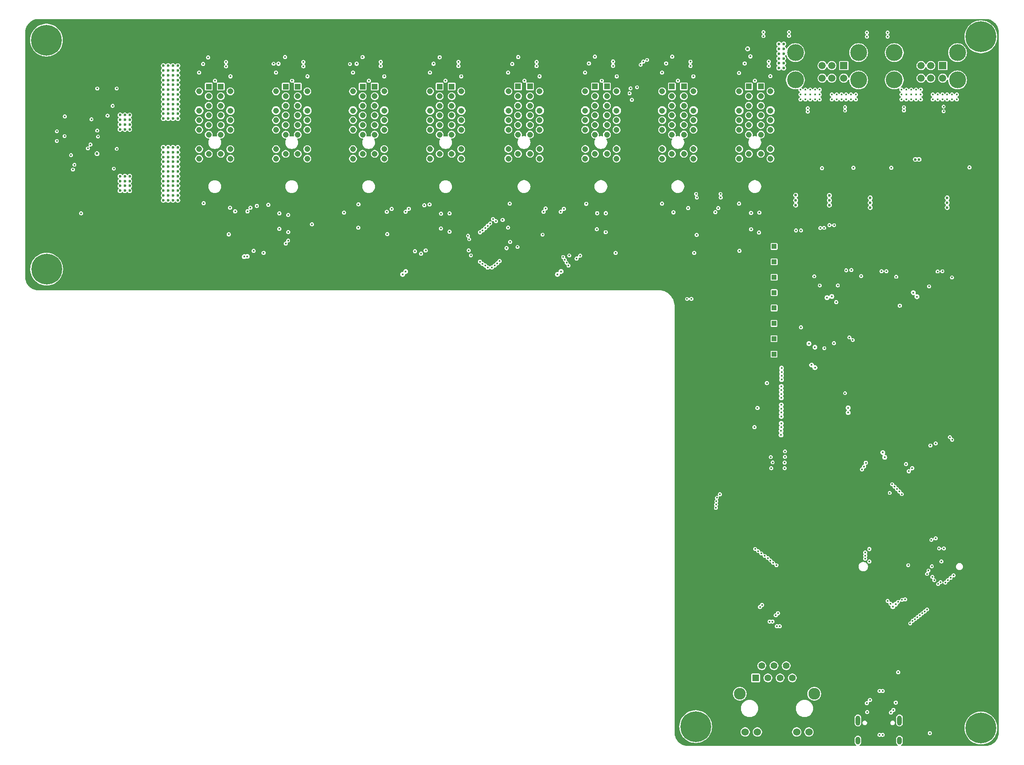
<source format=gbr>
%TF.GenerationSoftware,KiCad,Pcbnew,9.0.7*%
%TF.CreationDate,2026-02-17T10:47:15+01:00*%
%TF.ProjectId,PDNode_Baseboard,50444e6f-6465-45f4-9261-7365626f6172,rev?*%
%TF.SameCoordinates,Original*%
%TF.FileFunction,Copper,L2,Inr*%
%TF.FilePolarity,Positive*%
%FSLAX46Y46*%
G04 Gerber Fmt 4.6, Leading zero omitted, Abs format (unit mm)*
G04 Created by KiCad (PCBNEW 9.0.7) date 2026-02-17 10:47:15*
%MOMM*%
%LPD*%
G01*
G04 APERTURE LIST*
%TA.AperFunction,HeatsinkPad*%
%ADD10C,0.500000*%
%TD*%
%TA.AperFunction,ComponentPad*%
%ADD11R,1.208000X1.208000*%
%TD*%
%TA.AperFunction,ComponentPad*%
%ADD12C,1.208000*%
%TD*%
%TA.AperFunction,ComponentPad*%
%ADD13R,1.000000X1.000000*%
%TD*%
%TA.AperFunction,ComponentPad*%
%ADD14C,1.000000*%
%TD*%
%TA.AperFunction,ComponentPad*%
%ADD15C,0.800000*%
%TD*%
%TA.AperFunction,ComponentPad*%
%ADD16C,6.400000*%
%TD*%
%TA.AperFunction,ComponentPad*%
%ADD17C,0.600000*%
%TD*%
%TA.AperFunction,HeatsinkPad*%
%ADD18O,1.000000X2.100000*%
%TD*%
%TA.AperFunction,HeatsinkPad*%
%ADD19O,1.000000X1.600000*%
%TD*%
%TA.AperFunction,ComponentPad*%
%ADD20R,1.398000X1.398000*%
%TD*%
%TA.AperFunction,ComponentPad*%
%ADD21C,1.398000*%
%TD*%
%TA.AperFunction,ComponentPad*%
%ADD22C,1.530000*%
%TD*%
%TA.AperFunction,ComponentPad*%
%ADD23C,2.445000*%
%TD*%
%TA.AperFunction,ComponentPad*%
%ADD24R,1.500000X1.500000*%
%TD*%
%TA.AperFunction,ComponentPad*%
%ADD25C,1.500000*%
%TD*%
%TA.AperFunction,ComponentPad*%
%ADD26C,3.500000*%
%TD*%
%TA.AperFunction,ComponentPad*%
%ADD27C,5.000000*%
%TD*%
%TA.AperFunction,ViaPad*%
%ADD28C,0.450000*%
%TD*%
%TA.AperFunction,ViaPad*%
%ADD29C,0.600000*%
%TD*%
%TA.AperFunction,ViaPad*%
%ADD30C,0.400000*%
%TD*%
G04 APERTURE END LIST*
D10*
%TO.N,GND*%
%TO.C,IC27*%
X275362500Y-137400000D03*
X275362500Y-138350000D03*
X275362500Y-139300000D03*
X275362500Y-140250000D03*
X276312500Y-137400000D03*
X276312500Y-138350000D03*
X276312500Y-139300000D03*
X276312500Y-140250000D03*
X277262500Y-137400000D03*
X277262500Y-138350000D03*
X277262500Y-139300000D03*
X277262500Y-140250000D03*
X278212500Y-137400000D03*
X278212500Y-138350000D03*
X278212500Y-139300000D03*
X278212500Y-140250000D03*
%TD*%
D11*
%TO.N,Net-(JP3-C)*%
%TO.C,J6*%
X232237322Y-88339781D03*
D12*
%TO.N,/Project Architecture/PDCard Connectors 1-4/SPI_MOSI*%
X234237322Y-89339781D03*
%TO.N,/Project Architecture/PDCard Connectors 1-4/SPI_CLK*%
X232237322Y-90339781D03*
%TO.N,GND*%
X234237322Y-91339781D03*
%TO.N,PD_IRQ_PORT2*%
X232237322Y-92339781D03*
%TO.N,/Project Architecture/PDCard Connectors 1-4/I2C_SCL_PORT2*%
X234237322Y-93339781D03*
%TO.N,PMIC_EN_PORT2*%
X232237322Y-94339781D03*
%TO.N,PD_ENABLE_PORT2*%
X234237322Y-95339781D03*
%TO.N,PDC_DET_PORT2*%
X232237322Y-96339781D03*
%TO.N,PD_ATTACH_PORT2*%
X234237322Y-97339781D03*
%TO.N,+24V*%
X232237322Y-98339781D03*
X234237322Y-101339781D03*
X232237322Y-102339781D03*
X234237322Y-103339781D03*
%TO.N,GND*%
X232237322Y-104339781D03*
X234237322Y-105339781D03*
X232237322Y-106339781D03*
X234237322Y-107339781D03*
D11*
%TO.N,+5V*%
X229737322Y-88339781D03*
D12*
%TO.N,/Project Architecture/PDCard Connectors 1-4/SPI_MISO*%
X227737322Y-89339781D03*
%TO.N,/Project Architecture/PDCard Connectors 1-4/SPI_CS_PORT2*%
X229737322Y-90339781D03*
%TO.N,GND*%
X227737322Y-91339781D03*
%TO.N,PD_RESET_PORT2*%
X229737322Y-92339781D03*
%TO.N,/Project Architecture/PDCard Connectors 1-4/I2C_SDA_PORT2*%
X227737322Y-93339781D03*
%TO.N,PGOOD_COMBINED_PORT2*%
X229737322Y-94339781D03*
%TO.N,PORT_EN_PORT2*%
X227737322Y-95339781D03*
%TO.N,PMIC_VMON_PORT2*%
X229737322Y-96339781D03*
%TO.N,VBUS_VMON_PORT2*%
X227737322Y-97339781D03*
%TO.N,+24V*%
X229737322Y-98339781D03*
X227737322Y-101339781D03*
X229737322Y-102339781D03*
X227737322Y-103339781D03*
%TO.N,GND*%
X229737322Y-104339781D03*
X227737322Y-105339781D03*
X229737322Y-106339781D03*
X227737322Y-107339781D03*
%TD*%
D13*
%TO.N,Net-(D6-A2)*%
%TO.C,J14*%
X266970000Y-144000000D03*
D14*
%TO.N,GND*%
X265700000Y-144000000D03*
%TD*%
D13*
%TO.N,Net-(D7-A1)*%
%TO.C,J17*%
X267000000Y-134400000D03*
D14*
%TO.N,GND*%
X265730000Y-134400000D03*
%TD*%
D11*
%TO.N,Net-(JP2-C)*%
%TO.C,J5*%
X248237322Y-88339781D03*
D12*
%TO.N,/Project Architecture/PDCard Connectors 1-4/SPI_MOSI*%
X250237322Y-89339781D03*
%TO.N,/Project Architecture/PDCard Connectors 1-4/SPI_CLK*%
X248237322Y-90339781D03*
%TO.N,GND*%
X250237322Y-91339781D03*
%TO.N,PD_IRQ_PORT1*%
X248237322Y-92339781D03*
%TO.N,/Project Architecture/PDCard Connectors 1-4/I2C_SCL_PORT1*%
X250237322Y-93339781D03*
%TO.N,PMIC_EN_PORT1*%
X248237322Y-94339781D03*
%TO.N,PD_ENABLE_PORT1*%
X250237322Y-95339781D03*
%TO.N,PDC_DET_PORT1*%
X248237322Y-96339781D03*
%TO.N,PD_ATTACH_PORT1*%
X250237322Y-97339781D03*
%TO.N,+24V*%
X248237322Y-98339781D03*
X250237322Y-101339781D03*
X248237322Y-102339781D03*
X250237322Y-103339781D03*
%TO.N,GND*%
X248237322Y-104339781D03*
X250237322Y-105339781D03*
X248237322Y-106339781D03*
X250237322Y-107339781D03*
D11*
%TO.N,+5V*%
X245737322Y-88339781D03*
D12*
%TO.N,/Project Architecture/PDCard Connectors 1-4/SPI_MISO*%
X243737322Y-89339781D03*
%TO.N,/Project Architecture/PDCard Connectors 1-4/SPI_CS_PORT1*%
X245737322Y-90339781D03*
%TO.N,GND*%
X243737322Y-91339781D03*
%TO.N,PD_RESET_PORT1*%
X245737322Y-92339781D03*
%TO.N,/Project Architecture/PDCard Connectors 1-4/I2C_SDA_PORT1*%
X243737322Y-93339781D03*
%TO.N,PGOOD_COMBINED_PORT1*%
X245737322Y-94339781D03*
%TO.N,PORT_EN_PORT1*%
X243737322Y-95339781D03*
%TO.N,PMIC_VMON_PORT1*%
X245737322Y-96339781D03*
%TO.N,VBUS_VMON_PORT1*%
X243737322Y-97339781D03*
%TO.N,+24V*%
X245737322Y-98339781D03*
X243737322Y-101339781D03*
X245737322Y-102339781D03*
X243737322Y-103339781D03*
%TO.N,GND*%
X245737322Y-104339781D03*
X243737322Y-105339781D03*
X245737322Y-106339781D03*
X243737322Y-107339781D03*
%TD*%
D13*
%TO.N,Net-(D7-A2)*%
%TO.C,J16*%
X266970000Y-137600000D03*
D14*
%TO.N,GND*%
X265700000Y-137600000D03*
%TD*%
D11*
%TO.N,Net-(JP7-C)*%
%TO.C,J10*%
X167934650Y-88350691D03*
D12*
%TO.N,/Project Architecture/PDCard Connectors 1-4/SPI_MOSI*%
X169934650Y-89350691D03*
%TO.N,/Project Architecture/PDCard Connectors 1-4/SPI_CLK*%
X167934650Y-90350691D03*
%TO.N,GND*%
X169934650Y-91350691D03*
%TO.N,PD_IRQ_PORT6*%
X167934650Y-92350691D03*
%TO.N,/Project Architecture/PDCard Connectors 5-8/I2C_SCL_PORT6*%
X169934650Y-93350691D03*
%TO.N,PMIC_EN_PORT6*%
X167934650Y-94350691D03*
%TO.N,PD_ENABLE_PORT6*%
X169934650Y-95350691D03*
%TO.N,PDC_DET_PORT6*%
X167934650Y-96350691D03*
%TO.N,PD_ATTACH_PORT6*%
X169934650Y-97350691D03*
%TO.N,+24V*%
X167934650Y-98350691D03*
X169934650Y-101350691D03*
X167934650Y-102350691D03*
X169934650Y-103350691D03*
%TO.N,GND*%
X167934650Y-104350691D03*
X169934650Y-105350691D03*
X167934650Y-106350691D03*
X169934650Y-107350691D03*
D11*
%TO.N,+5V*%
X165434650Y-88350691D03*
D12*
%TO.N,/Project Architecture/PDCard Connectors 1-4/SPI_MISO*%
X163434650Y-89350691D03*
%TO.N,/Project Architecture/PDCard Connectors 5-8/SPI_CS_PORT6*%
X165434650Y-90350691D03*
%TO.N,GND*%
X163434650Y-91350691D03*
%TO.N,PD_RESET_PORT6*%
X165434650Y-92350691D03*
%TO.N,/Project Architecture/PDCard Connectors 5-8/I2C_SDA_PORT6*%
X163434650Y-93350691D03*
%TO.N,PGOOD_COMBINED_PORT6*%
X165434650Y-94350691D03*
%TO.N,PORT_EN_PORT6*%
X163434650Y-95350691D03*
%TO.N,PMIC_VMON_PORT6*%
X165434650Y-96350691D03*
%TO.N,VBUS_VMON_PORT6*%
X163434650Y-97350691D03*
%TO.N,+24V*%
X165434650Y-98350691D03*
X163434650Y-101350691D03*
X165434650Y-102350691D03*
X163434650Y-103350691D03*
%TO.N,GND*%
X165434650Y-104350691D03*
X163434650Y-105350691D03*
X165434650Y-106350691D03*
X163434650Y-107350691D03*
%TD*%
D15*
%TO.N,SHIELD*%
%TO.C,H3*%
X248297056Y-221447056D03*
X249000000Y-219750000D03*
X249000000Y-223144112D03*
X250697056Y-219047056D03*
D16*
X250697056Y-221447056D03*
D15*
X250697056Y-223847056D03*
X252394112Y-219750000D03*
X252394112Y-223144112D03*
X253097056Y-221447056D03*
%TD*%
D10*
%TO.N,GND*%
%TO.C,IC15*%
X222512500Y-117220000D03*
X222512500Y-118170000D03*
X222512500Y-119120000D03*
X222512500Y-120070000D03*
X223462500Y-117220000D03*
X223462500Y-118170000D03*
X223462500Y-119120000D03*
X223462500Y-120070000D03*
X224412500Y-117220000D03*
X224412500Y-118170000D03*
X224412500Y-119120000D03*
X224412500Y-120070000D03*
X225362500Y-117220000D03*
X225362500Y-118170000D03*
X225362500Y-119120000D03*
X225362500Y-120070000D03*
%TD*%
D15*
%TO.N,SHIELD*%
%TO.C,H5*%
X113325000Y-126325000D03*
X114027944Y-124627944D03*
X114027944Y-128022056D03*
X115725000Y-123925000D03*
D16*
X115725000Y-126325000D03*
D15*
X115725000Y-128725000D03*
X117422056Y-124627944D03*
X117422056Y-128022056D03*
X118125000Y-126325000D03*
%TD*%
D17*
%TO.N,GND*%
%TO.C,IC2*%
X208375000Y-121145000D03*
X207375000Y-121145000D03*
X206375000Y-121145000D03*
X208375000Y-122145000D03*
X207375000Y-122145000D03*
X206375000Y-122145000D03*
%TD*%
D10*
%TO.N,GND*%
%TO.C,IC9*%
X190252500Y-117100000D03*
X190252500Y-118050000D03*
X190252500Y-119000000D03*
X190252500Y-119950000D03*
X191202500Y-117100000D03*
X191202500Y-118050000D03*
X191202500Y-119000000D03*
X191202500Y-119950000D03*
X192152500Y-117100000D03*
X192152500Y-118050000D03*
X192152500Y-119000000D03*
X192152500Y-119950000D03*
X193102500Y-117100000D03*
X193102500Y-118050000D03*
X193102500Y-119000000D03*
X193102500Y-119950000D03*
%TD*%
D13*
%TO.N,Net-(D9-A1)*%
%TO.C,J21*%
X267000000Y-121600000D03*
D14*
%TO.N,GND*%
X265730000Y-121600000D03*
%TD*%
D15*
%TO.N,SHIELD*%
%TO.C,H2*%
X113297056Y-78697056D03*
X114000000Y-77000000D03*
X114000000Y-80394112D03*
X115697056Y-76297056D03*
D16*
X115697056Y-78697056D03*
D15*
X115697056Y-81097056D03*
X117394112Y-77000000D03*
X117394112Y-80394112D03*
X118097056Y-78697056D03*
%TD*%
D13*
%TO.N,Net-(D8-A1)*%
%TO.C,J19*%
X267000000Y-128000000D03*
D14*
%TO.N,GND*%
X265730000Y-128000000D03*
%TD*%
D11*
%TO.N,Net-(JP1-C)*%
%TO.C,J4*%
X264237322Y-88339781D03*
D12*
%TO.N,/Project Architecture/PDCard Connectors 1-4/SPI_MOSI*%
X266237322Y-89339781D03*
%TO.N,/Project Architecture/PDCard Connectors 1-4/SPI_CLK*%
X264237322Y-90339781D03*
%TO.N,GND*%
X266237322Y-91339781D03*
%TO.N,PD_IRQ_PORT0*%
X264237322Y-92339781D03*
%TO.N,/Project Architecture/PDCard Connectors 1-4/I2C_SCL_PORT0*%
X266237322Y-93339781D03*
%TO.N,PMIC_EN_PORT0*%
X264237322Y-94339781D03*
%TO.N,PD_ENABLE_PORT0*%
X266237322Y-95339781D03*
%TO.N,PDC_DET_PORT0*%
X264237322Y-96339781D03*
%TO.N,PD_ATTACH_PORT0*%
X266237322Y-97339781D03*
%TO.N,+24V*%
X264237322Y-98339781D03*
X266237322Y-101339781D03*
X264237322Y-102339781D03*
X266237322Y-103339781D03*
%TO.N,GND*%
X264237322Y-104339781D03*
X266237322Y-105339781D03*
X264237322Y-106339781D03*
X266237322Y-107339781D03*
D11*
%TO.N,+5V*%
X261737322Y-88339781D03*
D12*
%TO.N,/Project Architecture/PDCard Connectors 1-4/SPI_MISO*%
X259737322Y-89339781D03*
%TO.N,/Project Architecture/PDCard Connectors 1-4/SPI_CS_PORT0*%
X261737322Y-90339781D03*
%TO.N,GND*%
X259737322Y-91339781D03*
%TO.N,PD_RESET_PORT0*%
X261737322Y-92339781D03*
%TO.N,/Project Architecture/PDCard Connectors 1-4/I2C_SDA_PORT0*%
X259737322Y-93339781D03*
%TO.N,PGOOD_COMBINED_PORT0*%
X261737322Y-94339781D03*
%TO.N,PORT_EN_PORT0*%
X259737322Y-95339781D03*
%TO.N,PMIC_VMON_PORT0*%
X261737322Y-96339781D03*
%TO.N,VBUS_VMON_PORT0*%
X259737322Y-97339781D03*
%TO.N,+24V*%
X261737322Y-98339781D03*
X259737322Y-101339781D03*
X261737322Y-102339781D03*
X259737322Y-103339781D03*
%TO.N,GND*%
X261737322Y-104339781D03*
X259737322Y-105339781D03*
X261737322Y-106339781D03*
X259737322Y-107339781D03*
%TD*%
D18*
%TO.N,SHIELD*%
%TO.C,J3*%
X284430000Y-220170000D03*
D19*
X284430000Y-224350000D03*
D18*
X293070000Y-220170000D03*
D19*
X293070000Y-224350000D03*
%TD*%
D20*
%TO.N,/Project Architecture/BladeCore-M54/TD+*%
%TO.C,J1*%
X263160000Y-211325000D03*
D21*
%TO.N,/Project Architecture/BladeCore-M54/TCT*%
X264430000Y-208785000D03*
%TO.N,/Project Architecture/BladeCore-M54/TD-*%
X265700000Y-211325000D03*
%TO.N,/Project Architecture/BladeCore-M54/RD+*%
X266970000Y-208785000D03*
%TO.N,/Project Architecture/BladeCore-M54/RCT*%
X268240000Y-211325000D03*
%TO.N,/Project Architecture/BladeCore-M54/RD-*%
X269510000Y-208785000D03*
%TO.N,N/C*%
X270780000Y-211325000D03*
%TO.N,GND*%
X272050000Y-208785000D03*
D22*
%TO.N,/Project Architecture/BladeCore-M54/ACTLED*%
X260985000Y-222575000D03*
%TO.N,+3.3V*%
X263525000Y-222575000D03*
%TO.N,/Project Architecture/BladeCore-M54/LINKLED*%
X271695000Y-222575000D03*
%TO.N,+3.3V*%
X274235000Y-222575000D03*
D23*
%TO.N,SHIELD*%
X275355000Y-214625000D03*
X259865000Y-214625000D03*
%TD*%
D13*
%TO.N,Net-(D6-A1)*%
%TO.C,J15*%
X266970000Y-140800000D03*
D14*
%TO.N,GND*%
X265700000Y-140800000D03*
%TD*%
D24*
%TO.N,PORTA2_N*%
%TO.C,J13*%
X281500002Y-84000000D03*
D25*
%TO.N,unconnected-(J13-D1--Pad2)*%
X279000002Y-84000000D03*
%TO.N,unconnected-(J13-D1+-Pad3)*%
X277000002Y-84000000D03*
%TO.N,GND*%
X274500002Y-84000000D03*
%TO.N,PORTA3_N*%
X281500002Y-86620000D03*
%TO.N,unconnected-(J13-D2--Pad6)*%
X279000002Y-86620000D03*
%TO.N,unconnected-(J13-D2+-Pad7)*%
X277000002Y-86620000D03*
%TO.N,GND*%
X274500002Y-86620000D03*
D26*
%TO.N,SHIELD*%
X284570002Y-81290000D03*
X271430002Y-81290000D03*
X284570002Y-86970000D03*
X271430002Y-86970000D03*
%TD*%
D11*
%TO.N,Net-(JP5-C)*%
%TO.C,J8*%
X199944650Y-88350691D03*
D12*
%TO.N,/Project Architecture/PDCard Connectors 1-4/SPI_MOSI*%
X201944650Y-89350691D03*
%TO.N,/Project Architecture/PDCard Connectors 1-4/SPI_CLK*%
X199944650Y-90350691D03*
%TO.N,GND*%
X201944650Y-91350691D03*
%TO.N,PD_IRQ_PORT4*%
X199944650Y-92350691D03*
%TO.N,/Project Architecture/PDCard Connectors 5-8/I2C_SCL_PORT4*%
X201944650Y-93350691D03*
%TO.N,PMIC_EN_PORT4*%
X199944650Y-94350691D03*
%TO.N,PD_ENABLE_PORT4*%
X201944650Y-95350691D03*
%TO.N,PDC_DET_PORT4*%
X199944650Y-96350691D03*
%TO.N,PD_ATTACH_PORT4*%
X201944650Y-97350691D03*
%TO.N,+24V*%
X199944650Y-98350691D03*
X201944650Y-101350691D03*
X199944650Y-102350691D03*
X201944650Y-103350691D03*
%TO.N,GND*%
X199944650Y-104350691D03*
X201944650Y-105350691D03*
X199944650Y-106350691D03*
X201944650Y-107350691D03*
D11*
%TO.N,+5V*%
X197444650Y-88350691D03*
D12*
%TO.N,/Project Architecture/PDCard Connectors 1-4/SPI_MISO*%
X195444650Y-89350691D03*
%TO.N,/Project Architecture/PDCard Connectors 5-8/SPI_CS_PORT4*%
X197444650Y-90350691D03*
%TO.N,GND*%
X195444650Y-91350691D03*
%TO.N,PD_RESET_PORT4*%
X197444650Y-92350691D03*
%TO.N,/Project Architecture/PDCard Connectors 5-8/I2C_SDA_PORT4*%
X195444650Y-93350691D03*
%TO.N,PGOOD_COMBINED_PORT4*%
X197444650Y-94350691D03*
%TO.N,PORT_EN_PORT4*%
X195444650Y-95350691D03*
%TO.N,PMIC_VMON_PORT4*%
X197444650Y-96350691D03*
%TO.N,VBUS_VMON_PORT4*%
X195444650Y-97350691D03*
%TO.N,+24V*%
X197444650Y-98350691D03*
X195444650Y-101350691D03*
X197444650Y-102350691D03*
X195444650Y-103350691D03*
%TO.N,GND*%
X197444650Y-104350691D03*
X195444650Y-105350691D03*
X197444650Y-106350691D03*
X195444650Y-107350691D03*
%TD*%
D15*
%TO.N,SHIELD*%
%TO.C,H4*%
X307600000Y-221750000D03*
X308302944Y-220052944D03*
X308302944Y-223447056D03*
X310000000Y-219350000D03*
D16*
X310000000Y-221750000D03*
D15*
X310000000Y-224150000D03*
X311697056Y-220052944D03*
X311697056Y-223447056D03*
X312400000Y-221750000D03*
%TD*%
%TO.N,SHIELD*%
%TO.C,H1*%
X307600000Y-78000000D03*
X308302944Y-76302944D03*
X308302944Y-79697056D03*
X310000000Y-75600000D03*
D16*
X310000000Y-78000000D03*
D15*
X310000000Y-80400000D03*
X311697056Y-76302944D03*
X311697056Y-79697056D03*
X312400000Y-78000000D03*
%TD*%
D11*
%TO.N,Net-(JP8-C)*%
%TO.C,J11*%
X151934650Y-88350691D03*
D12*
%TO.N,/Project Architecture/PDCard Connectors 1-4/SPI_MOSI*%
X153934650Y-89350691D03*
%TO.N,/Project Architecture/PDCard Connectors 1-4/SPI_CLK*%
X151934650Y-90350691D03*
%TO.N,GND*%
X153934650Y-91350691D03*
%TO.N,PD_IRQ_PORT7*%
X151934650Y-92350691D03*
%TO.N,/Project Architecture/PDCard Connectors 5-8/I2C_SCL_PORT7*%
X153934650Y-93350691D03*
%TO.N,PMIC_EN_PORT7*%
X151934650Y-94350691D03*
%TO.N,PD_ENABLE_PORT7*%
X153934650Y-95350691D03*
%TO.N,PDC_DET_PORT7*%
X151934650Y-96350691D03*
%TO.N,PD_ATTACH_PORT7*%
X153934650Y-97350691D03*
%TO.N,+24V*%
X151934650Y-98350691D03*
X153934650Y-101350691D03*
X151934650Y-102350691D03*
X153934650Y-103350691D03*
%TO.N,GND*%
X151934650Y-104350691D03*
X153934650Y-105350691D03*
X151934650Y-106350691D03*
X153934650Y-107350691D03*
D11*
%TO.N,+5V*%
X149434650Y-88350691D03*
D12*
%TO.N,/Project Architecture/PDCard Connectors 1-4/SPI_MISO*%
X147434650Y-89350691D03*
%TO.N,/Project Architecture/PDCard Connectors 5-8/SPI_CS_PORT7*%
X149434650Y-90350691D03*
%TO.N,GND*%
X147434650Y-91350691D03*
%TO.N,PD_RESET_PORT7*%
X149434650Y-92350691D03*
%TO.N,/Project Architecture/PDCard Connectors 5-8/I2C_SDA_PORT7*%
X147434650Y-93350691D03*
%TO.N,PGOOD_COMBINED_PORT7*%
X149434650Y-94350691D03*
%TO.N,PORT_EN_PORT7*%
X147434650Y-95350691D03*
%TO.N,PMIC_VMON_PORT7*%
X149434650Y-96350691D03*
%TO.N,VBUS_VMON_PORT7*%
X147434650Y-97350691D03*
%TO.N,+24V*%
X149434650Y-98350691D03*
X147434650Y-101350691D03*
X149434650Y-102350691D03*
X147434650Y-103350691D03*
%TO.N,GND*%
X149434650Y-104350691D03*
X147434650Y-105350691D03*
X149434650Y-106350691D03*
X147434650Y-107350691D03*
%TD*%
D27*
%TO.N,GND*%
%TO.C,J2*%
X295601447Y-109275000D03*
%TD*%
D13*
%TO.N,Net-(D8-A2)*%
%TO.C,J18*%
X267000000Y-131200000D03*
D14*
%TO.N,GND*%
X265730000Y-131200000D03*
%TD*%
D24*
%TO.N,PORTA0_N*%
%TO.C,J12*%
X302070000Y-84000000D03*
D25*
%TO.N,unconnected-(J12-D1--Pad2)*%
X299570000Y-84000000D03*
%TO.N,unconnected-(J12-D1+-Pad3)*%
X297570000Y-84000000D03*
%TO.N,GND*%
X295070000Y-84000000D03*
%TO.N,PORTA1_N*%
X302070000Y-86620000D03*
%TO.N,unconnected-(J12-D2--Pad6)*%
X299570000Y-86620000D03*
%TO.N,unconnected-(J12-D2+-Pad7)*%
X297570000Y-86620000D03*
%TO.N,GND*%
X295070000Y-86620000D03*
D26*
%TO.N,SHIELD*%
X305140000Y-81290000D03*
X292000000Y-81290000D03*
X305140000Y-86970000D03*
X292000000Y-86970000D03*
%TD*%
D13*
%TO.N,Net-(D9-A2)*%
%TO.C,J20*%
X267000000Y-124800000D03*
D14*
%TO.N,GND*%
X265730000Y-124800000D03*
%TD*%
D10*
%TO.N,GND*%
%TO.C,IC14*%
X254637500Y-117275000D03*
X254637500Y-118225000D03*
X254637500Y-119175000D03*
X254637500Y-120125000D03*
X255587500Y-117275000D03*
X255587500Y-118225000D03*
X255587500Y-119175000D03*
X255587500Y-120125000D03*
X256537500Y-117275000D03*
X256537500Y-118225000D03*
X256537500Y-119175000D03*
X256537500Y-120125000D03*
X257487500Y-117275000D03*
X257487500Y-118225000D03*
X257487500Y-119175000D03*
X257487500Y-120125000D03*
%TD*%
D11*
%TO.N,Net-(JP4-C)*%
%TO.C,J7*%
X216237322Y-88339781D03*
D12*
%TO.N,/Project Architecture/PDCard Connectors 1-4/SPI_MOSI*%
X218237322Y-89339781D03*
%TO.N,/Project Architecture/PDCard Connectors 1-4/SPI_CLK*%
X216237322Y-90339781D03*
%TO.N,GND*%
X218237322Y-91339781D03*
%TO.N,PD_IRQ_PORT3*%
X216237322Y-92339781D03*
%TO.N,/Project Architecture/PDCard Connectors 1-4/I2C_SCL_PORT3*%
X218237322Y-93339781D03*
%TO.N,PMIC_EN_PORT3*%
X216237322Y-94339781D03*
%TO.N,PD_ENABLE_PORT3*%
X218237322Y-95339781D03*
%TO.N,PDC_DET_PORT3*%
X216237322Y-96339781D03*
%TO.N,PD_ATTACH_PORT3*%
X218237322Y-97339781D03*
%TO.N,+24V*%
X216237322Y-98339781D03*
X218237322Y-101339781D03*
X216237322Y-102339781D03*
X218237322Y-103339781D03*
%TO.N,GND*%
X216237322Y-104339781D03*
X218237322Y-105339781D03*
X216237322Y-106339781D03*
X218237322Y-107339781D03*
D11*
%TO.N,+5V*%
X213737322Y-88339781D03*
D12*
%TO.N,/Project Architecture/PDCard Connectors 1-4/SPI_MISO*%
X211737322Y-89339781D03*
%TO.N,/Project Architecture/PDCard Connectors 1-4/SPI_CS_PORT3*%
X213737322Y-90339781D03*
%TO.N,GND*%
X211737322Y-91339781D03*
%TO.N,PD_RESET_PORT3*%
X213737322Y-92339781D03*
%TO.N,/Project Architecture/PDCard Connectors 1-4/I2C_SDA_PORT3*%
X211737322Y-93339781D03*
%TO.N,PGOOD_COMBINED_PORT3*%
X213737322Y-94339781D03*
%TO.N,PORT_EN_PORT3*%
X211737322Y-95339781D03*
%TO.N,PMIC_VMON_PORT3*%
X213737322Y-96339781D03*
%TO.N,VBUS_VMON_PORT3*%
X211737322Y-97339781D03*
%TO.N,+24V*%
X213737322Y-98339781D03*
X211737322Y-101339781D03*
X213737322Y-102339781D03*
X211737322Y-103339781D03*
%TO.N,GND*%
X213737322Y-104339781D03*
X211737322Y-105339781D03*
X213737322Y-106339781D03*
X211737322Y-107339781D03*
%TD*%
D11*
%TO.N,Net-(JP6-C)*%
%TO.C,J9*%
X183934650Y-88350691D03*
D12*
%TO.N,/Project Architecture/PDCard Connectors 1-4/SPI_MOSI*%
X185934650Y-89350691D03*
%TO.N,/Project Architecture/PDCard Connectors 1-4/SPI_CLK*%
X183934650Y-90350691D03*
%TO.N,GND*%
X185934650Y-91350691D03*
%TO.N,PD_IRQ_PORT5*%
X183934650Y-92350691D03*
%TO.N,/Project Architecture/PDCard Connectors 5-8/I2C_SCL_PORT5*%
X185934650Y-93350691D03*
%TO.N,PMIC_EN_PORT5*%
X183934650Y-94350691D03*
%TO.N,PD_ENABLE_PORT5*%
X185934650Y-95350691D03*
%TO.N,PDC_DET_PORT5*%
X183934650Y-96350691D03*
%TO.N,PD_ATTACH_PORT5*%
X185934650Y-97350691D03*
%TO.N,+24V*%
X183934650Y-98350691D03*
X185934650Y-101350691D03*
X183934650Y-102350691D03*
X185934650Y-103350691D03*
%TO.N,GND*%
X183934650Y-104350691D03*
X185934650Y-105350691D03*
X183934650Y-106350691D03*
X185934650Y-107350691D03*
D11*
%TO.N,+5V*%
X181434650Y-88350691D03*
D12*
%TO.N,/Project Architecture/PDCard Connectors 1-4/SPI_MISO*%
X179434650Y-89350691D03*
%TO.N,/Project Architecture/PDCard Connectors 5-8/SPI_CS_PORT5*%
X181434650Y-90350691D03*
%TO.N,GND*%
X179434650Y-91350691D03*
%TO.N,PD_RESET_PORT5*%
X181434650Y-92350691D03*
%TO.N,/Project Architecture/PDCard Connectors 5-8/I2C_SDA_PORT5*%
X179434650Y-93350691D03*
%TO.N,PGOOD_COMBINED_PORT5*%
X181434650Y-94350691D03*
%TO.N,PORT_EN_PORT5*%
X179434650Y-95350691D03*
%TO.N,PMIC_VMON_PORT5*%
X181434650Y-96350691D03*
%TO.N,VBUS_VMON_PORT5*%
X179434650Y-97350691D03*
%TO.N,+24V*%
X181434650Y-98350691D03*
X179434650Y-101350691D03*
X181434650Y-102350691D03*
X179434650Y-103350691D03*
%TO.N,GND*%
X181434650Y-104350691D03*
X179434650Y-105350691D03*
X181434650Y-106350691D03*
X179434650Y-107350691D03*
%TD*%
D10*
%TO.N,GND*%
%TO.C,IC24*%
X278675000Y-126752500D03*
X277750000Y-126752500D03*
X276825000Y-126752500D03*
X278675000Y-127832500D03*
X277750000Y-127832500D03*
X276825000Y-127832500D03*
%TD*%
%TO.N,GND*%
%TO.C,IC22*%
X297675000Y-126950000D03*
X296750000Y-126950000D03*
X295825000Y-126950000D03*
X297675000Y-128030000D03*
X296750000Y-128030000D03*
X295825000Y-128030000D03*
%TD*%
%TO.N,GND*%
%TO.C,IC16*%
X157347500Y-117175000D03*
X157347500Y-118125000D03*
X157347500Y-119075000D03*
X157347500Y-120025000D03*
X158297500Y-117175000D03*
X158297500Y-118125000D03*
X158297500Y-119075000D03*
X158297500Y-120025000D03*
X159247500Y-117175000D03*
X159247500Y-118125000D03*
X159247500Y-119075000D03*
X159247500Y-120025000D03*
X160197500Y-117175000D03*
X160197500Y-118125000D03*
X160197500Y-119075000D03*
X160197500Y-120025000D03*
%TD*%
D28*
%TO.N,+3.3V*%
X265500000Y-150000000D03*
X263550000Y-155200000D03*
X262900000Y-159175000D03*
D29*
%TO.N,+24V*%
X132000000Y-96250000D03*
X132000000Y-97250000D03*
X133000000Y-108000000D03*
X126200000Y-102300000D03*
X131000000Y-94250000D03*
X132000000Y-110000000D03*
X131000000Y-97250000D03*
X131000000Y-109000000D03*
X132000000Y-107000000D03*
X133000000Y-109000000D03*
X131000000Y-110000000D03*
X133000000Y-95250000D03*
X133000000Y-96250000D03*
X133000000Y-94250000D03*
X131000000Y-95250000D03*
X131000000Y-96250000D03*
X133000000Y-110000000D03*
X132000000Y-95250000D03*
X133000000Y-97250000D03*
X133000000Y-107000000D03*
X131000000Y-107000000D03*
X132000000Y-109000000D03*
X132000000Y-94250000D03*
X131000000Y-108000000D03*
X132000000Y-108000000D03*
D28*
%TO.N,GND*%
X281750000Y-220150000D03*
X265125000Y-207300000D03*
X291629204Y-114335642D03*
D30*
X128100000Y-99450000D03*
X132300000Y-87950000D03*
D28*
X294775000Y-195400000D03*
D29*
X136650000Y-80500000D03*
D30*
X117850000Y-95600000D03*
D28*
X268700000Y-95300000D03*
D29*
X134650000Y-79500000D03*
X140600000Y-81500000D03*
D28*
X292850000Y-206750000D03*
X277050000Y-208675000D03*
X255225000Y-208625000D03*
X290379204Y-105235642D03*
X307050000Y-192675000D03*
X299200000Y-221450000D03*
D30*
X291100000Y-206800000D03*
D29*
X134600000Y-110100000D03*
D30*
X218800000Y-120200000D03*
D28*
X285200000Y-194575000D03*
X304550000Y-187300000D03*
D29*
X139600000Y-79500000D03*
D28*
X289950000Y-214825000D03*
X288325000Y-192000000D03*
D30*
X130900000Y-112900000D03*
D28*
X299550000Y-187325000D03*
X272556497Y-102742584D03*
X294050000Y-100400000D03*
D29*
X136600000Y-109100000D03*
D30*
X274350000Y-127750000D03*
D28*
X305925000Y-190825000D03*
D30*
X131600000Y-100450000D03*
D28*
X195425000Y-113850000D03*
X204550000Y-95350000D03*
X283000000Y-102593503D03*
D29*
X135650000Y-79500000D03*
D30*
X271400000Y-167700000D03*
X118300000Y-88750000D03*
D28*
X284650000Y-217350000D03*
X299500000Y-195350000D03*
D30*
X117850000Y-98650000D03*
X117900000Y-100650000D03*
D28*
X161800000Y-113950000D03*
X267100000Y-201075000D03*
X286500000Y-91950000D03*
D29*
X136650000Y-79500000D03*
X134600000Y-109100000D03*
D28*
X284000000Y-192675000D03*
X281756497Y-100543503D03*
X307375000Y-94400000D03*
X295293503Y-102450000D03*
X280150000Y-109650000D03*
X250875000Y-120175000D03*
X286475000Y-94525000D03*
D29*
X134600000Y-111100000D03*
D30*
X128150000Y-98750000D03*
D28*
X264950000Y-113000000D03*
X306647934Y-109662289D03*
X294500000Y-209450000D03*
X274950000Y-105300000D03*
D30*
X122570000Y-99300000D03*
D28*
X236700000Y-95300000D03*
X185600000Y-113100000D03*
X259725000Y-113650000D03*
D29*
X135600000Y-109100000D03*
D28*
X307400000Y-92000000D03*
D30*
X271400000Y-165350000D03*
D28*
X300856497Y-102542584D03*
X303550000Y-102543503D03*
D30*
X131650000Y-87950000D03*
D28*
X280275000Y-221400000D03*
X243675000Y-113625000D03*
X256700000Y-207450000D03*
X307647934Y-114112289D03*
X306647934Y-105162289D03*
X267250000Y-198950000D03*
X153400000Y-112875000D03*
D29*
X139600000Y-80500000D03*
D30*
X133550000Y-88750000D03*
D29*
X139600000Y-81500000D03*
D28*
X184575000Y-111850000D03*
D30*
X123670000Y-98200000D03*
D28*
X288550000Y-214825000D03*
D30*
X133050000Y-112950000D03*
D28*
X200525000Y-113200000D03*
X290550000Y-187350000D03*
X304825000Y-195375000D03*
D30*
X127400000Y-98000000D03*
X117850000Y-96650000D03*
D28*
X293255000Y-218195000D03*
D30*
X299250000Y-127575000D03*
X129750000Y-99250000D03*
D28*
X282450000Y-105250000D03*
X273650000Y-109700000D03*
X154475000Y-120850000D03*
X156175000Y-95315000D03*
D30*
X285300000Y-209500000D03*
D28*
X233250000Y-112350000D03*
X290379204Y-109685642D03*
D29*
X135650000Y-80500000D03*
D28*
X290329204Y-114335642D03*
X294550000Y-187325000D03*
X274006497Y-100693503D03*
X275950000Y-105350000D03*
X278600000Y-207450000D03*
D29*
X134650000Y-80500000D03*
D28*
X286800000Y-195150000D03*
D30*
X132950000Y-87950000D03*
X268650000Y-78550000D03*
D28*
X294050000Y-104500000D03*
X288129204Y-109635642D03*
X280306497Y-102592584D03*
X211375000Y-119020000D03*
X306347934Y-114112289D03*
X276950000Y-114300000D03*
D29*
X134650000Y-81500000D03*
D30*
X123670000Y-99300000D03*
D29*
X140600000Y-79500000D03*
D28*
X298400000Y-220625000D03*
X268650000Y-201050000D03*
X288350000Y-217325000D03*
X289900000Y-209200000D03*
X292600000Y-102449081D03*
X265150000Y-196175000D03*
X305900000Y-194550000D03*
X166875000Y-113250000D03*
D30*
X270900000Y-139150000D03*
X132000000Y-112900000D03*
D28*
X287550000Y-184475000D03*
X265675000Y-200125000D03*
X172125000Y-95250000D03*
D30*
X122570000Y-98200000D03*
D28*
X288050000Y-187300000D03*
D30*
X284150000Y-127750000D03*
D28*
X264100000Y-197200000D03*
X294050000Y-184475000D03*
X302306497Y-100493503D03*
X294150000Y-217250000D03*
X302306497Y-104593503D03*
X281756497Y-104643503D03*
D29*
X136600000Y-111100000D03*
D30*
X117900000Y-101650000D03*
X122850000Y-88850000D03*
D29*
X136650000Y-81500000D03*
D28*
X288300000Y-195150000D03*
X285300000Y-216650000D03*
X283400000Y-114250000D03*
D30*
X303000000Y-128100000D03*
D28*
X199525000Y-111800000D03*
X267100000Y-205475000D03*
D29*
X136600000Y-110100000D03*
D30*
X267208239Y-76978855D03*
D28*
X293250000Y-216500000D03*
X180500000Y-113775000D03*
X249650000Y-112950000D03*
D30*
X289200000Y-78700000D03*
D28*
X186575000Y-120025000D03*
X297250000Y-221425000D03*
X295800000Y-220225000D03*
X165100000Y-112600000D03*
D29*
X135600000Y-111100000D03*
D28*
X275600000Y-114300000D03*
D30*
X132950000Y-100450000D03*
D28*
X187450000Y-120925000D03*
X293625000Y-207425000D03*
X291500000Y-215725000D03*
D30*
X291450000Y-127900000D03*
D28*
X275250000Y-102743503D03*
X217300000Y-113000000D03*
X212025000Y-113660000D03*
X282450000Y-109800000D03*
D29*
X135650000Y-81500000D03*
D28*
X285295000Y-218195000D03*
X263925000Y-111625000D03*
X289975000Y-213150000D03*
X305647934Y-105162289D03*
D29*
X141600000Y-80500000D03*
X140600000Y-80500000D03*
D28*
X152450000Y-111625000D03*
X288550000Y-213150000D03*
D30*
X271400000Y-164200000D03*
D28*
X252550000Y-95300000D03*
D30*
X134400000Y-99250000D03*
D28*
X302300000Y-195375000D03*
X268500000Y-197775000D03*
X304397934Y-109362289D03*
X267050000Y-200100000D03*
D30*
X132250000Y-100450000D03*
D28*
X220700000Y-95300000D03*
X281400000Y-105250000D03*
X247850000Y-111725000D03*
D30*
X129700000Y-111850000D03*
D28*
X258125000Y-208625000D03*
X275950000Y-109750000D03*
X290250000Y-217325000D03*
D29*
X141600000Y-79500000D03*
D28*
X267125000Y-202650000D03*
D30*
X271400000Y-166550000D03*
X282350000Y-154100000D03*
X117850000Y-94550000D03*
D28*
X282100000Y-114250000D03*
D30*
X273450000Y-130100000D03*
D28*
X233075000Y-113000000D03*
D30*
X123150000Y-98800000D03*
D28*
X286800000Y-192000000D03*
X188300000Y-95300000D03*
X211350000Y-124170000D03*
X153675000Y-120050000D03*
D29*
X135600000Y-110100000D03*
D28*
X227900000Y-113650000D03*
X289379204Y-105235642D03*
X274006497Y-104793503D03*
D30*
X287700000Y-78700000D03*
D28*
X149200000Y-114325000D03*
X280125000Y-208700000D03*
D29*
X141600000Y-81500000D03*
%TO.N,+3.3V*%
X141000000Y-110000000D03*
D28*
X201375000Y-83225000D03*
D29*
X142000000Y-106000000D03*
D28*
X185200000Y-84075000D03*
D29*
X141000000Y-101000000D03*
D28*
X186575000Y-119025000D03*
D30*
X292400000Y-127900000D03*
D28*
X148400000Y-112600000D03*
D29*
X140000000Y-104000000D03*
X143000000Y-111000000D03*
X140000000Y-102000000D03*
D30*
X280250000Y-129700000D03*
D28*
X292800000Y-210150000D03*
X158750000Y-122500000D03*
D29*
X143000000Y-105000000D03*
X140000000Y-106000000D03*
D28*
X153600000Y-119075000D03*
X243675000Y-112675000D03*
X227925000Y-112725000D03*
D30*
X275350000Y-127800000D03*
D28*
X233500000Y-84025000D03*
X192325000Y-122575000D03*
X211375000Y-121950000D03*
D30*
X266700000Y-166500000D03*
D28*
X201375000Y-84100000D03*
D29*
X140000000Y-105000000D03*
D30*
X285100000Y-127750000D03*
D29*
X140000000Y-108000000D03*
D30*
X302300000Y-184400000D03*
X281750000Y-152100000D03*
D28*
X283500000Y-105250000D03*
D30*
X224400000Y-123474300D03*
D28*
X265900000Y-83175000D03*
D29*
X140000000Y-110000000D03*
X141000000Y-107000000D03*
D28*
X249600000Y-84050000D03*
D30*
X301800000Y-187100000D03*
D28*
X276950000Y-105300000D03*
D30*
X277450000Y-142750000D03*
D28*
X249600000Y-83175000D03*
D29*
X143000000Y-108000000D03*
D28*
X153050000Y-84125000D03*
D29*
X141000000Y-112000000D03*
D28*
X161825000Y-112925000D03*
D30*
X117850000Y-99650000D03*
D28*
X217600000Y-84100000D03*
X217600000Y-83225000D03*
D29*
X140000000Y-111000000D03*
X142000000Y-105000000D03*
X140000000Y-107000000D03*
D30*
X299225000Y-129900000D03*
D28*
X195350000Y-112875000D03*
D29*
X143000000Y-104000000D03*
D28*
X259725000Y-112675000D03*
D29*
X142000000Y-112000000D03*
X141000000Y-104000000D03*
X141000000Y-106000000D03*
D28*
X180575000Y-112825000D03*
D29*
X140000000Y-103000000D03*
D30*
X276500000Y-129700000D03*
D29*
X141000000Y-111000000D03*
X142000000Y-111000000D03*
X141000000Y-108000000D03*
D28*
X265900000Y-84050000D03*
D29*
X141000000Y-102000000D03*
X143000000Y-102000000D03*
D28*
X250900000Y-119175000D03*
X272600000Y-138400000D03*
X307647934Y-105162289D03*
D29*
X143000000Y-101000000D03*
X140000000Y-101000000D03*
D30*
X301300000Y-184400000D03*
D29*
X141000000Y-103000000D03*
D30*
X304000000Y-128050000D03*
D28*
X185200000Y-83200000D03*
D29*
X142000000Y-109000000D03*
D30*
X218850000Y-119150000D03*
D29*
X142000000Y-102000000D03*
D28*
X169125000Y-83250000D03*
D29*
X140000000Y-109000000D03*
X142000000Y-101000000D03*
D28*
X153050000Y-83250000D03*
X212003059Y-112703059D03*
X233500000Y-83150000D03*
X291379204Y-105235642D03*
D29*
X143000000Y-110000000D03*
D30*
X212100000Y-120650000D03*
D29*
X142000000Y-107000000D03*
X143000000Y-103000000D03*
X142000000Y-110000000D03*
X140000000Y-112000000D03*
X142000000Y-108000000D03*
X143000000Y-107000000D03*
X141000000Y-109000000D03*
X143000000Y-109000000D03*
X142000000Y-104000000D03*
D28*
X169125000Y-84125000D03*
D29*
X143000000Y-106000000D03*
X141000000Y-105000000D03*
X143000000Y-112000000D03*
X142000000Y-103000000D03*
%TO.N,+5V*%
X268000000Y-79500000D03*
X278500000Y-111000000D03*
D28*
X212575000Y-83625000D03*
D29*
X143000000Y-84000000D03*
X269000000Y-83500000D03*
D28*
X148250000Y-83625000D03*
D29*
X142000000Y-85000000D03*
X303000000Y-113500000D03*
X141000000Y-91000000D03*
D28*
X229750000Y-82125000D03*
D29*
X142000000Y-95000000D03*
D28*
X213775000Y-82200000D03*
D29*
X142000000Y-87000000D03*
X142000000Y-86000000D03*
X140000000Y-93000000D03*
X141000000Y-95000000D03*
X141000000Y-84000000D03*
X268000000Y-80500000D03*
X143000000Y-89000000D03*
X268000000Y-83500000D03*
X140000000Y-84000000D03*
D28*
X165325000Y-82200000D03*
D29*
X140000000Y-91000000D03*
X142000000Y-88000000D03*
X142000000Y-84000000D03*
X287000000Y-113500000D03*
D30*
X117850000Y-97650000D03*
D29*
X143000000Y-93000000D03*
X269000000Y-84500000D03*
X287000000Y-111500000D03*
X268000000Y-84500000D03*
D28*
X260875000Y-83525000D03*
D29*
X141000000Y-90000000D03*
D28*
X262075000Y-82075000D03*
D29*
X143000000Y-90000000D03*
D30*
X126250000Y-88750000D03*
D29*
X271500000Y-110925543D03*
X269000000Y-79500000D03*
X269000000Y-80500000D03*
X141000000Y-89000000D03*
X143000000Y-86000000D03*
X141000000Y-85000000D03*
X140000000Y-95000000D03*
X269000000Y-81500000D03*
X303000000Y-111500000D03*
X278500000Y-112000000D03*
D28*
X149325000Y-82275000D03*
D29*
X143000000Y-85000000D03*
X140000000Y-87000000D03*
X142000000Y-89000000D03*
X278500000Y-113000000D03*
D28*
X180200000Y-83600000D03*
D29*
X143000000Y-87000000D03*
X287000000Y-112500000D03*
D28*
X228500000Y-83525000D03*
D29*
X142000000Y-93000000D03*
X271500000Y-113000000D03*
X142000000Y-91000000D03*
X143000000Y-91000000D03*
X269000000Y-82500000D03*
X303000000Y-112500000D03*
X142000000Y-94000000D03*
X261500000Y-80500000D03*
X141000000Y-94000000D03*
X141000000Y-88000000D03*
X271500000Y-112000000D03*
X143000000Y-88000000D03*
D28*
X197450000Y-82250000D03*
D29*
X140000000Y-85000000D03*
X140000000Y-88000000D03*
D28*
X163950000Y-83600000D03*
D29*
X143000000Y-92000000D03*
X268000000Y-82500000D03*
X142000000Y-92000000D03*
X140000000Y-86000000D03*
X140000000Y-94000000D03*
D28*
X196175000Y-83600000D03*
D29*
X141000000Y-93000000D03*
X141000000Y-86000000D03*
D30*
X126250000Y-97500000D03*
D29*
X141000000Y-92000000D03*
X143000000Y-95000000D03*
D28*
X245800000Y-82125000D03*
D29*
X141000000Y-87000000D03*
X140000000Y-92000000D03*
D28*
X181425000Y-82225000D03*
D29*
X140000000Y-89000000D03*
D28*
X244550000Y-83525000D03*
D29*
X142000000Y-90000000D03*
X143000000Y-94000000D03*
X268000000Y-81500000D03*
X140000000Y-90000000D03*
D30*
%TO.N,+5VA*%
X248900000Y-132500000D03*
X266400000Y-167704768D03*
X121500000Y-104600000D03*
X126400000Y-98750000D03*
%TO.N,+3.3VA*%
X119450000Y-98650000D03*
X266300000Y-165400000D03*
X120800000Y-102600000D03*
X249800000Y-132500000D03*
D28*
%TO.N,/Project Architecture/BladeCore-M54/TD-*%
X266676200Y-199600000D03*
X264487981Y-196137019D03*
%TO.N,/Project Architecture/BladeCore-M54/RD-*%
X268176200Y-200575000D03*
X267787981Y-197887019D03*
%TO.N,/Project Architecture/BladeCore-M54/RD+*%
X267573800Y-200575000D03*
X267362019Y-198312981D03*
%TO.N,/Project Architecture/BladeCore-M54/TD+*%
X266073800Y-199600000D03*
X264062019Y-196562981D03*
D30*
%TO.N,/Project Architecture/System Power/5V_BUCK_EN*%
X299700000Y-182600000D03*
X121200000Y-105600000D03*
X299500000Y-163000000D03*
X299900000Y-190300000D03*
X119510000Y-94550000D03*
%TO.N,/Project Architecture/System Power/DRVL2*%
X124850000Y-100400000D03*
X130300000Y-101300000D03*
%TO.N,/Project Architecture/System Power/PGOOD*%
X300300000Y-191000000D03*
X300600000Y-162550000D03*
X122900000Y-114700000D03*
X300600000Y-182300000D03*
%TO.N,/Project Architecture/System Power/DRVH2*%
X124300000Y-101200000D03*
X129700000Y-105400000D03*
D28*
%TO.N,VBUS*%
X291300000Y-218500000D03*
X286925000Y-215925000D03*
X291825000Y-217975000D03*
X286350000Y-218400000D03*
X286255000Y-216595000D03*
X285925000Y-186525000D03*
X285950000Y-185250000D03*
X292300000Y-216450000D03*
X286825000Y-187125000D03*
X286825000Y-184525000D03*
X285950000Y-185900000D03*
X299375000Y-222800000D03*
D30*
%TO.N,/Project Architecture/System Power/SW1*%
X125050000Y-95150000D03*
X129450000Y-92350000D03*
%TO.N,/Project Architecture/System Power/DRVL1*%
X130300000Y-88750000D03*
X128400000Y-94400000D03*
D28*
%TO.N,USB_D-*%
X288948800Y-223150000D03*
X288948800Y-214051848D03*
%TO.N,USB_D+*%
X289551200Y-223150000D03*
X289551200Y-214051848D03*
D30*
%TO.N,Net-(D7-A2)*%
X289350000Y-126750000D03*
X286300000Y-77950000D03*
%TO.N,Net-(D7-A1)*%
X290350000Y-126750000D03*
X286300000Y-77100000D03*
%TO.N,Net-(D8-A1)*%
X283050000Y-126500000D03*
X270100000Y-77800000D03*
%TO.N,Net-(D8-A2)*%
X270100000Y-77000000D03*
X282000000Y-126550000D03*
%TO.N,Net-(D9-A2)*%
X264800000Y-77850000D03*
X271550000Y-118250000D03*
%TO.N,Net-(D9-A1)*%
X272600000Y-118250000D03*
X264800000Y-77000000D03*
%TO.N,/Project Architecture/PDC Signals/PD_IRQ_EVENT_B*%
X165450000Y-121000000D03*
X304025000Y-161800000D03*
%TO.N,/Project Architecture/PDC Signals/I2C1_SDA*%
X274250000Y-141800000D03*
X274800000Y-146250000D03*
X222700000Y-126800000D03*
X279000000Y-132000000D03*
X190400000Y-126800000D03*
X282400000Y-156150000D03*
X157450000Y-123650000D03*
X292274300Y-196000000D03*
X296700000Y-132050000D03*
X290000000Y-165450000D03*
%TO.N,/Project Architecture/PDC Signals/I2C1_SCL*%
X275487500Y-142550000D03*
X275500000Y-146800000D03*
X221950000Y-127400000D03*
X156821839Y-123719413D03*
X278000000Y-132250000D03*
X291700000Y-196500000D03*
X189750000Y-127400000D03*
X282400000Y-155150000D03*
X295950000Y-131200000D03*
X289600000Y-164450000D03*
%TO.N,/Project Architecture/PDC Signals/PD_IRQ_EVENT_A*%
X165950000Y-120350000D03*
X303550000Y-161250000D03*
D28*
%TO.N,/Project Architecture/PDC Signals/MCP_RESET*%
X279450000Y-141700000D03*
X160850000Y-122950000D03*
X193600000Y-123100000D03*
X259800000Y-122500000D03*
X226650000Y-123499300D03*
X250400000Y-122950000D03*
X234050000Y-122950000D03*
%TO.N,VBUS_VMON_PORT1*%
X209400000Y-125100000D03*
%TO.N,PMIC_VMON_PORT6*%
X206400000Y-118250000D03*
%TO.N,VBUS_VMON_PORT5*%
X177550000Y-114575000D03*
X206925000Y-125575000D03*
X180550000Y-117700000D03*
%TO.N,VBUS_VMON_PORT4*%
X207425000Y-125975000D03*
X194275000Y-113050000D03*
X194550000Y-122450000D03*
%TO.N,PMIC_VMON_PORT0*%
X211675000Y-117650000D03*
D30*
X250781550Y-110676750D03*
X255850000Y-110650000D03*
%TO.N,MUX_S2*%
X254950000Y-175250000D03*
X303100000Y-191000000D03*
X224250000Y-125575700D03*
X203950000Y-123450000D03*
D28*
%TO.N,PMIC_VMON_PORT4*%
X207425000Y-117300000D03*
%TO.N,PMIC_VMON_PORT7*%
X205850000Y-118650000D03*
%TO.N,VBUS_VMON_PORT3*%
X208525000Y-115925000D03*
X208300000Y-125950000D03*
%TO.N,VBUS_VMON_PORT2*%
X208900000Y-125575000D03*
%TO.N,PMIC_VMON_PORT3*%
X207950000Y-116800000D03*
D30*
%TO.N,MUX_S3*%
X203500000Y-122400000D03*
X223850000Y-125000000D03*
X302600000Y-191500000D03*
X254900000Y-175950000D03*
D28*
%TO.N,MUX_OUT*%
X255750000Y-173150000D03*
X225950000Y-124100000D03*
D30*
X213650000Y-121700000D03*
X291050000Y-172850000D03*
D28*
%TO.N,PMIC_VMON_PORT2*%
X209175000Y-116350000D03*
D30*
%TO.N,VBUS_VMON_PORT0*%
X250950000Y-111450000D03*
X255900000Y-111400000D03*
D28*
X209900000Y-124625000D03*
%TO.N,VBUS_VMON_PORT7*%
X205825000Y-124750000D03*
%TO.N,VBUS_VMON_PORT6*%
X206350000Y-125200000D03*
X170900000Y-116975000D03*
X159425000Y-113150000D03*
%TO.N,PMIC_VMON_PORT5*%
X206925000Y-117775000D03*
%TO.N,PMIC_VMON_PORT1*%
X210549300Y-116100000D03*
D30*
%TO.N,MUX_S1*%
X255000000Y-174550000D03*
X303700000Y-190500000D03*
X203600000Y-120100000D03*
X223500000Y-124400000D03*
%TO.N,MUX_S0*%
X255100000Y-173850000D03*
X223150000Y-123800000D03*
X203350000Y-119350000D03*
X304300000Y-190000000D03*
D28*
%TO.N,PMIC_EN_PORT1*%
X249150000Y-113600000D03*
X255412500Y-113625000D03*
%TO.N,PD_ENABLE_PORT1*%
X254762500Y-114475000D03*
X246075000Y-114500000D03*
%TO.N,PD_ENABLE_PORT2*%
X230200000Y-114675000D03*
X230125000Y-117995000D03*
%TO.N,PMIC_EN_PORT2*%
X231975000Y-118645000D03*
X232000000Y-114675000D03*
%TO.N,PMIC_EN_PORT3*%
X219500000Y-113700000D03*
X223287500Y-113750000D03*
%TO.N,PD_ENABLE_PORT3*%
X222637500Y-114400000D03*
X219050000Y-114400000D03*
%TO.N,PD_ENABLE_PORT0*%
X262200000Y-114625000D03*
X262200000Y-118050000D03*
%TO.N,PMIC_EN_PORT0*%
X263925000Y-114575000D03*
X263875000Y-118700000D03*
%TO.N,PMIC_EN_PORT5*%
X191027500Y-113750000D03*
X187450000Y-113800000D03*
%TO.N,PD_ENABLE_PORT5*%
X186450000Y-114400000D03*
X190377500Y-114400000D03*
%TO.N,PMIC_EN_PORT6*%
X165950000Y-118600000D03*
X165950000Y-115025000D03*
%TO.N,PD_ENABLE_PORT6*%
X164125000Y-114700000D03*
X164125000Y-117950000D03*
%TO.N,PD_ENABLE_PORT7*%
X157472500Y-114300000D03*
X154925000Y-114300000D03*
%TO.N,PMIC_EN_PORT7*%
X153850000Y-113550000D03*
X158122500Y-113550000D03*
%TO.N,PMIC_EN_PORT4*%
X199525000Y-118525000D03*
X199525000Y-114725000D03*
%TO.N,PD_ENABLE_PORT4*%
X197700000Y-117875000D03*
X197750000Y-114775000D03*
%TO.N,/Project Architecture/USB-A Current Measurement/PAC_ALERT_P01*%
X293125000Y-133900000D03*
D30*
X301600000Y-191400000D03*
%TO.N,/Project Architecture/USB-A Current Measurement/PAC_ALERT_P23*%
X301100000Y-191800000D03*
D28*
X279900000Y-133175000D03*
%TO.N,/Project Architecture/PDCard Connectors 1-4/SPI_MISO*%
X243700000Y-85450000D03*
X286075000Y-166575000D03*
X179450000Y-85450000D03*
X147425000Y-85450000D03*
X163400000Y-85450000D03*
X294450000Y-166850000D03*
X259725000Y-85525000D03*
X211675000Y-85450000D03*
D30*
X292774300Y-195500000D03*
D28*
X195450000Y-85450000D03*
X227675000Y-85450000D03*
D30*
%TO.N,/Project Architecture/PDCard Connectors 5-8/SPI_CS_PORT5*%
X239250000Y-83800000D03*
X178800000Y-83650000D03*
X266250000Y-186900000D03*
X296300000Y-199100000D03*
%TO.N,/Project Architecture/BladeCore-M54/LINKLED*%
X299800000Y-188100000D03*
%TO.N,/Project Architecture/BladeCore-M54/RCT*%
X299100000Y-189000000D03*
%TO.N,/Project Architecture/System Power/ADC_5VA*%
X269200000Y-167700000D03*
X292550000Y-172050000D03*
%TO.N,/Project Architecture/PDCard Connectors 1-4/SPI_CS_PORT1*%
X237424300Y-91100000D03*
X263700000Y-184950000D03*
X298300000Y-197500000D03*
D28*
%TO.N,/Project Architecture/PDCard Connectors 1-4/SPI_CLK*%
X295024300Y-168350000D03*
X166775000Y-87150000D03*
X231150000Y-87150000D03*
D30*
X293600000Y-195100000D03*
D28*
X263000000Y-87150000D03*
X198675000Y-87150000D03*
X247000000Y-87150000D03*
X285275000Y-167950000D03*
X215100000Y-87150000D03*
X182725000Y-87150000D03*
X150750000Y-87150000D03*
D30*
%TO.N,/Project Architecture/BladeCore-M54/ACTLED*%
X298800000Y-189700000D03*
%TO.N,/Project Architecture/PDCard Connectors 1-4/SPI_MOSI*%
X294250000Y-195000000D03*
D28*
X285700000Y-167350000D03*
X250200000Y-86225000D03*
X201925000Y-86225000D03*
X185925000Y-86225000D03*
X169975000Y-86225000D03*
X295725000Y-167700000D03*
X218250000Y-86225000D03*
X153950000Y-86225000D03*
X234275000Y-86225000D03*
X266225000Y-86200000D03*
D30*
%TO.N,/Project Architecture/PDCard Connectors 5-8/SPI_CS_PORT7*%
X240600000Y-82800000D03*
X267500000Y-187900000D03*
X295300000Y-200000000D03*
%TO.N,/Project Architecture/PDCard Connectors 1-4/SPI_CS_PORT3*%
X297300000Y-198300000D03*
X237150000Y-88725700D03*
X265050000Y-185950000D03*
%TO.N,/Project Architecture/System Power/ADC_5VSW*%
X269250000Y-164206168D03*
X293050000Y-172550000D03*
%TO.N,/Project Architecture/PDCard Connectors 5-8/SPI_CS_PORT4*%
X296800000Y-198700000D03*
X238500000Y-88500000D03*
X265700000Y-186400000D03*
%TO.N,/Project Architecture/PDCard Connectors 1-4/I2C_SCL_PORT0*%
X268550000Y-147700000D03*
%TO.N,/Project Architecture/PDCard Connectors 1-4/SPI_CS_PORT2*%
X264350000Y-185450000D03*
X297800000Y-197900000D03*
%TO.N,/Project Architecture/System Power/ADC_3V3SW*%
X292050000Y-171550000D03*
X269200000Y-166550200D03*
%TO.N,/Project Architecture/PDCard Connectors 5-8/SPI_CS_PORT6*%
X266800000Y-187400000D03*
X162900000Y-83600000D03*
X295800000Y-199450000D03*
X239800000Y-83150000D03*
%TO.N,/Project Architecture/System Power/ADC_3V3A*%
X269250000Y-165341670D03*
X291550000Y-171050000D03*
%TO.N,/Project Architecture/PDCard Connectors 1-4/SPI_CS_PORT0*%
X298800000Y-197100000D03*
X236950000Y-89750000D03*
X263050000Y-184500000D03*
%TO.N,/Project Architecture/PDCard Connectors 1-4/I2C_SDA_PORT1*%
X268550000Y-148500000D03*
%TO.N,/Project Architecture/BladeCore-M54/TCT*%
X294889619Y-187889619D03*
%TO.N,/Project Architecture/BladeCore-M54/ADC_24V*%
X293550000Y-173100000D03*
%TO.N,/Project Architecture/PDCard Connectors 1-4/I2C_SCL_PORT1*%
X268550000Y-149300000D03*
%TO.N,/Project Architecture/PDCard Connectors 1-4/I2C_SDA_PORT0*%
X268550000Y-146900000D03*
%TO.N,PORTA0_P*%
X302250000Y-93500000D03*
D29*
%TO.N,PORTA1_P*%
X297126200Y-103500000D03*
D30*
X294000000Y-93300000D03*
%TO.N,PORTA2_P*%
X281750000Y-93350000D03*
X279479213Y-117167936D03*
%TO.N,PORTA3_P*%
X274000000Y-93550000D03*
X277413379Y-117735069D03*
%TO.N,PORTA0_N*%
X302250000Y-92500000D03*
D28*
X303000000Y-90000000D03*
X301000000Y-90000000D03*
X300000000Y-91000000D03*
X300000000Y-90000000D03*
X301000000Y-91000000D03*
X304000000Y-91000000D03*
X302000000Y-91000000D03*
X303000000Y-91000000D03*
X304000000Y-90000000D03*
X305000000Y-90000000D03*
X302000000Y-90000000D03*
X305000000Y-91000000D03*
%TO.N,PORTA1_N*%
X293500000Y-91000000D03*
D29*
X296373800Y-103500000D03*
D28*
X294500000Y-91000000D03*
X296500000Y-90000000D03*
X296500000Y-89000000D03*
X296500000Y-91000000D03*
X297500000Y-89000000D03*
X297500000Y-90000000D03*
X297500000Y-91000000D03*
X293500000Y-90000000D03*
X295500000Y-90000000D03*
X293500000Y-89000000D03*
D30*
X294000000Y-92650000D03*
D28*
X294500000Y-90000000D03*
X294500000Y-89000000D03*
X295500000Y-91000000D03*
X295500000Y-89000000D03*
%TO.N,PORTA2_N*%
X284000000Y-91000000D03*
X282000000Y-90000000D03*
D30*
X278500000Y-117150000D03*
D28*
X282000000Y-91000000D03*
X283000000Y-90000000D03*
X281000000Y-91000000D03*
X279000000Y-91000000D03*
X280000000Y-90000000D03*
X281000000Y-90000000D03*
X280000000Y-91000000D03*
D30*
X281750000Y-92600000D03*
D28*
X279000000Y-90000000D03*
X284000000Y-90000000D03*
X283000000Y-91000000D03*
%TO.N,PORTA3_N*%
X272500000Y-89000000D03*
X273500000Y-89000000D03*
X276500000Y-90000000D03*
X273500000Y-90000000D03*
X276500000Y-89000000D03*
X274500000Y-91000000D03*
X276500000Y-91000000D03*
D30*
X274000000Y-92850000D03*
D28*
X274500000Y-89000000D03*
X272500000Y-90000000D03*
D30*
X276601931Y-117750379D03*
D28*
X275500000Y-91000000D03*
X272500000Y-91000000D03*
X273500000Y-91000000D03*
X275500000Y-89000000D03*
X275500000Y-90000000D03*
X274500000Y-90000000D03*
D30*
%TO.N,/Project Architecture/PDCard Connectors 1-4/I2C_SCL_PORT2*%
X268500000Y-151500000D03*
%TO.N,/Project Architecture/PDCard Connectors 1-4/I2C_SDA_PORT2*%
X268500000Y-150700000D03*
%TO.N,/Project Architecture/PDCard Connectors 1-4/I2C_SDA_PORT3*%
X268500000Y-152300000D03*
%TO.N,/Project Architecture/PDCard Connectors 1-4/I2C_SCL_PORT3*%
X268500000Y-153100000D03*
%TO.N,/Project Architecture/PDCard Connectors 5-8/I2C_SCL_PORT4*%
X268500000Y-155350000D03*
%TO.N,/Project Architecture/PDCard Connectors 5-8/I2C_SDA_PORT4*%
X268500000Y-154550000D03*
%TO.N,/Project Architecture/PDCard Connectors 5-8/I2C_SDA_PORT5*%
X268500000Y-156150000D03*
%TO.N,/Project Architecture/PDCard Connectors 5-8/I2C_SCL_PORT5*%
X268500000Y-156950000D03*
%TO.N,/Project Architecture/PDCard Connectors 5-8/I2C_SDA_PORT6*%
X268500000Y-158400000D03*
%TO.N,/Project Architecture/PDCard Connectors 5-8/I2C_SCL_PORT6*%
X268500000Y-159200000D03*
%TO.N,/Project Architecture/PDCard Connectors 5-8/I2C_SCL_PORT7*%
X268450000Y-160800000D03*
%TO.N,/Project Architecture/PDCard Connectors 5-8/I2C_SDA_PORT7*%
X268450000Y-159950000D03*
%TO.N,Net-(D6-A2)*%
X290600000Y-77100000D03*
X301000000Y-126800000D03*
%TO.N,Net-(D6-A1)*%
X290600000Y-77950000D03*
X302000000Y-126750000D03*
%TO.N,/Project Architecture/USB-A Current Measurement/PD_IRQ_EVENT_B2*%
X283350000Y-141050000D03*
X291200000Y-195900000D03*
%TO.N,/Project Architecture/USB-A Current Measurement/PD_IRQ_EVENT_A2*%
X290600000Y-195300000D03*
X282650000Y-140500000D03*
%TD*%
%TA.AperFunction,Conductor*%
%TO.N,GND*%
G36*
X311003472Y-74300695D02*
G01*
X311295306Y-74317084D01*
X311309103Y-74318638D01*
X311593827Y-74367015D01*
X311607384Y-74370109D01*
X311884899Y-74450060D01*
X311898025Y-74454653D01*
X312164841Y-74565172D01*
X312177355Y-74571198D01*
X312343444Y-74662992D01*
X312430125Y-74710899D01*
X312441899Y-74718297D01*
X312677430Y-74885415D01*
X312688302Y-74894085D01*
X312903642Y-75086524D01*
X312913475Y-75096357D01*
X313105914Y-75311697D01*
X313114584Y-75322569D01*
X313281702Y-75558100D01*
X313289100Y-75569874D01*
X313428797Y-75822637D01*
X313434830Y-75835165D01*
X313545346Y-76101975D01*
X313549939Y-76115100D01*
X313629890Y-76392615D01*
X313632984Y-76406172D01*
X313681359Y-76690885D01*
X313682916Y-76704703D01*
X313699305Y-76996527D01*
X313699500Y-77003480D01*
X313699500Y-222746519D01*
X313699305Y-222753472D01*
X313682916Y-223045296D01*
X313681359Y-223059114D01*
X313632984Y-223343827D01*
X313629890Y-223357384D01*
X313549939Y-223634899D01*
X313545346Y-223648024D01*
X313434830Y-223914834D01*
X313428797Y-223927362D01*
X313289100Y-224180125D01*
X313281702Y-224191899D01*
X313114584Y-224427430D01*
X313105914Y-224438302D01*
X312913475Y-224653642D01*
X312903642Y-224663475D01*
X312688302Y-224855914D01*
X312677430Y-224864584D01*
X312441899Y-225031702D01*
X312430125Y-225039100D01*
X312177362Y-225178797D01*
X312164834Y-225184830D01*
X311898024Y-225295346D01*
X311884899Y-225299939D01*
X311607384Y-225379890D01*
X311593827Y-225382984D01*
X311309114Y-225431359D01*
X311295296Y-225432916D01*
X311003472Y-225449305D01*
X310996519Y-225449500D01*
X293548865Y-225449500D01*
X293481826Y-225429815D01*
X293436071Y-225377011D01*
X293426127Y-225307853D01*
X293455152Y-225244297D01*
X293479974Y-225222398D01*
X293496327Y-225211470D01*
X293518583Y-225196600D01*
X293616600Y-225098583D01*
X293693611Y-224983327D01*
X293703855Y-224958597D01*
X293720134Y-224919294D01*
X293746657Y-224855262D01*
X293773700Y-224719308D01*
X293773700Y-223980692D01*
X293773700Y-223980689D01*
X293773699Y-223980687D01*
X293746658Y-223844745D01*
X293746657Y-223844738D01*
X293719853Y-223780027D01*
X293693613Y-223716676D01*
X293616598Y-223601414D01*
X293518585Y-223503401D01*
X293403323Y-223426386D01*
X293275266Y-223373344D01*
X293275254Y-223373341D01*
X293139311Y-223346300D01*
X293139308Y-223346300D01*
X293000692Y-223346300D01*
X293000689Y-223346300D01*
X292864745Y-223373341D01*
X292864733Y-223373344D01*
X292736676Y-223426386D01*
X292621414Y-223503401D01*
X292523401Y-223601414D01*
X292446386Y-223716676D01*
X292393344Y-223844733D01*
X292393341Y-223844745D01*
X292366300Y-223980687D01*
X292366300Y-224719312D01*
X292393341Y-224855254D01*
X292393344Y-224855266D01*
X292446386Y-224983323D01*
X292523401Y-225098585D01*
X292621413Y-225196597D01*
X292621417Y-225196600D01*
X292660026Y-225222398D01*
X292704831Y-225276010D01*
X292713538Y-225345335D01*
X292683384Y-225408362D01*
X292623941Y-225445082D01*
X292591135Y-225449500D01*
X284908865Y-225449500D01*
X284841826Y-225429815D01*
X284796071Y-225377011D01*
X284786127Y-225307853D01*
X284815152Y-225244297D01*
X284839974Y-225222398D01*
X284856327Y-225211470D01*
X284878583Y-225196600D01*
X284976600Y-225098583D01*
X285053611Y-224983327D01*
X285063855Y-224958597D01*
X285080134Y-224919294D01*
X285106657Y-224855262D01*
X285133700Y-224719308D01*
X285133700Y-223980692D01*
X285133700Y-223980689D01*
X285133699Y-223980687D01*
X285106658Y-223844745D01*
X285106657Y-223844738D01*
X285079853Y-223780027D01*
X285053613Y-223716676D01*
X284976598Y-223601414D01*
X284878585Y-223503401D01*
X284763323Y-223426386D01*
X284635266Y-223373344D01*
X284635254Y-223373341D01*
X284499311Y-223346300D01*
X284499308Y-223346300D01*
X284360692Y-223346300D01*
X284360689Y-223346300D01*
X284224745Y-223373341D01*
X284224733Y-223373344D01*
X284096676Y-223426386D01*
X283981414Y-223503401D01*
X283883401Y-223601414D01*
X283806386Y-223716676D01*
X283753344Y-223844733D01*
X283753341Y-223844745D01*
X283726300Y-223980687D01*
X283726300Y-224719312D01*
X283753341Y-224855254D01*
X283753344Y-224855266D01*
X283806386Y-224983323D01*
X283883401Y-225098585D01*
X283981413Y-225196597D01*
X283981417Y-225196600D01*
X284020026Y-225222398D01*
X284064831Y-225276010D01*
X284073538Y-225345335D01*
X284043384Y-225408362D01*
X283983941Y-225445082D01*
X283951135Y-225449500D01*
X249003481Y-225449500D01*
X248996528Y-225449305D01*
X248704703Y-225432916D01*
X248690885Y-225431359D01*
X248406172Y-225382984D01*
X248392615Y-225379890D01*
X248115100Y-225299939D01*
X248101975Y-225295346D01*
X247835165Y-225184830D01*
X247822637Y-225178797D01*
X247569874Y-225039100D01*
X247558100Y-225031702D01*
X247322569Y-224864584D01*
X247311697Y-224855914D01*
X247096357Y-224663475D01*
X247086524Y-224653642D01*
X246894085Y-224438302D01*
X246885415Y-224427430D01*
X246718297Y-224191899D01*
X246710899Y-224180125D01*
X246632649Y-224038542D01*
X246571198Y-223927355D01*
X246565172Y-223914841D01*
X246454653Y-223648024D01*
X246450060Y-223634899D01*
X246398253Y-223455073D01*
X246370108Y-223357382D01*
X246367015Y-223343827D01*
X246364230Y-223327435D01*
X246318638Y-223059103D01*
X246317084Y-223045306D01*
X246300695Y-222753472D01*
X246300500Y-222746519D01*
X246300500Y-221279843D01*
X247293356Y-221279843D01*
X247293356Y-221614269D01*
X247296238Y-221643527D01*
X247326134Y-221947082D01*
X247359763Y-222116142D01*
X247391379Y-222275085D01*
X247419750Y-222368613D01*
X247488458Y-222595116D01*
X247570460Y-222793082D01*
X247613943Y-222898060D01*
X247616438Y-222904082D01*
X247616440Y-222904087D01*
X247774077Y-223199006D01*
X247774088Y-223199024D01*
X247959875Y-223477074D01*
X247959885Y-223477088D01*
X248172043Y-223735603D01*
X248408508Y-223972068D01*
X248408513Y-223972072D01*
X248408514Y-223972073D01*
X248667029Y-224184231D01*
X248945094Y-224370028D01*
X248945103Y-224370033D01*
X248945105Y-224370034D01*
X249240024Y-224527671D01*
X249240026Y-224527671D01*
X249240032Y-224527675D01*
X249428332Y-224605672D01*
X249548995Y-224655653D01*
X249548999Y-224655654D01*
X249549001Y-224655655D01*
X249869027Y-224752733D01*
X250197027Y-224817977D01*
X250529843Y-224850756D01*
X250529846Y-224850756D01*
X250864266Y-224850756D01*
X250864269Y-224850756D01*
X251197085Y-224817977D01*
X251525085Y-224752733D01*
X251845111Y-224655655D01*
X252154080Y-224527675D01*
X252449018Y-224370028D01*
X252727083Y-224184231D01*
X252985598Y-223972073D01*
X253222073Y-223735598D01*
X253434231Y-223477083D01*
X253620028Y-223199018D01*
X253777675Y-222904080D01*
X253874465Y-222670411D01*
X260016299Y-222670411D01*
X260053525Y-222857553D01*
X260053528Y-222857563D01*
X260126545Y-223033844D01*
X260126552Y-223033857D01*
X260232561Y-223192509D01*
X260232564Y-223192513D01*
X260367486Y-223327435D01*
X260367490Y-223327438D01*
X260526142Y-223433447D01*
X260526155Y-223433454D01*
X260691521Y-223501950D01*
X260702441Y-223506473D01*
X260702445Y-223506473D01*
X260702446Y-223506474D01*
X260889588Y-223543700D01*
X260889591Y-223543700D01*
X261080411Y-223543700D01*
X261206316Y-223518655D01*
X261267559Y-223506473D01*
X261443851Y-223433451D01*
X261602510Y-223327438D01*
X261737438Y-223192510D01*
X261843451Y-223033851D01*
X261916473Y-222857559D01*
X261929298Y-222793082D01*
X261953700Y-222670411D01*
X262556299Y-222670411D01*
X262593525Y-222857553D01*
X262593528Y-222857563D01*
X262666545Y-223033844D01*
X262666552Y-223033857D01*
X262772561Y-223192509D01*
X262772564Y-223192513D01*
X262907486Y-223327435D01*
X262907490Y-223327438D01*
X263066142Y-223433447D01*
X263066155Y-223433454D01*
X263231521Y-223501950D01*
X263242441Y-223506473D01*
X263242445Y-223506473D01*
X263242446Y-223506474D01*
X263429588Y-223543700D01*
X263429591Y-223543700D01*
X263620411Y-223543700D01*
X263746316Y-223518655D01*
X263807559Y-223506473D01*
X263983851Y-223433451D01*
X264142510Y-223327438D01*
X264277438Y-223192510D01*
X264383451Y-223033851D01*
X264456473Y-222857559D01*
X264469298Y-222793082D01*
X264493700Y-222670411D01*
X270726299Y-222670411D01*
X270763525Y-222857553D01*
X270763528Y-222857563D01*
X270836545Y-223033844D01*
X270836552Y-223033857D01*
X270942561Y-223192509D01*
X270942564Y-223192513D01*
X271077486Y-223327435D01*
X271077490Y-223327438D01*
X271236142Y-223433447D01*
X271236155Y-223433454D01*
X271401521Y-223501950D01*
X271412441Y-223506473D01*
X271412445Y-223506473D01*
X271412446Y-223506474D01*
X271599588Y-223543700D01*
X271599591Y-223543700D01*
X271790411Y-223543700D01*
X271916316Y-223518655D01*
X271977559Y-223506473D01*
X272153851Y-223433451D01*
X272312510Y-223327438D01*
X272447438Y-223192510D01*
X272553451Y-223033851D01*
X272626473Y-222857559D01*
X272639298Y-222793082D01*
X272663700Y-222670411D01*
X273266299Y-222670411D01*
X273303525Y-222857553D01*
X273303528Y-222857563D01*
X273376545Y-223033844D01*
X273376552Y-223033857D01*
X273482561Y-223192509D01*
X273482564Y-223192513D01*
X273617486Y-223327435D01*
X273617490Y-223327438D01*
X273776142Y-223433447D01*
X273776155Y-223433454D01*
X273941521Y-223501950D01*
X273952441Y-223506473D01*
X273952445Y-223506473D01*
X273952446Y-223506474D01*
X274139588Y-223543700D01*
X274139591Y-223543700D01*
X274330411Y-223543700D01*
X274456316Y-223518655D01*
X274517559Y-223506473D01*
X274693851Y-223433451D01*
X274852510Y-223327438D01*
X274987438Y-223192510D01*
X275053554Y-223093561D01*
X288520100Y-223093561D01*
X288520100Y-223206439D01*
X288526065Y-223228700D01*
X288549315Y-223315473D01*
X288565686Y-223343827D01*
X288605755Y-223413228D01*
X288685572Y-223493045D01*
X288783328Y-223549485D01*
X288892361Y-223578700D01*
X288892363Y-223578700D01*
X289005237Y-223578700D01*
X289005239Y-223578700D01*
X289114272Y-223549485D01*
X289188000Y-223506917D01*
X289255898Y-223490444D01*
X289311998Y-223506917D01*
X289351856Y-223529929D01*
X289385725Y-223549484D01*
X289385727Y-223549484D01*
X289385728Y-223549485D01*
X289494761Y-223578700D01*
X289494763Y-223578700D01*
X289607637Y-223578700D01*
X289607639Y-223578700D01*
X289716672Y-223549485D01*
X289814428Y-223493045D01*
X289894245Y-223413228D01*
X289950685Y-223315472D01*
X289979900Y-223206439D01*
X289979900Y-223093561D01*
X289950685Y-222984528D01*
X289894245Y-222886772D01*
X289814428Y-222806955D01*
X289765550Y-222778735D01*
X289716673Y-222750515D01*
X289690720Y-222743561D01*
X298946300Y-222743561D01*
X298946300Y-222856439D01*
X298946600Y-222857559D01*
X298975515Y-222965473D01*
X298986516Y-222984526D01*
X299031955Y-223063228D01*
X299111772Y-223143045D01*
X299196428Y-223191922D01*
X299208729Y-223199024D01*
X299209528Y-223199485D01*
X299318561Y-223228700D01*
X299318563Y-223228700D01*
X299431437Y-223228700D01*
X299431439Y-223228700D01*
X299540472Y-223199485D01*
X299638228Y-223143045D01*
X299718045Y-223063228D01*
X299774485Y-222965472D01*
X299803700Y-222856439D01*
X299803700Y-222743561D01*
X299774485Y-222634528D01*
X299718045Y-222536772D01*
X299638228Y-222456955D01*
X299589350Y-222428735D01*
X299540473Y-222400515D01*
X299485955Y-222385907D01*
X299431439Y-222371300D01*
X299318561Y-222371300D01*
X299209526Y-222400515D01*
X299111772Y-222456955D01*
X299111769Y-222456957D01*
X299031957Y-222536769D01*
X299031955Y-222536772D01*
X298975515Y-222634526D01*
X298952265Y-222721300D01*
X298946300Y-222743561D01*
X289690720Y-222743561D01*
X289662155Y-222735907D01*
X289607639Y-222721300D01*
X289494761Y-222721300D01*
X289385726Y-222750515D01*
X289312001Y-222793082D01*
X289244101Y-222809555D01*
X289187999Y-222793082D01*
X289114273Y-222750515D01*
X289059755Y-222735907D01*
X289005239Y-222721300D01*
X288892361Y-222721300D01*
X288783326Y-222750515D01*
X288685572Y-222806955D01*
X288685569Y-222806957D01*
X288605757Y-222886769D01*
X288605755Y-222886772D01*
X288549315Y-222984526D01*
X288528227Y-223063230D01*
X288520100Y-223093561D01*
X275053554Y-223093561D01*
X275093451Y-223033851D01*
X275166473Y-222857559D01*
X275179298Y-222793082D01*
X275203700Y-222670411D01*
X275203700Y-222479588D01*
X275166474Y-222292446D01*
X275166473Y-222292445D01*
X275166473Y-222292441D01*
X275148904Y-222250026D01*
X275093454Y-222116155D01*
X275093447Y-222116142D01*
X274987438Y-221957490D01*
X274987435Y-221957486D01*
X274852513Y-221822564D01*
X274852509Y-221822561D01*
X274693857Y-221716552D01*
X274693848Y-221716547D01*
X274640147Y-221694304D01*
X274640145Y-221694303D01*
X274517563Y-221643528D01*
X274517553Y-221643525D01*
X274330411Y-221606300D01*
X274330409Y-221606300D01*
X274139591Y-221606300D01*
X274139589Y-221606300D01*
X273952446Y-221643525D01*
X273952436Y-221643528D01*
X273776155Y-221716545D01*
X273776142Y-221716552D01*
X273617490Y-221822561D01*
X273617486Y-221822564D01*
X273482564Y-221957486D01*
X273482561Y-221957490D01*
X273376552Y-222116142D01*
X273376545Y-222116155D01*
X273303528Y-222292436D01*
X273303525Y-222292446D01*
X273266300Y-222479588D01*
X273266300Y-222479591D01*
X273266300Y-222670409D01*
X273266300Y-222670411D01*
X273266299Y-222670411D01*
X272663700Y-222670411D01*
X272663700Y-222479588D01*
X272626474Y-222292446D01*
X272626473Y-222292445D01*
X272626473Y-222292441D01*
X272608904Y-222250026D01*
X272553454Y-222116155D01*
X272553447Y-222116142D01*
X272447438Y-221957490D01*
X272447435Y-221957486D01*
X272312513Y-221822564D01*
X272312509Y-221822561D01*
X272153857Y-221716552D01*
X272153844Y-221716545D01*
X271977563Y-221643528D01*
X271977553Y-221643525D01*
X271790411Y-221606300D01*
X271790409Y-221606300D01*
X271599591Y-221606300D01*
X271599589Y-221606300D01*
X271412446Y-221643525D01*
X271412436Y-221643528D01*
X271236155Y-221716545D01*
X271236142Y-221716552D01*
X271077490Y-221822561D01*
X271077486Y-221822564D01*
X270942564Y-221957486D01*
X270942561Y-221957490D01*
X270836552Y-222116142D01*
X270836545Y-222116155D01*
X270763528Y-222292436D01*
X270763525Y-222292446D01*
X270726300Y-222479588D01*
X270726300Y-222479591D01*
X270726300Y-222670409D01*
X270726300Y-222670411D01*
X270726299Y-222670411D01*
X264493700Y-222670411D01*
X264493700Y-222479588D01*
X264456474Y-222292446D01*
X264456473Y-222292445D01*
X264456473Y-222292441D01*
X264438904Y-222250026D01*
X264383454Y-222116155D01*
X264383447Y-222116142D01*
X264277438Y-221957490D01*
X264277435Y-221957486D01*
X264142513Y-221822564D01*
X264142509Y-221822561D01*
X263983857Y-221716552D01*
X263983844Y-221716545D01*
X263807563Y-221643528D01*
X263807553Y-221643525D01*
X263620411Y-221606300D01*
X263620409Y-221606300D01*
X263429591Y-221606300D01*
X263429589Y-221606300D01*
X263242446Y-221643525D01*
X263242436Y-221643528D01*
X263066155Y-221716545D01*
X263066142Y-221716552D01*
X262907490Y-221822561D01*
X262907486Y-221822564D01*
X262772564Y-221957486D01*
X262772561Y-221957490D01*
X262666552Y-222116142D01*
X262666545Y-222116155D01*
X262593528Y-222292436D01*
X262593525Y-222292446D01*
X262556300Y-222479588D01*
X262556300Y-222479591D01*
X262556300Y-222670409D01*
X262556300Y-222670411D01*
X262556299Y-222670411D01*
X261953700Y-222670411D01*
X261953700Y-222479588D01*
X261916474Y-222292446D01*
X261916473Y-222292445D01*
X261916473Y-222292441D01*
X261898904Y-222250026D01*
X261843454Y-222116155D01*
X261843447Y-222116142D01*
X261737438Y-221957490D01*
X261737435Y-221957486D01*
X261602513Y-221822564D01*
X261602509Y-221822561D01*
X261443857Y-221716552D01*
X261443844Y-221716545D01*
X261267563Y-221643528D01*
X261267553Y-221643525D01*
X261080411Y-221606300D01*
X261080409Y-221606300D01*
X260889591Y-221606300D01*
X260889589Y-221606300D01*
X260702446Y-221643525D01*
X260702436Y-221643528D01*
X260526155Y-221716545D01*
X260526142Y-221716552D01*
X260367490Y-221822561D01*
X260367486Y-221822564D01*
X260232564Y-221957486D01*
X260232561Y-221957490D01*
X260126552Y-222116142D01*
X260126545Y-222116155D01*
X260053528Y-222292436D01*
X260053525Y-222292446D01*
X260016300Y-222479588D01*
X260016300Y-222479591D01*
X260016300Y-222670409D01*
X260016300Y-222670411D01*
X260016299Y-222670411D01*
X253874465Y-222670411D01*
X253905655Y-222595111D01*
X254002733Y-222275085D01*
X254067977Y-221947085D01*
X254100756Y-221614269D01*
X254100756Y-221582787D01*
X306596300Y-221582787D01*
X306596300Y-221917213D01*
X306600267Y-221957490D01*
X306629078Y-222250026D01*
X306694322Y-222578025D01*
X306791402Y-222898060D01*
X306919382Y-223207026D01*
X306919384Y-223207031D01*
X307077021Y-223501950D01*
X307077032Y-223501968D01*
X307262819Y-223780018D01*
X307262829Y-223780032D01*
X307474987Y-224038547D01*
X307711452Y-224275012D01*
X307711457Y-224275016D01*
X307711458Y-224275017D01*
X307969973Y-224487175D01*
X308248038Y-224672972D01*
X308248047Y-224672977D01*
X308248049Y-224672978D01*
X308542968Y-224830615D01*
X308542970Y-224830615D01*
X308542976Y-224830619D01*
X308731276Y-224908616D01*
X308851939Y-224958597D01*
X308851943Y-224958598D01*
X308851945Y-224958599D01*
X309171971Y-225055677D01*
X309499971Y-225120921D01*
X309832787Y-225153700D01*
X309832790Y-225153700D01*
X310167210Y-225153700D01*
X310167213Y-225153700D01*
X310500029Y-225120921D01*
X310828029Y-225055677D01*
X311148055Y-224958599D01*
X311457024Y-224830619D01*
X311751962Y-224672972D01*
X312030027Y-224487175D01*
X312288542Y-224275017D01*
X312525017Y-224038542D01*
X312737175Y-223780027D01*
X312922972Y-223501962D01*
X313080619Y-223207024D01*
X313208599Y-222898055D01*
X313305677Y-222578029D01*
X313370921Y-222250029D01*
X313403700Y-221917213D01*
X313403700Y-221582787D01*
X313370921Y-221249971D01*
X313305677Y-220921971D01*
X313208599Y-220601945D01*
X313080619Y-220292976D01*
X313078764Y-220289506D01*
X312922978Y-219998049D01*
X312922977Y-219998047D01*
X312922972Y-219998038D01*
X312737175Y-219719973D01*
X312525017Y-219461458D01*
X312525016Y-219461457D01*
X312525012Y-219461452D01*
X312288547Y-219224987D01*
X312030032Y-219012829D01*
X312030031Y-219012828D01*
X312030027Y-219012825D01*
X311751962Y-218827028D01*
X311751957Y-218827025D01*
X311751950Y-218827021D01*
X311457031Y-218669384D01*
X311457026Y-218669382D01*
X311442922Y-218663540D01*
X311414368Y-218651712D01*
X311148060Y-218541402D01*
X310921557Y-218472694D01*
X310828029Y-218444323D01*
X310828026Y-218444322D01*
X310828025Y-218444322D01*
X310500026Y-218379078D01*
X310265547Y-218355984D01*
X310167213Y-218346300D01*
X309832787Y-218346300D01*
X309743269Y-218355116D01*
X309499973Y-218379078D01*
X309171974Y-218444322D01*
X308851939Y-218541402D01*
X308542973Y-218669382D01*
X308542968Y-218669384D01*
X308248049Y-218827021D01*
X308248031Y-218827032D01*
X307969981Y-219012819D01*
X307969967Y-219012829D01*
X307711452Y-219224987D01*
X307474987Y-219461452D01*
X307262829Y-219719967D01*
X307262819Y-219719981D01*
X307077032Y-219998031D01*
X307077021Y-219998049D01*
X306919384Y-220292968D01*
X306919382Y-220292973D01*
X306791402Y-220601939D01*
X306694322Y-220921974D01*
X306629078Y-221249973D01*
X306611968Y-221423700D01*
X306596300Y-221582787D01*
X254100756Y-221582787D01*
X254100756Y-221279843D01*
X254067977Y-220947027D01*
X254002733Y-220619027D01*
X253905655Y-220299001D01*
X253903159Y-220292976D01*
X253855672Y-220178332D01*
X253777675Y-219990032D01*
X253620028Y-219695094D01*
X253523538Y-219550687D01*
X283726300Y-219550687D01*
X283726300Y-220789312D01*
X283753341Y-220925254D01*
X283753344Y-220925266D01*
X283806386Y-221053323D01*
X283883401Y-221168585D01*
X283981414Y-221266598D01*
X284096676Y-221343613D01*
X284224733Y-221396655D01*
X284224738Y-221396657D01*
X284360687Y-221423699D01*
X284360690Y-221423700D01*
X284360692Y-221423700D01*
X284499310Y-221423700D01*
X284499311Y-221423699D01*
X284635262Y-221396657D01*
X284699294Y-221370134D01*
X284763323Y-221343613D01*
X284763324Y-221343612D01*
X284763327Y-221343611D01*
X284878583Y-221266600D01*
X284976600Y-221168583D01*
X285053611Y-221053327D01*
X285106657Y-220925262D01*
X285133700Y-220789308D01*
X285133700Y-220607399D01*
X285384500Y-220607399D01*
X285384500Y-220732601D01*
X285416905Y-220853536D01*
X285479505Y-220961964D01*
X285568036Y-221050495D01*
X285676464Y-221113095D01*
X285797399Y-221145500D01*
X285797401Y-221145500D01*
X285922599Y-221145500D01*
X285922601Y-221145500D01*
X286043536Y-221113095D01*
X286151964Y-221050495D01*
X286240495Y-220961964D01*
X286303095Y-220853536D01*
X286335500Y-220732601D01*
X286335500Y-220607399D01*
X291164500Y-220607399D01*
X291164500Y-220732601D01*
X291196905Y-220853536D01*
X291259505Y-220961964D01*
X291348036Y-221050495D01*
X291456464Y-221113095D01*
X291577399Y-221145500D01*
X291577401Y-221145500D01*
X291702599Y-221145500D01*
X291702601Y-221145500D01*
X291823536Y-221113095D01*
X291931964Y-221050495D01*
X292020495Y-220961964D01*
X292083095Y-220853536D01*
X292115500Y-220732601D01*
X292115500Y-220607399D01*
X292083095Y-220486464D01*
X292020495Y-220378036D01*
X291931964Y-220289505D01*
X291823536Y-220226905D01*
X291823537Y-220226905D01*
X291783224Y-220216103D01*
X291702601Y-220194500D01*
X291577399Y-220194500D01*
X291496775Y-220216103D01*
X291456463Y-220226905D01*
X291348037Y-220289504D01*
X291348034Y-220289506D01*
X291259506Y-220378034D01*
X291259504Y-220378037D01*
X291196905Y-220486463D01*
X291196905Y-220486464D01*
X291164500Y-220607399D01*
X286335500Y-220607399D01*
X286303095Y-220486464D01*
X286240495Y-220378036D01*
X286151964Y-220289505D01*
X286043536Y-220226905D01*
X286043537Y-220226905D01*
X286003224Y-220216103D01*
X285922601Y-220194500D01*
X285797399Y-220194500D01*
X285716775Y-220216103D01*
X285676463Y-220226905D01*
X285568037Y-220289504D01*
X285568034Y-220289506D01*
X285479506Y-220378034D01*
X285479504Y-220378037D01*
X285416905Y-220486463D01*
X285416905Y-220486464D01*
X285384500Y-220607399D01*
X285133700Y-220607399D01*
X285133700Y-219550692D01*
X285133700Y-219550689D01*
X285133699Y-219550687D01*
X292366300Y-219550687D01*
X292366300Y-220789312D01*
X292393341Y-220925254D01*
X292393344Y-220925266D01*
X292446386Y-221053323D01*
X292523401Y-221168585D01*
X292621414Y-221266598D01*
X292736676Y-221343613D01*
X292864733Y-221396655D01*
X292864738Y-221396657D01*
X293000687Y-221423699D01*
X293000690Y-221423700D01*
X293000692Y-221423700D01*
X293139310Y-221423700D01*
X293139311Y-221423699D01*
X293275262Y-221396657D01*
X293339294Y-221370134D01*
X293403323Y-221343613D01*
X293403324Y-221343612D01*
X293403327Y-221343611D01*
X293518583Y-221266600D01*
X293616600Y-221168583D01*
X293693611Y-221053327D01*
X293746657Y-220925262D01*
X293773700Y-220789308D01*
X293773700Y-219550692D01*
X293773700Y-219550689D01*
X293773699Y-219550687D01*
X293755949Y-219461452D01*
X293746657Y-219414738D01*
X293723934Y-219359879D01*
X293693613Y-219286676D01*
X293616598Y-219171414D01*
X293518585Y-219073401D01*
X293403323Y-218996386D01*
X293275266Y-218943344D01*
X293275254Y-218943341D01*
X293139311Y-218916300D01*
X293139308Y-218916300D01*
X293000692Y-218916300D01*
X293000689Y-218916300D01*
X292864745Y-218943341D01*
X292864733Y-218943344D01*
X292736676Y-218996386D01*
X292621414Y-219073401D01*
X292523401Y-219171414D01*
X292446386Y-219286676D01*
X292393344Y-219414733D01*
X292393341Y-219414745D01*
X292366300Y-219550687D01*
X285133699Y-219550687D01*
X285115949Y-219461452D01*
X285106657Y-219414738D01*
X285083934Y-219359879D01*
X285053613Y-219286676D01*
X284976598Y-219171414D01*
X284878585Y-219073401D01*
X284763323Y-218996386D01*
X284635266Y-218943344D01*
X284635254Y-218943341D01*
X284499311Y-218916300D01*
X284499308Y-218916300D01*
X284360692Y-218916300D01*
X284360689Y-218916300D01*
X284224745Y-218943341D01*
X284224733Y-218943344D01*
X284096676Y-218996386D01*
X283981414Y-219073401D01*
X283883401Y-219171414D01*
X283806386Y-219286676D01*
X283753344Y-219414733D01*
X283753341Y-219414745D01*
X283726300Y-219550687D01*
X253523538Y-219550687D01*
X253434231Y-219417029D01*
X253222073Y-219158514D01*
X253222072Y-219158513D01*
X253222068Y-219158508D01*
X252985603Y-218922043D01*
X252727088Y-218709885D01*
X252727087Y-218709884D01*
X252727083Y-218709881D01*
X252449018Y-218524084D01*
X252449013Y-218524081D01*
X252449006Y-218524077D01*
X252154087Y-218366440D01*
X252154082Y-218366438D01*
X251845116Y-218238458D01*
X251576439Y-218156957D01*
X251525085Y-218141379D01*
X251525082Y-218141378D01*
X251525081Y-218141378D01*
X251197082Y-218076134D01*
X250962603Y-218053040D01*
X250864269Y-218043356D01*
X250529843Y-218043356D01*
X250440325Y-218052172D01*
X250197029Y-218076134D01*
X249869030Y-218141378D01*
X249548995Y-218238458D01*
X249240029Y-218366438D01*
X249240024Y-218366440D01*
X248945105Y-218524077D01*
X248945087Y-218524088D01*
X248667037Y-218709875D01*
X248667023Y-218709885D01*
X248408508Y-218922043D01*
X248172043Y-219158508D01*
X247959885Y-219417023D01*
X247959875Y-219417037D01*
X247774088Y-219695087D01*
X247774077Y-219695105D01*
X247616440Y-219990024D01*
X247616438Y-219990029D01*
X247488458Y-220298995D01*
X247391378Y-220619030D01*
X247326134Y-220947029D01*
X247309779Y-221113094D01*
X247293356Y-221279843D01*
X246300500Y-221279843D01*
X246300500Y-217558634D01*
X260119500Y-217558634D01*
X260119500Y-217791365D01*
X260119501Y-217791382D01*
X260148853Y-218014339D01*
X260149879Y-218022126D01*
X260207393Y-218236772D01*
X260210120Y-218246947D01*
X260299180Y-218461960D01*
X260299188Y-218461976D01*
X260415553Y-218663524D01*
X260415564Y-218663540D01*
X260557242Y-218848179D01*
X260557248Y-218848186D01*
X260721813Y-219012751D01*
X260721819Y-219012756D01*
X260906468Y-219154442D01*
X260913521Y-219158514D01*
X261108023Y-219270811D01*
X261108039Y-219270819D01*
X261323052Y-219359879D01*
X261323054Y-219359879D01*
X261323060Y-219359882D01*
X261547874Y-219420121D01*
X261778628Y-219450500D01*
X261778635Y-219450500D01*
X262011365Y-219450500D01*
X262011372Y-219450500D01*
X262242126Y-219420121D01*
X262466940Y-219359882D01*
X262643684Y-219286673D01*
X262681960Y-219270819D01*
X262681963Y-219270817D01*
X262681969Y-219270815D01*
X262883532Y-219154442D01*
X263068181Y-219012756D01*
X263232756Y-218848181D01*
X263374442Y-218663532D01*
X263490815Y-218461969D01*
X263493107Y-218456437D01*
X263579879Y-218246947D01*
X263579878Y-218246947D01*
X263579882Y-218246940D01*
X263640121Y-218022126D01*
X263670500Y-217791372D01*
X263670500Y-217558634D01*
X271549500Y-217558634D01*
X271549500Y-217791365D01*
X271549501Y-217791382D01*
X271578853Y-218014339D01*
X271579879Y-218022126D01*
X271637393Y-218236772D01*
X271640120Y-218246947D01*
X271729180Y-218461960D01*
X271729188Y-218461976D01*
X271845553Y-218663524D01*
X271845564Y-218663540D01*
X271987242Y-218848179D01*
X271987248Y-218848186D01*
X272151813Y-219012751D01*
X272151819Y-219012756D01*
X272336468Y-219154442D01*
X272343521Y-219158514D01*
X272538023Y-219270811D01*
X272538039Y-219270819D01*
X272753052Y-219359879D01*
X272753054Y-219359879D01*
X272753060Y-219359882D01*
X272977874Y-219420121D01*
X273208628Y-219450500D01*
X273208635Y-219450500D01*
X273441365Y-219450500D01*
X273441372Y-219450500D01*
X273672126Y-219420121D01*
X273896940Y-219359882D01*
X274073684Y-219286673D01*
X274111960Y-219270819D01*
X274111963Y-219270817D01*
X274111969Y-219270815D01*
X274313532Y-219154442D01*
X274498181Y-219012756D01*
X274662756Y-218848181D01*
X274804442Y-218663532D01*
X274920815Y-218461969D01*
X274955149Y-218379079D01*
X274969861Y-218343561D01*
X285921300Y-218343561D01*
X285921300Y-218456439D01*
X285922782Y-218461969D01*
X285950515Y-218565473D01*
X285978735Y-218614350D01*
X286006955Y-218663228D01*
X286086772Y-218743045D01*
X286184528Y-218799485D01*
X286293561Y-218828700D01*
X286293563Y-218828700D01*
X286406437Y-218828700D01*
X286406439Y-218828700D01*
X286515472Y-218799485D01*
X286613228Y-218743045D01*
X286693045Y-218663228D01*
X286749485Y-218565472D01*
X286778700Y-218456439D01*
X286778700Y-218443561D01*
X290871300Y-218443561D01*
X290871300Y-218556439D01*
X290873721Y-218565473D01*
X290900515Y-218665473D01*
X290926151Y-218709875D01*
X290956955Y-218763228D01*
X291036772Y-218843045D01*
X291134528Y-218899485D01*
X291243561Y-218928700D01*
X291243563Y-218928700D01*
X291356437Y-218928700D01*
X291356439Y-218928700D01*
X291465472Y-218899485D01*
X291563228Y-218843045D01*
X291643045Y-218763228D01*
X291699485Y-218665472D01*
X291728700Y-218556439D01*
X291728700Y-218527700D01*
X291748385Y-218460661D01*
X291801189Y-218414906D01*
X291852700Y-218403700D01*
X291881437Y-218403700D01*
X291881439Y-218403700D01*
X291990472Y-218374485D01*
X292088228Y-218318045D01*
X292168045Y-218238228D01*
X292224485Y-218140472D01*
X292253700Y-218031439D01*
X292253700Y-217918561D01*
X292224485Y-217809528D01*
X292168045Y-217711772D01*
X292088228Y-217631955D01*
X292039350Y-217603735D01*
X291990473Y-217575515D01*
X291935955Y-217560907D01*
X291881439Y-217546300D01*
X291768561Y-217546300D01*
X291659526Y-217575515D01*
X291561772Y-217631955D01*
X291561769Y-217631957D01*
X291481957Y-217711769D01*
X291481955Y-217711772D01*
X291425515Y-217809526D01*
X291396300Y-217918561D01*
X291396300Y-217947300D01*
X291376615Y-218014339D01*
X291323811Y-218060094D01*
X291272300Y-218071300D01*
X291243561Y-218071300D01*
X291134526Y-218100515D01*
X291036772Y-218156955D01*
X291036769Y-218156957D01*
X290956957Y-218236769D01*
X290956955Y-218236772D01*
X290900515Y-218334526D01*
X290878978Y-218414906D01*
X290871300Y-218443561D01*
X286778700Y-218443561D01*
X286778700Y-218343561D01*
X286749485Y-218234528D01*
X286693045Y-218136772D01*
X286613228Y-218056955D01*
X286539416Y-218014339D01*
X286515473Y-218000515D01*
X286460955Y-217985907D01*
X286406439Y-217971300D01*
X286293561Y-217971300D01*
X286184526Y-218000515D01*
X286086772Y-218056955D01*
X286086769Y-218056957D01*
X286006957Y-218136769D01*
X286006955Y-218136772D01*
X285950515Y-218234526D01*
X285947189Y-218246940D01*
X285921300Y-218343561D01*
X274969861Y-218343561D01*
X274992883Y-218287982D01*
X275009879Y-218246947D01*
X275009878Y-218246947D01*
X275009882Y-218246940D01*
X275070121Y-218022126D01*
X275100500Y-217791372D01*
X275100500Y-217558628D01*
X275070121Y-217327874D01*
X275009882Y-217103060D01*
X275009879Y-217103052D01*
X274920819Y-216888039D01*
X274920811Y-216888023D01*
X274804446Y-216686475D01*
X274804442Y-216686468D01*
X274795861Y-216675286D01*
X274742636Y-216605920D01*
X274690949Y-216538561D01*
X285826300Y-216538561D01*
X285826300Y-216651439D01*
X285835686Y-216686468D01*
X285855515Y-216760473D01*
X285874321Y-216793045D01*
X285911955Y-216858228D01*
X285991772Y-216938045D01*
X286089528Y-216994485D01*
X286198561Y-217023700D01*
X286198563Y-217023700D01*
X286311437Y-217023700D01*
X286311439Y-217023700D01*
X286420472Y-216994485D01*
X286518228Y-216938045D01*
X286598045Y-216858228D01*
X286654485Y-216760472D01*
X286683700Y-216651439D01*
X286683700Y-216538561D01*
X286671623Y-216493488D01*
X286673286Y-216423642D01*
X286693645Y-216393561D01*
X291871300Y-216393561D01*
X291871300Y-216506438D01*
X291900515Y-216615473D01*
X291921280Y-216651438D01*
X291956955Y-216713228D01*
X292036772Y-216793045D01*
X292134528Y-216849485D01*
X292243561Y-216878700D01*
X292243563Y-216878700D01*
X292356437Y-216878700D01*
X292356439Y-216878700D01*
X292465472Y-216849485D01*
X292563228Y-216793045D01*
X292643045Y-216713228D01*
X292699485Y-216615472D01*
X292728700Y-216506439D01*
X292728700Y-216393561D01*
X292699485Y-216284528D01*
X292643045Y-216186772D01*
X292563228Y-216106955D01*
X292514350Y-216078735D01*
X292465473Y-216050515D01*
X292375879Y-216026509D01*
X292356439Y-216021300D01*
X292243561Y-216021300D01*
X292134526Y-216050515D01*
X292036772Y-216106955D01*
X292036769Y-216106957D01*
X291956957Y-216186769D01*
X291956955Y-216186772D01*
X291900515Y-216284526D01*
X291871300Y-216393561D01*
X286693645Y-216393561D01*
X286712448Y-216365779D01*
X286776677Y-216338275D01*
X286823487Y-216341622D01*
X286868561Y-216353700D01*
X286868564Y-216353700D01*
X286981437Y-216353700D01*
X286981439Y-216353700D01*
X287090472Y-216324485D01*
X287188228Y-216268045D01*
X287268045Y-216188228D01*
X287324485Y-216090472D01*
X287353700Y-215981439D01*
X287353700Y-215868561D01*
X287324485Y-215759528D01*
X287268045Y-215661772D01*
X287188228Y-215581955D01*
X287139350Y-215553735D01*
X287090473Y-215525515D01*
X287035955Y-215510907D01*
X286981439Y-215496300D01*
X286868561Y-215496300D01*
X286759526Y-215525515D01*
X286661772Y-215581955D01*
X286661769Y-215581957D01*
X286581957Y-215661769D01*
X286581955Y-215661772D01*
X286525515Y-215759526D01*
X286496300Y-215868561D01*
X286496300Y-215981440D01*
X286508376Y-216026509D01*
X286506713Y-216096359D01*
X286467550Y-216154221D01*
X286403321Y-216181724D01*
X286356509Y-216178376D01*
X286311440Y-216166300D01*
X286311439Y-216166300D01*
X286198561Y-216166300D01*
X286089526Y-216195515D01*
X285991772Y-216251955D01*
X285991769Y-216251957D01*
X285911957Y-216331769D01*
X285911955Y-216331772D01*
X285855515Y-216429526D01*
X285834907Y-216506438D01*
X285826300Y-216538561D01*
X274690949Y-216538561D01*
X274662757Y-216501820D01*
X274662751Y-216501813D01*
X274498186Y-216337248D01*
X274498179Y-216337242D01*
X274313540Y-216195564D01*
X274313538Y-216195562D01*
X274313532Y-216195558D01*
X274313527Y-216195555D01*
X274313524Y-216195553D01*
X274111976Y-216079188D01*
X274111960Y-216079180D01*
X273896947Y-215990120D01*
X273864549Y-215981439D01*
X273672126Y-215929879D01*
X273672125Y-215929878D01*
X273672122Y-215929878D01*
X273441382Y-215899501D01*
X273441377Y-215899500D01*
X273441372Y-215899500D01*
X273208628Y-215899500D01*
X273208622Y-215899500D01*
X273208617Y-215899501D01*
X272977877Y-215929878D01*
X272753052Y-215990120D01*
X272538039Y-216079180D01*
X272538023Y-216079188D01*
X272336475Y-216195553D01*
X272336459Y-216195564D01*
X272151820Y-216337242D01*
X272151813Y-216337248D01*
X271987248Y-216501813D01*
X271987242Y-216501820D01*
X271845564Y-216686459D01*
X271845553Y-216686475D01*
X271729188Y-216888023D01*
X271729180Y-216888039D01*
X271640120Y-217103052D01*
X271579878Y-217327877D01*
X271549501Y-217558617D01*
X271549500Y-217558634D01*
X263670500Y-217558634D01*
X263670500Y-217558628D01*
X263640121Y-217327874D01*
X263579882Y-217103060D01*
X263579879Y-217103052D01*
X263490819Y-216888039D01*
X263490811Y-216888023D01*
X263374446Y-216686475D01*
X263374442Y-216686468D01*
X263236301Y-216506439D01*
X263232757Y-216501820D01*
X263232751Y-216501813D01*
X263068186Y-216337248D01*
X263068179Y-216337242D01*
X262883540Y-216195564D01*
X262883538Y-216195562D01*
X262883532Y-216195558D01*
X262883527Y-216195555D01*
X262883524Y-216195553D01*
X262681976Y-216079188D01*
X262681960Y-216079180D01*
X262466947Y-215990120D01*
X262434549Y-215981439D01*
X262242126Y-215929879D01*
X262242125Y-215929878D01*
X262242122Y-215929878D01*
X262011382Y-215899501D01*
X262011377Y-215899500D01*
X262011372Y-215899500D01*
X261778628Y-215899500D01*
X261778622Y-215899500D01*
X261778617Y-215899501D01*
X261547877Y-215929878D01*
X261323052Y-215990120D01*
X261108039Y-216079180D01*
X261108023Y-216079188D01*
X260906475Y-216195553D01*
X260906459Y-216195564D01*
X260721820Y-216337242D01*
X260721813Y-216337248D01*
X260557248Y-216501813D01*
X260557242Y-216501820D01*
X260415564Y-216686459D01*
X260415553Y-216686475D01*
X260299188Y-216888023D01*
X260299180Y-216888039D01*
X260210120Y-217103052D01*
X260149878Y-217327877D01*
X260119501Y-217558617D01*
X260119500Y-217558634D01*
X246300500Y-217558634D01*
X246300500Y-214512756D01*
X258438800Y-214512756D01*
X258438800Y-214737243D01*
X258473918Y-214958970D01*
X258473918Y-214958973D01*
X258543287Y-215172468D01*
X258543289Y-215172471D01*
X258645204Y-215372492D01*
X258777156Y-215554107D01*
X258935893Y-215712844D01*
X259117508Y-215844796D01*
X259284492Y-215929878D01*
X259317531Y-215946712D01*
X259531027Y-216016081D01*
X259531028Y-216016081D01*
X259531031Y-216016082D01*
X259752756Y-216051200D01*
X259752757Y-216051200D01*
X259977243Y-216051200D01*
X259977244Y-216051200D01*
X260198969Y-216016082D01*
X260198972Y-216016081D01*
X260198973Y-216016081D01*
X260412468Y-215946712D01*
X260412468Y-215946711D01*
X260412471Y-215946711D01*
X260612492Y-215844796D01*
X260794107Y-215712844D01*
X260952844Y-215554107D01*
X261084796Y-215372492D01*
X261186711Y-215172471D01*
X261256082Y-214958969D01*
X261291200Y-214737244D01*
X261291200Y-214512756D01*
X273928800Y-214512756D01*
X273928800Y-214737243D01*
X273963918Y-214958970D01*
X273963918Y-214958973D01*
X274033287Y-215172468D01*
X274033289Y-215172471D01*
X274135204Y-215372492D01*
X274267156Y-215554107D01*
X274425893Y-215712844D01*
X274607508Y-215844796D01*
X274774492Y-215929878D01*
X274807531Y-215946712D01*
X275021027Y-216016081D01*
X275021028Y-216016081D01*
X275021031Y-216016082D01*
X275242756Y-216051200D01*
X275242757Y-216051200D01*
X275467243Y-216051200D01*
X275467244Y-216051200D01*
X275688969Y-216016082D01*
X275688972Y-216016081D01*
X275688973Y-216016081D01*
X275902468Y-215946712D01*
X275902468Y-215946711D01*
X275902471Y-215946711D01*
X276102492Y-215844796D01*
X276284107Y-215712844D01*
X276442844Y-215554107D01*
X276574796Y-215372492D01*
X276676711Y-215172471D01*
X276746082Y-214958969D01*
X276781200Y-214737244D01*
X276781200Y-214512756D01*
X276746082Y-214291031D01*
X276746081Y-214291027D01*
X276746081Y-214291026D01*
X276676711Y-214077529D01*
X276676711Y-214077528D01*
X276659413Y-214043578D01*
X276659412Y-214043577D01*
X276634869Y-213995409D01*
X288520100Y-213995409D01*
X288520100Y-214108286D01*
X288549315Y-214217321D01*
X288577535Y-214266198D01*
X288605755Y-214315076D01*
X288685572Y-214394893D01*
X288783328Y-214451333D01*
X288892361Y-214480548D01*
X288892363Y-214480548D01*
X289005237Y-214480548D01*
X289005239Y-214480548D01*
X289114272Y-214451333D01*
X289188000Y-214408765D01*
X289255898Y-214392292D01*
X289311998Y-214408765D01*
X289351856Y-214431777D01*
X289385725Y-214451332D01*
X289385727Y-214451332D01*
X289385728Y-214451333D01*
X289494761Y-214480548D01*
X289494763Y-214480548D01*
X289607637Y-214480548D01*
X289607639Y-214480548D01*
X289716672Y-214451333D01*
X289814428Y-214394893D01*
X289894245Y-214315076D01*
X289950685Y-214217320D01*
X289979900Y-214108287D01*
X289979900Y-213995409D01*
X289950685Y-213886376D01*
X289894245Y-213788620D01*
X289814428Y-213708803D01*
X289765550Y-213680583D01*
X289716673Y-213652363D01*
X289662155Y-213637755D01*
X289607639Y-213623148D01*
X289494761Y-213623148D01*
X289385726Y-213652363D01*
X289312001Y-213694930D01*
X289244101Y-213711403D01*
X289187999Y-213694930D01*
X289114273Y-213652363D01*
X289059755Y-213637755D01*
X289005239Y-213623148D01*
X288892361Y-213623148D01*
X288783326Y-213652363D01*
X288685572Y-213708803D01*
X288685569Y-213708805D01*
X288605757Y-213788617D01*
X288605755Y-213788620D01*
X288549315Y-213886374D01*
X288520100Y-213995409D01*
X276634869Y-213995409D01*
X276574795Y-213877507D01*
X276442844Y-213695893D01*
X276284107Y-213537156D01*
X276102492Y-213405204D01*
X275902468Y-213303287D01*
X275688972Y-213233918D01*
X275522675Y-213207579D01*
X275467244Y-213198800D01*
X275242756Y-213198800D01*
X275168847Y-213210506D01*
X275021029Y-213233918D01*
X275021026Y-213233918D01*
X274807531Y-213303287D01*
X274607507Y-213405204D01*
X274425891Y-213537157D01*
X274267157Y-213695891D01*
X274135204Y-213877507D01*
X274033287Y-214077531D01*
X273963918Y-214291026D01*
X273963918Y-214291029D01*
X273928800Y-214512756D01*
X261291200Y-214512756D01*
X261256082Y-214291031D01*
X261256081Y-214291027D01*
X261256081Y-214291026D01*
X261186712Y-214077531D01*
X261084795Y-213877507D01*
X260952844Y-213695893D01*
X260794107Y-213537156D01*
X260612492Y-213405204D01*
X260412468Y-213303287D01*
X260198972Y-213233918D01*
X260032675Y-213207579D01*
X259977244Y-213198800D01*
X259752756Y-213198800D01*
X259678847Y-213210506D01*
X259531029Y-213233918D01*
X259531026Y-213233918D01*
X259317531Y-213303287D01*
X259117507Y-213405204D01*
X258935891Y-213537157D01*
X258777157Y-213695891D01*
X258645204Y-213877507D01*
X258543287Y-214077531D01*
X258473918Y-214291026D01*
X258473918Y-214291029D01*
X258438800Y-214512756D01*
X246300500Y-214512756D01*
X246300500Y-212044066D01*
X262257299Y-212044066D01*
X262269117Y-212103476D01*
X262269118Y-212103479D01*
X262269119Y-212103480D01*
X262314140Y-212170860D01*
X262381520Y-212215881D01*
X262381523Y-212215882D01*
X262440933Y-212227700D01*
X262440936Y-212227700D01*
X263879066Y-212227700D01*
X263938476Y-212215882D01*
X263938477Y-212215881D01*
X263938480Y-212215881D01*
X264005860Y-212170860D01*
X264050881Y-212103480D01*
X264062700Y-212044064D01*
X264062700Y-211236087D01*
X264797300Y-211236087D01*
X264797300Y-211413912D01*
X264831987Y-211588300D01*
X264831990Y-211588309D01*
X264900033Y-211752582D01*
X264900040Y-211752595D01*
X264998826Y-211900437D01*
X264998829Y-211900441D01*
X265124558Y-212026170D01*
X265124562Y-212026173D01*
X265272404Y-212124959D01*
X265272417Y-212124966D01*
X265383214Y-212170859D01*
X265436692Y-212193010D01*
X265436694Y-212193010D01*
X265436699Y-212193012D01*
X265611087Y-212227699D01*
X265611091Y-212227700D01*
X265611092Y-212227700D01*
X265788909Y-212227700D01*
X265788910Y-212227699D01*
X265848327Y-212215881D01*
X265963300Y-212193012D01*
X265963303Y-212193010D01*
X265963308Y-212193010D01*
X266127589Y-212124963D01*
X266275438Y-212026173D01*
X266401173Y-211900438D01*
X266499963Y-211752589D01*
X266568010Y-211588308D01*
X266602700Y-211413908D01*
X266602700Y-211236092D01*
X266602699Y-211236087D01*
X267337300Y-211236087D01*
X267337300Y-211413912D01*
X267371987Y-211588300D01*
X267371990Y-211588309D01*
X267440033Y-211752582D01*
X267440040Y-211752595D01*
X267538826Y-211900437D01*
X267538829Y-211900441D01*
X267664558Y-212026170D01*
X267664562Y-212026173D01*
X267812404Y-212124959D01*
X267812417Y-212124966D01*
X267923214Y-212170859D01*
X267976692Y-212193010D01*
X267976694Y-212193010D01*
X267976699Y-212193012D01*
X268151087Y-212227699D01*
X268151091Y-212227700D01*
X268151092Y-212227700D01*
X268328909Y-212227700D01*
X268328910Y-212227699D01*
X268388327Y-212215881D01*
X268503300Y-212193012D01*
X268503303Y-212193010D01*
X268503308Y-212193010D01*
X268667589Y-212124963D01*
X268815438Y-212026173D01*
X268941173Y-211900438D01*
X269039963Y-211752589D01*
X269108010Y-211588308D01*
X269142700Y-211413908D01*
X269142700Y-211236092D01*
X269142699Y-211236087D01*
X269877300Y-211236087D01*
X269877300Y-211413912D01*
X269911987Y-211588300D01*
X269911990Y-211588309D01*
X269980033Y-211752582D01*
X269980040Y-211752595D01*
X270078826Y-211900437D01*
X270078829Y-211900441D01*
X270204558Y-212026170D01*
X270204562Y-212026173D01*
X270352404Y-212124959D01*
X270352417Y-212124966D01*
X270463214Y-212170859D01*
X270516692Y-212193010D01*
X270516694Y-212193010D01*
X270516699Y-212193012D01*
X270691087Y-212227699D01*
X270691091Y-212227700D01*
X270691092Y-212227700D01*
X270868909Y-212227700D01*
X270868910Y-212227699D01*
X270928327Y-212215881D01*
X271043300Y-212193012D01*
X271043303Y-212193010D01*
X271043308Y-212193010D01*
X271207589Y-212124963D01*
X271355438Y-212026173D01*
X271481173Y-211900438D01*
X271579963Y-211752589D01*
X271648010Y-211588308D01*
X271682700Y-211413908D01*
X271682700Y-211236092D01*
X271682390Y-211234537D01*
X271648012Y-211061699D01*
X271648009Y-211061690D01*
X271579966Y-210897417D01*
X271579959Y-210897404D01*
X271481173Y-210749562D01*
X271481170Y-210749558D01*
X271355441Y-210623829D01*
X271355437Y-210623826D01*
X271207595Y-210525040D01*
X271207582Y-210525033D01*
X271043309Y-210456990D01*
X271043300Y-210456987D01*
X270868912Y-210422300D01*
X270868908Y-210422300D01*
X270691092Y-210422300D01*
X270691087Y-210422300D01*
X270516699Y-210456987D01*
X270516690Y-210456990D01*
X270352417Y-210525033D01*
X270352404Y-210525040D01*
X270204562Y-210623826D01*
X270204558Y-210623829D01*
X270078829Y-210749558D01*
X270078826Y-210749562D01*
X269980040Y-210897404D01*
X269980033Y-210897417D01*
X269911990Y-211061690D01*
X269911987Y-211061699D01*
X269877300Y-211236087D01*
X269142699Y-211236087D01*
X269142390Y-211234537D01*
X269108012Y-211061699D01*
X269108009Y-211061690D01*
X269039966Y-210897417D01*
X269039959Y-210897404D01*
X268941173Y-210749562D01*
X268941170Y-210749558D01*
X268815441Y-210623829D01*
X268815437Y-210623826D01*
X268667595Y-210525040D01*
X268667582Y-210525033D01*
X268503309Y-210456990D01*
X268503300Y-210456987D01*
X268328912Y-210422300D01*
X268328908Y-210422300D01*
X268151092Y-210422300D01*
X268151087Y-210422300D01*
X267976699Y-210456987D01*
X267976690Y-210456990D01*
X267812417Y-210525033D01*
X267812404Y-210525040D01*
X267664562Y-210623826D01*
X267664558Y-210623829D01*
X267538829Y-210749558D01*
X267538826Y-210749562D01*
X267440040Y-210897404D01*
X267440033Y-210897417D01*
X267371990Y-211061690D01*
X267371987Y-211061699D01*
X267337300Y-211236087D01*
X266602699Y-211236087D01*
X266602390Y-211234537D01*
X266568012Y-211061699D01*
X266568009Y-211061690D01*
X266499966Y-210897417D01*
X266499959Y-210897404D01*
X266401173Y-210749562D01*
X266401170Y-210749558D01*
X266275441Y-210623829D01*
X266275437Y-210623826D01*
X266127595Y-210525040D01*
X266127582Y-210525033D01*
X265963309Y-210456990D01*
X265963300Y-210456987D01*
X265788912Y-210422300D01*
X265788908Y-210422300D01*
X265611092Y-210422300D01*
X265611087Y-210422300D01*
X265436699Y-210456987D01*
X265436690Y-210456990D01*
X265272417Y-210525033D01*
X265272404Y-210525040D01*
X265124562Y-210623826D01*
X265124558Y-210623829D01*
X264998829Y-210749558D01*
X264998826Y-210749562D01*
X264900040Y-210897404D01*
X264900033Y-210897417D01*
X264831990Y-211061690D01*
X264831987Y-211061699D01*
X264797300Y-211236087D01*
X264062700Y-211236087D01*
X264062700Y-210605936D01*
X264062700Y-210605933D01*
X264050882Y-210546523D01*
X264050881Y-210546520D01*
X264005860Y-210479140D01*
X263938480Y-210434119D01*
X263938479Y-210434118D01*
X263938476Y-210434117D01*
X263879066Y-210422300D01*
X263879064Y-210422300D01*
X262440936Y-210422300D01*
X262440934Y-210422300D01*
X262381523Y-210434117D01*
X262381520Y-210434118D01*
X262314140Y-210479140D01*
X262269118Y-210546520D01*
X262269117Y-210546523D01*
X262257300Y-210605933D01*
X262257300Y-210605936D01*
X262257300Y-212044064D01*
X262257300Y-212044066D01*
X262257299Y-212044066D01*
X246300500Y-212044066D01*
X246300500Y-210093561D01*
X292371300Y-210093561D01*
X292371300Y-210206438D01*
X292400515Y-210315473D01*
X292428735Y-210364350D01*
X292456955Y-210413228D01*
X292536772Y-210493045D01*
X292621428Y-210541922D01*
X292629392Y-210546520D01*
X292634528Y-210549485D01*
X292743561Y-210578700D01*
X292743563Y-210578700D01*
X292856437Y-210578700D01*
X292856439Y-210578700D01*
X292965472Y-210549485D01*
X293063228Y-210493045D01*
X293143045Y-210413228D01*
X293199485Y-210315472D01*
X293228700Y-210206439D01*
X293228700Y-210093561D01*
X293199485Y-209984528D01*
X293143045Y-209886772D01*
X293063228Y-209806955D01*
X293014350Y-209778735D01*
X292965473Y-209750515D01*
X292910955Y-209735907D01*
X292856439Y-209721300D01*
X292743561Y-209721300D01*
X292634526Y-209750515D01*
X292536772Y-209806955D01*
X292536769Y-209806957D01*
X292456957Y-209886769D01*
X292456955Y-209886772D01*
X292400515Y-209984526D01*
X292371300Y-210093561D01*
X246300500Y-210093561D01*
X246300500Y-208696087D01*
X263527300Y-208696087D01*
X263527300Y-208873912D01*
X263561987Y-209048300D01*
X263561990Y-209048309D01*
X263630033Y-209212582D01*
X263630040Y-209212595D01*
X263728826Y-209360437D01*
X263728829Y-209360441D01*
X263854558Y-209486170D01*
X263854562Y-209486173D01*
X264002404Y-209584959D01*
X264002417Y-209584966D01*
X264125621Y-209635998D01*
X264166692Y-209653010D01*
X264166694Y-209653010D01*
X264166699Y-209653012D01*
X264341087Y-209687699D01*
X264341091Y-209687700D01*
X264341092Y-209687700D01*
X264518909Y-209687700D01*
X264518910Y-209687699D01*
X264577041Y-209676136D01*
X264693300Y-209653012D01*
X264693303Y-209653010D01*
X264693308Y-209653010D01*
X264857589Y-209584963D01*
X265005438Y-209486173D01*
X265131173Y-209360438D01*
X265229963Y-209212589D01*
X265298010Y-209048308D01*
X265332700Y-208873908D01*
X265332700Y-208696092D01*
X265332699Y-208696087D01*
X266067300Y-208696087D01*
X266067300Y-208873912D01*
X266101987Y-209048300D01*
X266101990Y-209048309D01*
X266170033Y-209212582D01*
X266170040Y-209212595D01*
X266268826Y-209360437D01*
X266268829Y-209360441D01*
X266394558Y-209486170D01*
X266394562Y-209486173D01*
X266542404Y-209584959D01*
X266542417Y-209584966D01*
X266665621Y-209635998D01*
X266706692Y-209653010D01*
X266706694Y-209653010D01*
X266706699Y-209653012D01*
X266881087Y-209687699D01*
X266881091Y-209687700D01*
X266881092Y-209687700D01*
X267058909Y-209687700D01*
X267058910Y-209687699D01*
X267117041Y-209676136D01*
X267233300Y-209653012D01*
X267233303Y-209653010D01*
X267233308Y-209653010D01*
X267397589Y-209584963D01*
X267545438Y-209486173D01*
X267671173Y-209360438D01*
X267769963Y-209212589D01*
X267838010Y-209048308D01*
X267872700Y-208873908D01*
X267872700Y-208696092D01*
X267872699Y-208696087D01*
X268607300Y-208696087D01*
X268607300Y-208873912D01*
X268641987Y-209048300D01*
X268641990Y-209048309D01*
X268710033Y-209212582D01*
X268710040Y-209212595D01*
X268808826Y-209360437D01*
X268808829Y-209360441D01*
X268934558Y-209486170D01*
X268934562Y-209486173D01*
X269082404Y-209584959D01*
X269082417Y-209584966D01*
X269205621Y-209635998D01*
X269246692Y-209653010D01*
X269246694Y-209653010D01*
X269246699Y-209653012D01*
X269421087Y-209687699D01*
X269421091Y-209687700D01*
X269421092Y-209687700D01*
X269598909Y-209687700D01*
X269598910Y-209687699D01*
X269657041Y-209676136D01*
X269773300Y-209653012D01*
X269773303Y-209653010D01*
X269773308Y-209653010D01*
X269937589Y-209584963D01*
X270085438Y-209486173D01*
X270211173Y-209360438D01*
X270309963Y-209212589D01*
X270378010Y-209048308D01*
X270412700Y-208873908D01*
X270412700Y-208696092D01*
X270412390Y-208694537D01*
X270378012Y-208521699D01*
X270378009Y-208521690D01*
X270309966Y-208357417D01*
X270309959Y-208357404D01*
X270211173Y-208209562D01*
X270211170Y-208209558D01*
X270085441Y-208083829D01*
X270085437Y-208083826D01*
X269937595Y-207985040D01*
X269937582Y-207985033D01*
X269773309Y-207916990D01*
X269773300Y-207916987D01*
X269598912Y-207882300D01*
X269598908Y-207882300D01*
X269421092Y-207882300D01*
X269421087Y-207882300D01*
X269246699Y-207916987D01*
X269246690Y-207916990D01*
X269082417Y-207985033D01*
X269082404Y-207985040D01*
X268934562Y-208083826D01*
X268934558Y-208083829D01*
X268808829Y-208209558D01*
X268808826Y-208209562D01*
X268710040Y-208357404D01*
X268710033Y-208357417D01*
X268641990Y-208521690D01*
X268641987Y-208521699D01*
X268607300Y-208696087D01*
X267872699Y-208696087D01*
X267872390Y-208694537D01*
X267838012Y-208521699D01*
X267838009Y-208521690D01*
X267769966Y-208357417D01*
X267769959Y-208357404D01*
X267671173Y-208209562D01*
X267671170Y-208209558D01*
X267545441Y-208083829D01*
X267545437Y-208083826D01*
X267397595Y-207985040D01*
X267397582Y-207985033D01*
X267233309Y-207916990D01*
X267233300Y-207916987D01*
X267058912Y-207882300D01*
X267058908Y-207882300D01*
X266881092Y-207882300D01*
X266881087Y-207882300D01*
X266706699Y-207916987D01*
X266706690Y-207916990D01*
X266542417Y-207985033D01*
X266542404Y-207985040D01*
X266394562Y-208083826D01*
X266394558Y-208083829D01*
X266268829Y-208209558D01*
X266268826Y-208209562D01*
X266170040Y-208357404D01*
X266170033Y-208357417D01*
X266101990Y-208521690D01*
X266101987Y-208521699D01*
X266067300Y-208696087D01*
X265332699Y-208696087D01*
X265332390Y-208694537D01*
X265298012Y-208521699D01*
X265298009Y-208521690D01*
X265229966Y-208357417D01*
X265229959Y-208357404D01*
X265131173Y-208209562D01*
X265131170Y-208209558D01*
X265005441Y-208083829D01*
X265005437Y-208083826D01*
X264857595Y-207985040D01*
X264857582Y-207985033D01*
X264693309Y-207916990D01*
X264693300Y-207916987D01*
X264518912Y-207882300D01*
X264518908Y-207882300D01*
X264341092Y-207882300D01*
X264341087Y-207882300D01*
X264166699Y-207916987D01*
X264166690Y-207916990D01*
X264002417Y-207985033D01*
X264002404Y-207985040D01*
X263854562Y-208083826D01*
X263854558Y-208083829D01*
X263728829Y-208209558D01*
X263728826Y-208209562D01*
X263630040Y-208357404D01*
X263630033Y-208357417D01*
X263561990Y-208521690D01*
X263561987Y-208521699D01*
X263527300Y-208696087D01*
X246300500Y-208696087D01*
X246300500Y-200518561D01*
X267145100Y-200518561D01*
X267145100Y-200631438D01*
X267174315Y-200740473D01*
X267202535Y-200789350D01*
X267230755Y-200838228D01*
X267310572Y-200918045D01*
X267408328Y-200974485D01*
X267517361Y-201003700D01*
X267517363Y-201003700D01*
X267630237Y-201003700D01*
X267630239Y-201003700D01*
X267739272Y-200974485D01*
X267813000Y-200931917D01*
X267880898Y-200915444D01*
X267936998Y-200931917D01*
X267976856Y-200954929D01*
X268010725Y-200974484D01*
X268010727Y-200974484D01*
X268010728Y-200974485D01*
X268119761Y-201003700D01*
X268119763Y-201003700D01*
X268232637Y-201003700D01*
X268232639Y-201003700D01*
X268341672Y-200974485D01*
X268439428Y-200918045D01*
X268519245Y-200838228D01*
X268575685Y-200740472D01*
X268604900Y-200631439D01*
X268604900Y-200518561D01*
X268575685Y-200409528D01*
X268519245Y-200311772D01*
X268439428Y-200231955D01*
X268390550Y-200203735D01*
X268341673Y-200175515D01*
X268268183Y-200155824D01*
X268232639Y-200146300D01*
X268119761Y-200146300D01*
X268010726Y-200175515D01*
X267937001Y-200218082D01*
X267869101Y-200234555D01*
X267812999Y-200218082D01*
X267739273Y-200175515D01*
X267665783Y-200155824D01*
X267630239Y-200146300D01*
X267517361Y-200146300D01*
X267408326Y-200175515D01*
X267310572Y-200231955D01*
X267310569Y-200231957D01*
X267230757Y-200311769D01*
X267230755Y-200311772D01*
X267174315Y-200409526D01*
X267145100Y-200518561D01*
X246300500Y-200518561D01*
X246300500Y-199543561D01*
X265645100Y-199543561D01*
X265645100Y-199656438D01*
X265674315Y-199765473D01*
X265702535Y-199814350D01*
X265730755Y-199863228D01*
X265810572Y-199943045D01*
X265908328Y-199999485D01*
X266017361Y-200028700D01*
X266017363Y-200028700D01*
X266130237Y-200028700D01*
X266130239Y-200028700D01*
X266239272Y-199999485D01*
X266313000Y-199956917D01*
X266380898Y-199940444D01*
X266436998Y-199956917D01*
X266472996Y-199977700D01*
X266510725Y-199999484D01*
X266510727Y-199999484D01*
X266510728Y-199999485D01*
X266619761Y-200028700D01*
X266619763Y-200028700D01*
X266732637Y-200028700D01*
X266732639Y-200028700D01*
X266841672Y-199999485D01*
X266932834Y-199946852D01*
X294896300Y-199946852D01*
X294896300Y-200053148D01*
X294923811Y-200155823D01*
X294976959Y-200247878D01*
X295052122Y-200323041D01*
X295144177Y-200376189D01*
X295246852Y-200403700D01*
X295246854Y-200403700D01*
X295353146Y-200403700D01*
X295353148Y-200403700D01*
X295455823Y-200376189D01*
X295547878Y-200323041D01*
X295623041Y-200247878D01*
X295676189Y-200155823D01*
X295703700Y-200053148D01*
X295703700Y-199977700D01*
X295723385Y-199910661D01*
X295776189Y-199864906D01*
X295827700Y-199853700D01*
X295853146Y-199853700D01*
X295853148Y-199853700D01*
X295955823Y-199826189D01*
X296047878Y-199773041D01*
X296123041Y-199697878D01*
X296176189Y-199605823D01*
X296178927Y-199595605D01*
X296215292Y-199535945D01*
X296278140Y-199505417D01*
X296298701Y-199503700D01*
X296353146Y-199503700D01*
X296353148Y-199503700D01*
X296455823Y-199476189D01*
X296547878Y-199423041D01*
X296623041Y-199347878D01*
X296676189Y-199255823D01*
X296692323Y-199195605D01*
X296728688Y-199135946D01*
X296791535Y-199105417D01*
X296812098Y-199103700D01*
X296853146Y-199103700D01*
X296853148Y-199103700D01*
X296955823Y-199076189D01*
X297047878Y-199023041D01*
X297123041Y-198947878D01*
X297176189Y-198855823D01*
X297192323Y-198795605D01*
X297228688Y-198735946D01*
X297291535Y-198705417D01*
X297312098Y-198703700D01*
X297353146Y-198703700D01*
X297353148Y-198703700D01*
X297455823Y-198676189D01*
X297547878Y-198623041D01*
X297623041Y-198547878D01*
X297676189Y-198455823D01*
X297692323Y-198395605D01*
X297728688Y-198335946D01*
X297791535Y-198305417D01*
X297812098Y-198303700D01*
X297853146Y-198303700D01*
X297853148Y-198303700D01*
X297955823Y-198276189D01*
X298047878Y-198223041D01*
X298123041Y-198147878D01*
X298176189Y-198055823D01*
X298192323Y-197995605D01*
X298228688Y-197935946D01*
X298291535Y-197905417D01*
X298312098Y-197903700D01*
X298353146Y-197903700D01*
X298353148Y-197903700D01*
X298455823Y-197876189D01*
X298547878Y-197823041D01*
X298623041Y-197747878D01*
X298676189Y-197655823D01*
X298692323Y-197595605D01*
X298728688Y-197535946D01*
X298791535Y-197505417D01*
X298812098Y-197503700D01*
X298853146Y-197503700D01*
X298853148Y-197503700D01*
X298955823Y-197476189D01*
X299047878Y-197423041D01*
X299123041Y-197347878D01*
X299176189Y-197255823D01*
X299203700Y-197153148D01*
X299203700Y-197046852D01*
X299176189Y-196944177D01*
X299123041Y-196852122D01*
X299047878Y-196776959D01*
X298955823Y-196723811D01*
X298853148Y-196696300D01*
X298746852Y-196696300D01*
X298644177Y-196723811D01*
X298644175Y-196723812D01*
X298644174Y-196723812D01*
X298552125Y-196776957D01*
X298552119Y-196776961D01*
X298476961Y-196852119D01*
X298476957Y-196852125D01*
X298423812Y-196944174D01*
X298423812Y-196944175D01*
X298407677Y-197004393D01*
X298371312Y-197064054D01*
X298308465Y-197094583D01*
X298287902Y-197096300D01*
X298246852Y-197096300D01*
X298144177Y-197123811D01*
X298144175Y-197123812D01*
X298144174Y-197123812D01*
X298052125Y-197176957D01*
X298052119Y-197176961D01*
X297976961Y-197252119D01*
X297976957Y-197252125D01*
X297923812Y-197344174D01*
X297923812Y-197344175D01*
X297923811Y-197344177D01*
X297922819Y-197347880D01*
X297907677Y-197404393D01*
X297871312Y-197464054D01*
X297808465Y-197494583D01*
X297787902Y-197496300D01*
X297746852Y-197496300D01*
X297644177Y-197523811D01*
X297644175Y-197523812D01*
X297644174Y-197523812D01*
X297552125Y-197576957D01*
X297552119Y-197576961D01*
X297476961Y-197652119D01*
X297476957Y-197652125D01*
X297423812Y-197744174D01*
X297423812Y-197744175D01*
X297423811Y-197744177D01*
X297422819Y-197747880D01*
X297407677Y-197804393D01*
X297371312Y-197864054D01*
X297308465Y-197894583D01*
X297287902Y-197896300D01*
X297246852Y-197896300D01*
X297144177Y-197923811D01*
X297144175Y-197923812D01*
X297144174Y-197923812D01*
X297052125Y-197976957D01*
X297052119Y-197976961D01*
X296976961Y-198052119D01*
X296976957Y-198052125D01*
X296923812Y-198144174D01*
X296923812Y-198144175D01*
X296923811Y-198144177D01*
X296907677Y-198204393D01*
X296871312Y-198264054D01*
X296808465Y-198294583D01*
X296787902Y-198296300D01*
X296746852Y-198296300D01*
X296644177Y-198323811D01*
X296644175Y-198323812D01*
X296644174Y-198323812D01*
X296552125Y-198376957D01*
X296552119Y-198376961D01*
X296476961Y-198452119D01*
X296476957Y-198452125D01*
X296423812Y-198544174D01*
X296423812Y-198544175D01*
X296423811Y-198544177D01*
X296415228Y-198576211D01*
X296407677Y-198604393D01*
X296371312Y-198664054D01*
X296308465Y-198694583D01*
X296287902Y-198696300D01*
X296246852Y-198696300D01*
X296144177Y-198723811D01*
X296144175Y-198723812D01*
X296144174Y-198723812D01*
X296052125Y-198776957D01*
X296052119Y-198776961D01*
X295976961Y-198852119D01*
X295976957Y-198852125D01*
X295923812Y-198944174D01*
X295923810Y-198944179D01*
X295921073Y-198954395D01*
X295884708Y-199014055D01*
X295821860Y-199044583D01*
X295801299Y-199046300D01*
X295746852Y-199046300D01*
X295644177Y-199073811D01*
X295644175Y-199073812D01*
X295644174Y-199073812D01*
X295552125Y-199126957D01*
X295552119Y-199126961D01*
X295476961Y-199202119D01*
X295476957Y-199202125D01*
X295423812Y-199294174D01*
X295423812Y-199294175D01*
X295423811Y-199294177D01*
X295409422Y-199347878D01*
X295396300Y-199396852D01*
X295396300Y-199472300D01*
X295376615Y-199539339D01*
X295323811Y-199585094D01*
X295272300Y-199596300D01*
X295246852Y-199596300D01*
X295144177Y-199623811D01*
X295144175Y-199623812D01*
X295144174Y-199623812D01*
X295052125Y-199676957D01*
X295052119Y-199676961D01*
X294976961Y-199752119D01*
X294976957Y-199752125D01*
X294923812Y-199844174D01*
X294923812Y-199844175D01*
X294923811Y-199844177D01*
X294896300Y-199946852D01*
X266932834Y-199946852D01*
X266939428Y-199943045D01*
X267019245Y-199863228D01*
X267075685Y-199765472D01*
X267104900Y-199656439D01*
X267104900Y-199543561D01*
X267075685Y-199434528D01*
X267069053Y-199423042D01*
X267068122Y-199421428D01*
X267019245Y-199336772D01*
X266939428Y-199256955D01*
X266890550Y-199228735D01*
X266841673Y-199200515D01*
X266787155Y-199185907D01*
X266732639Y-199171300D01*
X266619761Y-199171300D01*
X266510726Y-199200515D01*
X266437001Y-199243082D01*
X266369101Y-199259555D01*
X266312999Y-199243082D01*
X266239273Y-199200515D01*
X266184755Y-199185907D01*
X266130239Y-199171300D01*
X266017361Y-199171300D01*
X265908326Y-199200515D01*
X265810572Y-199256955D01*
X265810569Y-199256957D01*
X265730757Y-199336769D01*
X265730755Y-199336772D01*
X265674315Y-199434526D01*
X265645100Y-199543561D01*
X246300500Y-199543561D01*
X246300500Y-198256542D01*
X266933319Y-198256542D01*
X266933319Y-198369419D01*
X266962534Y-198478454D01*
X266990754Y-198527331D01*
X267018974Y-198576209D01*
X267098791Y-198656026D01*
X267196547Y-198712466D01*
X267305580Y-198741681D01*
X267305582Y-198741681D01*
X267418456Y-198741681D01*
X267418458Y-198741681D01*
X267527491Y-198712466D01*
X267625247Y-198656026D01*
X267705064Y-198576209D01*
X267761504Y-198478453D01*
X267783538Y-198396216D01*
X267819901Y-198336559D01*
X267871216Y-198308539D01*
X267953453Y-198286504D01*
X268051209Y-198230064D01*
X268131026Y-198150247D01*
X268187466Y-198052491D01*
X268216681Y-197943458D01*
X268216681Y-197830580D01*
X268187466Y-197721547D01*
X268131026Y-197623791D01*
X268051209Y-197543974D01*
X267981453Y-197503700D01*
X267953454Y-197487534D01*
X267898936Y-197472926D01*
X267844420Y-197458319D01*
X267731542Y-197458319D01*
X267622507Y-197487534D01*
X267524753Y-197543974D01*
X267524750Y-197543976D01*
X267444938Y-197623788D01*
X267444936Y-197623791D01*
X267388496Y-197721547D01*
X267366462Y-197803781D01*
X267330097Y-197863441D01*
X267278782Y-197891461D01*
X267196547Y-197913496D01*
X267196545Y-197913496D01*
X267196545Y-197913497D01*
X267098791Y-197969936D01*
X267098788Y-197969938D01*
X267018976Y-198049750D01*
X267018974Y-198049753D01*
X266962534Y-198147507D01*
X266933319Y-198256542D01*
X246300500Y-198256542D01*
X246300500Y-196506542D01*
X263633319Y-196506542D01*
X263633319Y-196619419D01*
X263662534Y-196728454D01*
X263690538Y-196776957D01*
X263718974Y-196826209D01*
X263798791Y-196906026D01*
X263896547Y-196962466D01*
X264005580Y-196991681D01*
X264005582Y-196991681D01*
X264118456Y-196991681D01*
X264118458Y-196991681D01*
X264227491Y-196962466D01*
X264325247Y-196906026D01*
X264405064Y-196826209D01*
X264461504Y-196728453D01*
X264483538Y-196646216D01*
X264519901Y-196586559D01*
X264571216Y-196558539D01*
X264653453Y-196536504D01*
X264751209Y-196480064D01*
X264831026Y-196400247D01*
X264887466Y-196302491D01*
X264916681Y-196193458D01*
X264916681Y-196080580D01*
X264887466Y-195971547D01*
X264831026Y-195873791D01*
X264751209Y-195793974D01*
X264671373Y-195747880D01*
X264653454Y-195737534D01*
X264598936Y-195722926D01*
X264544420Y-195708319D01*
X264431542Y-195708319D01*
X264322507Y-195737534D01*
X264224753Y-195793974D01*
X264224750Y-195793976D01*
X264144938Y-195873788D01*
X264144936Y-195873791D01*
X264143552Y-195876189D01*
X264088496Y-195971547D01*
X264077401Y-196012955D01*
X264066462Y-196053781D01*
X264030097Y-196113441D01*
X263978782Y-196141461D01*
X263896547Y-196163496D01*
X263896545Y-196163496D01*
X263896545Y-196163497D01*
X263798791Y-196219936D01*
X263798788Y-196219938D01*
X263718976Y-196299750D01*
X263718974Y-196299753D01*
X263662534Y-196397507D01*
X263633319Y-196506542D01*
X246300500Y-196506542D01*
X246300500Y-195246852D01*
X290196300Y-195246852D01*
X290196300Y-195353148D01*
X290223811Y-195455823D01*
X290276959Y-195547878D01*
X290352122Y-195623041D01*
X290444177Y-195676189D01*
X290546852Y-195703700D01*
X290546854Y-195703700D01*
X290653149Y-195703700D01*
X290657781Y-195703090D01*
X290726816Y-195713852D01*
X290779074Y-195760230D01*
X290797962Y-195827498D01*
X290796911Y-195842208D01*
X290796300Y-195846850D01*
X290796300Y-195846852D01*
X290796300Y-195953148D01*
X290823811Y-196055823D01*
X290876959Y-196147878D01*
X290952122Y-196223041D01*
X291044177Y-196276189D01*
X291109250Y-196293624D01*
X291168910Y-196329989D01*
X291199439Y-196392835D01*
X291200096Y-196429580D01*
X291199500Y-196434108D01*
X291199500Y-196565891D01*
X291233608Y-196693187D01*
X291251289Y-196723811D01*
X291299500Y-196807314D01*
X291392686Y-196900500D01*
X291506814Y-196966392D01*
X291634108Y-197000500D01*
X291634110Y-197000500D01*
X291765890Y-197000500D01*
X291765892Y-197000500D01*
X291893186Y-196966392D01*
X292007314Y-196900500D01*
X292100500Y-196807314D01*
X292166392Y-196693186D01*
X292193395Y-196592405D01*
X292229760Y-196532746D01*
X292292607Y-196502217D01*
X292313170Y-196500500D01*
X292340190Y-196500500D01*
X292340192Y-196500500D01*
X292467486Y-196466392D01*
X292581614Y-196400500D01*
X292674800Y-196307314D01*
X292740692Y-196193186D01*
X292774800Y-196065892D01*
X292774800Y-196012955D01*
X292794485Y-195945916D01*
X292847289Y-195900161D01*
X292866697Y-195893183D01*
X292930123Y-195876189D01*
X293022178Y-195823041D01*
X293097341Y-195747878D01*
X293150489Y-195655823D01*
X293178000Y-195553148D01*
X293178000Y-195537285D01*
X293197685Y-195470246D01*
X293250489Y-195424491D01*
X293319647Y-195414547D01*
X293363995Y-195429895D01*
X293444177Y-195476189D01*
X293546852Y-195503700D01*
X293546854Y-195503700D01*
X293653146Y-195503700D01*
X293653148Y-195503700D01*
X293755823Y-195476189D01*
X293847878Y-195423041D01*
X293900453Y-195370465D01*
X293961774Y-195336981D01*
X294031466Y-195341965D01*
X294050131Y-195350759D01*
X294094177Y-195376189D01*
X294196852Y-195403700D01*
X294196854Y-195403700D01*
X294303146Y-195403700D01*
X294303148Y-195403700D01*
X294405823Y-195376189D01*
X294497878Y-195323041D01*
X294573041Y-195247878D01*
X294626189Y-195155823D01*
X294653700Y-195053148D01*
X294653700Y-194946852D01*
X294626189Y-194844177D01*
X294573041Y-194752122D01*
X294497878Y-194676959D01*
X294405823Y-194623811D01*
X294303148Y-194596300D01*
X294196852Y-194596300D01*
X294094177Y-194623811D01*
X294094175Y-194623812D01*
X294094174Y-194623812D01*
X294002125Y-194676957D01*
X294002118Y-194676962D01*
X293949546Y-194729534D01*
X293888223Y-194763018D01*
X293818531Y-194758033D01*
X293799866Y-194749239D01*
X293755825Y-194723812D01*
X293755824Y-194723811D01*
X293755823Y-194723811D01*
X293653148Y-194696300D01*
X293546852Y-194696300D01*
X293444177Y-194723811D01*
X293444175Y-194723812D01*
X293444174Y-194723812D01*
X293352125Y-194776957D01*
X293352119Y-194776961D01*
X293276961Y-194852119D01*
X293276957Y-194852125D01*
X293223812Y-194944174D01*
X293223812Y-194944175D01*
X293223811Y-194944177D01*
X293215027Y-194976961D01*
X293196300Y-195046852D01*
X293196300Y-195062714D01*
X293176615Y-195129753D01*
X293123811Y-195175508D01*
X293054653Y-195185452D01*
X293010300Y-195170101D01*
X292930125Y-195123812D01*
X292930124Y-195123811D01*
X292930123Y-195123811D01*
X292827448Y-195096300D01*
X292721152Y-195096300D01*
X292618477Y-195123811D01*
X292618475Y-195123812D01*
X292618474Y-195123812D01*
X292526425Y-195176957D01*
X292526419Y-195176961D01*
X292451261Y-195252119D01*
X292451257Y-195252125D01*
X292398112Y-195344174D01*
X292398111Y-195344176D01*
X292398111Y-195344177D01*
X292381118Y-195407595D01*
X292344756Y-195467253D01*
X292281909Y-195497783D01*
X292261345Y-195499500D01*
X292208408Y-195499500D01*
X292081112Y-195533608D01*
X291966986Y-195599500D01*
X291966983Y-195599502D01*
X291873802Y-195692683D01*
X291873796Y-195692692D01*
X291810783Y-195801831D01*
X291760216Y-195850046D01*
X291691609Y-195863268D01*
X291626744Y-195837300D01*
X291586216Y-195780385D01*
X291583635Y-195771967D01*
X291576189Y-195744177D01*
X291523041Y-195652122D01*
X291447878Y-195576959D01*
X291355823Y-195523811D01*
X291253148Y-195496300D01*
X291146852Y-195496300D01*
X291146851Y-195496300D01*
X291142208Y-195496911D01*
X291073173Y-195486142D01*
X291020919Y-195439760D01*
X291002037Y-195372490D01*
X291003090Y-195357781D01*
X291003700Y-195353149D01*
X291003700Y-195246854D01*
X291003700Y-195246852D01*
X290976189Y-195144177D01*
X290923041Y-195052122D01*
X290847878Y-194976959D01*
X290755823Y-194923811D01*
X290653148Y-194896300D01*
X290546852Y-194896300D01*
X290444177Y-194923811D01*
X290444175Y-194923812D01*
X290444174Y-194923812D01*
X290352125Y-194976957D01*
X290352119Y-194976961D01*
X290276961Y-195052119D01*
X290276957Y-195052125D01*
X290223812Y-195144174D01*
X290223812Y-195144175D01*
X290223811Y-195144177D01*
X290196300Y-195246852D01*
X246300500Y-195246852D01*
X246300500Y-191746852D01*
X300696300Y-191746852D01*
X300696300Y-191853148D01*
X300723811Y-191955823D01*
X300776959Y-192047878D01*
X300852122Y-192123041D01*
X300944177Y-192176189D01*
X301046852Y-192203700D01*
X301046854Y-192203700D01*
X301153146Y-192203700D01*
X301153148Y-192203700D01*
X301255823Y-192176189D01*
X301347878Y-192123041D01*
X301423041Y-192047878D01*
X301476189Y-191955823D01*
X301492323Y-191895605D01*
X301528688Y-191835946D01*
X301591535Y-191805417D01*
X301612098Y-191803700D01*
X301653146Y-191803700D01*
X301653148Y-191803700D01*
X301755823Y-191776189D01*
X301847878Y-191723041D01*
X301923041Y-191647878D01*
X301976189Y-191555823D01*
X301976189Y-191555822D01*
X301977336Y-191553836D01*
X302027903Y-191505620D01*
X302096510Y-191492397D01*
X302161375Y-191518365D01*
X302201903Y-191575279D01*
X302204495Y-191583735D01*
X302223811Y-191655823D01*
X302276959Y-191747878D01*
X302352122Y-191823041D01*
X302444177Y-191876189D01*
X302546852Y-191903700D01*
X302546854Y-191903700D01*
X302653146Y-191903700D01*
X302653148Y-191903700D01*
X302755823Y-191876189D01*
X302847878Y-191823041D01*
X302923041Y-191747878D01*
X302976189Y-191655823D01*
X303003700Y-191553148D01*
X303003700Y-191527700D01*
X303023385Y-191460661D01*
X303076189Y-191414906D01*
X303127700Y-191403700D01*
X303153146Y-191403700D01*
X303153148Y-191403700D01*
X303255823Y-191376189D01*
X303347878Y-191323041D01*
X303423041Y-191247878D01*
X303476189Y-191155823D01*
X303503700Y-191053148D01*
X303503700Y-191026248D01*
X303523385Y-190959209D01*
X303576189Y-190913454D01*
X303638725Y-190904084D01*
X303638725Y-190903700D01*
X303641288Y-190903700D01*
X303643891Y-190903310D01*
X303646852Y-190903700D01*
X303753146Y-190903700D01*
X303753148Y-190903700D01*
X303855823Y-190876189D01*
X303947878Y-190823041D01*
X304023041Y-190747878D01*
X304076189Y-190655823D01*
X304103700Y-190553148D01*
X304103700Y-190526248D01*
X304123385Y-190459209D01*
X304176189Y-190413454D01*
X304238725Y-190404084D01*
X304238725Y-190403700D01*
X304241288Y-190403700D01*
X304243891Y-190403310D01*
X304246852Y-190403700D01*
X304353146Y-190403700D01*
X304353148Y-190403700D01*
X304455823Y-190376189D01*
X304547878Y-190323041D01*
X304623041Y-190247878D01*
X304676189Y-190155823D01*
X304703700Y-190053148D01*
X304703700Y-189946852D01*
X304676189Y-189844177D01*
X304623041Y-189752122D01*
X304547878Y-189676959D01*
X304455823Y-189623811D01*
X304353148Y-189596300D01*
X304246852Y-189596300D01*
X304144177Y-189623811D01*
X304144175Y-189623812D01*
X304144174Y-189623812D01*
X304052125Y-189676957D01*
X304052119Y-189676961D01*
X303976961Y-189752119D01*
X303976957Y-189752125D01*
X303923812Y-189844174D01*
X303923812Y-189844175D01*
X303923811Y-189844177D01*
X303896300Y-189946852D01*
X303896300Y-189973751D01*
X303876615Y-190040790D01*
X303823811Y-190086545D01*
X303761275Y-190095918D01*
X303761275Y-190096300D01*
X303758729Y-190096300D01*
X303756120Y-190096691D01*
X303753149Y-190096300D01*
X303753148Y-190096300D01*
X303646852Y-190096300D01*
X303544177Y-190123811D01*
X303544175Y-190123812D01*
X303544174Y-190123812D01*
X303452125Y-190176957D01*
X303452119Y-190176961D01*
X303376961Y-190252119D01*
X303376957Y-190252125D01*
X303323812Y-190344174D01*
X303323812Y-190344175D01*
X303323811Y-190344177D01*
X303305249Y-190413454D01*
X303296300Y-190446852D01*
X303296300Y-190473751D01*
X303276615Y-190540790D01*
X303223811Y-190586545D01*
X303161275Y-190595918D01*
X303161275Y-190596300D01*
X303158729Y-190596300D01*
X303156120Y-190596691D01*
X303153149Y-190596300D01*
X303153148Y-190596300D01*
X303046852Y-190596300D01*
X302944177Y-190623811D01*
X302944175Y-190623812D01*
X302944174Y-190623812D01*
X302852125Y-190676957D01*
X302852119Y-190676961D01*
X302776961Y-190752119D01*
X302776957Y-190752125D01*
X302723812Y-190844174D01*
X302723812Y-190844175D01*
X302723811Y-190844177D01*
X302705249Y-190913454D01*
X302696300Y-190946852D01*
X302696300Y-190972300D01*
X302676615Y-191039339D01*
X302623811Y-191085094D01*
X302572300Y-191096300D01*
X302546852Y-191096300D01*
X302444177Y-191123811D01*
X302444175Y-191123812D01*
X302444174Y-191123812D01*
X302352125Y-191176957D01*
X302352119Y-191176961D01*
X302276961Y-191252119D01*
X302276955Y-191252128D01*
X302222662Y-191346164D01*
X302172095Y-191394379D01*
X302103488Y-191407601D01*
X302038623Y-191381633D01*
X301998095Y-191324718D01*
X301995507Y-191316274D01*
X301976189Y-191244177D01*
X301923041Y-191152122D01*
X301847878Y-191076959D01*
X301755823Y-191023811D01*
X301653148Y-190996300D01*
X301546852Y-190996300D01*
X301444177Y-191023811D01*
X301444175Y-191023812D01*
X301444174Y-191023812D01*
X301352125Y-191076957D01*
X301352119Y-191076961D01*
X301276961Y-191152119D01*
X301276957Y-191152125D01*
X301223812Y-191244174D01*
X301223812Y-191244175D01*
X301223811Y-191244177D01*
X301221681Y-191252128D01*
X301207677Y-191304393D01*
X301171312Y-191364054D01*
X301108465Y-191394583D01*
X301087902Y-191396300D01*
X301046852Y-191396300D01*
X300944177Y-191423811D01*
X300944175Y-191423812D01*
X300944174Y-191423812D01*
X300852125Y-191476957D01*
X300852119Y-191476961D01*
X300776961Y-191552119D01*
X300776957Y-191552125D01*
X300723812Y-191644174D01*
X300723812Y-191644175D01*
X300723811Y-191644177D01*
X300696300Y-191746852D01*
X246300500Y-191746852D01*
X246300500Y-190246852D01*
X299496300Y-190246852D01*
X299496300Y-190353148D01*
X299523811Y-190455823D01*
X299576959Y-190547878D01*
X299652122Y-190623041D01*
X299744177Y-190676189D01*
X299834001Y-190700256D01*
X299893661Y-190736621D01*
X299924190Y-190799468D01*
X299921682Y-190852122D01*
X299896300Y-190946852D01*
X299896300Y-191053148D01*
X299923811Y-191155823D01*
X299976959Y-191247878D01*
X300052122Y-191323041D01*
X300144177Y-191376189D01*
X300246852Y-191403700D01*
X300246854Y-191403700D01*
X300353146Y-191403700D01*
X300353148Y-191403700D01*
X300455823Y-191376189D01*
X300547878Y-191323041D01*
X300623041Y-191247878D01*
X300676189Y-191155823D01*
X300703700Y-191053148D01*
X300703700Y-190946852D01*
X300676189Y-190844177D01*
X300623041Y-190752122D01*
X300547878Y-190676959D01*
X300455825Y-190623812D01*
X300455826Y-190623812D01*
X300455823Y-190623811D01*
X300365998Y-190599743D01*
X300306338Y-190563378D01*
X300275809Y-190500531D01*
X300278316Y-190447882D01*
X300303700Y-190353148D01*
X300303700Y-190246852D01*
X300276189Y-190144177D01*
X300223041Y-190052122D01*
X300147878Y-189976959D01*
X300055823Y-189923811D01*
X299953148Y-189896300D01*
X299846852Y-189896300D01*
X299744177Y-189923811D01*
X299744175Y-189923812D01*
X299744174Y-189923812D01*
X299652125Y-189976957D01*
X299652119Y-189976961D01*
X299576961Y-190052119D01*
X299576957Y-190052125D01*
X299523812Y-190144174D01*
X299523812Y-190144175D01*
X299523811Y-190144177D01*
X299496300Y-190246852D01*
X246300500Y-190246852D01*
X246300500Y-189646852D01*
X298396300Y-189646852D01*
X298396300Y-189753148D01*
X298423811Y-189855823D01*
X298476959Y-189947878D01*
X298552122Y-190023041D01*
X298644177Y-190076189D01*
X298746852Y-190103700D01*
X298746854Y-190103700D01*
X298853146Y-190103700D01*
X298853148Y-190103700D01*
X298955823Y-190076189D01*
X299047878Y-190023041D01*
X299123041Y-189947878D01*
X299176189Y-189855823D01*
X299203700Y-189753148D01*
X299203700Y-189646852D01*
X299176189Y-189544177D01*
X299176185Y-189544170D01*
X299175622Y-189542810D01*
X299175487Y-189541562D01*
X299174085Y-189536327D01*
X299174901Y-189536108D01*
X299168152Y-189473341D01*
X299199425Y-189410861D01*
X299249036Y-189381031D01*
X299248318Y-189379297D01*
X299255814Y-189376191D01*
X299255823Y-189376189D01*
X299347878Y-189323041D01*
X299423041Y-189247878D01*
X299476189Y-189155823D01*
X299503700Y-189053148D01*
X299503700Y-188946852D01*
X299476189Y-188844177D01*
X299423041Y-188752122D01*
X299347878Y-188676959D01*
X299279495Y-188637478D01*
X299255825Y-188623812D01*
X299255824Y-188623811D01*
X299255823Y-188623811D01*
X299153148Y-188596300D01*
X299046852Y-188596300D01*
X298944177Y-188623811D01*
X298944175Y-188623812D01*
X298944174Y-188623812D01*
X298852125Y-188676957D01*
X298852119Y-188676961D01*
X298776961Y-188752119D01*
X298776957Y-188752125D01*
X298723812Y-188844174D01*
X298723812Y-188844175D01*
X298723811Y-188844177D01*
X298696300Y-188946852D01*
X298696300Y-189053148D01*
X298723811Y-189155823D01*
X298723812Y-189155824D01*
X298724380Y-189157196D01*
X298724514Y-189158445D01*
X298725915Y-189163673D01*
X298725099Y-189163891D01*
X298731846Y-189226665D01*
X298700569Y-189289143D01*
X298650965Y-189318973D01*
X298651682Y-189320703D01*
X298644174Y-189323812D01*
X298552125Y-189376957D01*
X298552119Y-189376961D01*
X298476961Y-189452119D01*
X298476957Y-189452125D01*
X298423812Y-189544174D01*
X298423812Y-189544175D01*
X298423811Y-189544177D01*
X298396300Y-189646852D01*
X246300500Y-189646852D01*
X246300500Y-184446852D01*
X262646300Y-184446852D01*
X262646300Y-184553148D01*
X262673811Y-184655823D01*
X262726959Y-184747878D01*
X262802122Y-184823041D01*
X262894177Y-184876189D01*
X262996852Y-184903700D01*
X262996854Y-184903700D01*
X263103146Y-184903700D01*
X263103148Y-184903700D01*
X263140495Y-184893693D01*
X263210343Y-184895355D01*
X263268206Y-184934516D01*
X263295526Y-184997274D01*
X263296299Y-185003143D01*
X263296300Y-185003146D01*
X263296300Y-185003148D01*
X263323811Y-185105823D01*
X263376959Y-185197878D01*
X263452122Y-185273041D01*
X263544177Y-185326189D01*
X263646852Y-185353700D01*
X263646854Y-185353700D01*
X263753146Y-185353700D01*
X263753148Y-185353700D01*
X263790207Y-185343770D01*
X263860055Y-185345431D01*
X263917918Y-185384593D01*
X263945423Y-185448821D01*
X263946300Y-185463544D01*
X263946300Y-185503148D01*
X263973811Y-185605823D01*
X264026959Y-185697878D01*
X264102122Y-185773041D01*
X264194177Y-185826189D01*
X264296852Y-185853700D01*
X264296854Y-185853700D01*
X264403145Y-185853700D01*
X264403148Y-185853700D01*
X264490210Y-185830372D01*
X264560056Y-185832035D01*
X264617919Y-185871197D01*
X264645423Y-185935426D01*
X264646300Y-185950147D01*
X264646300Y-186003148D01*
X264673811Y-186105823D01*
X264726959Y-186197878D01*
X264802122Y-186273041D01*
X264894177Y-186326189D01*
X264996852Y-186353700D01*
X264996854Y-186353700D01*
X265103146Y-186353700D01*
X265103148Y-186353700D01*
X265140495Y-186343693D01*
X265210343Y-186345355D01*
X265268206Y-186384516D01*
X265295526Y-186447274D01*
X265296299Y-186453143D01*
X265296300Y-186453146D01*
X265296300Y-186453148D01*
X265323811Y-186555823D01*
X265376959Y-186647878D01*
X265452122Y-186723041D01*
X265544177Y-186776189D01*
X265646852Y-186803700D01*
X265646854Y-186803700D01*
X265722300Y-186803700D01*
X265789339Y-186823385D01*
X265835094Y-186876189D01*
X265846300Y-186927700D01*
X265846300Y-186953148D01*
X265873811Y-187055823D01*
X265926959Y-187147878D01*
X266002122Y-187223041D01*
X266094177Y-187276189D01*
X266196852Y-187303700D01*
X266196854Y-187303700D01*
X266272300Y-187303700D01*
X266339339Y-187323385D01*
X266385094Y-187376189D01*
X266396300Y-187427700D01*
X266396300Y-187453148D01*
X266423811Y-187555823D01*
X266423812Y-187555824D01*
X266423812Y-187555825D01*
X266436013Y-187576957D01*
X266476959Y-187647878D01*
X266552122Y-187723041D01*
X266644177Y-187776189D01*
X266746852Y-187803700D01*
X266746854Y-187803700D01*
X266853145Y-187803700D01*
X266853148Y-187803700D01*
X266940210Y-187780372D01*
X267010056Y-187782035D01*
X267067919Y-187821197D01*
X267095423Y-187885426D01*
X267096300Y-187900147D01*
X267096300Y-187953148D01*
X267123811Y-188055823D01*
X267176959Y-188147878D01*
X267252122Y-188223041D01*
X267344177Y-188276189D01*
X267446852Y-188303700D01*
X267446854Y-188303700D01*
X267553146Y-188303700D01*
X267553148Y-188303700D01*
X267655823Y-188276189D01*
X267747878Y-188223041D01*
X267823041Y-188147878D01*
X267862856Y-188078917D01*
X284574500Y-188078917D01*
X284574500Y-188271082D01*
X284611986Y-188459535D01*
X284611989Y-188459547D01*
X284685520Y-188637068D01*
X284685521Y-188637070D01*
X284792279Y-188796844D01*
X284792282Y-188796848D01*
X284928151Y-188932717D01*
X284928155Y-188932720D01*
X285087927Y-189039477D01*
X285087928Y-189039477D01*
X285087929Y-189039478D01*
X285087931Y-189039479D01*
X285265452Y-189113010D01*
X285265457Y-189113012D01*
X285453917Y-189150499D01*
X285453920Y-189150500D01*
X285453922Y-189150500D01*
X285646080Y-189150500D01*
X285646081Y-189150499D01*
X285834543Y-189113012D01*
X286012073Y-189039477D01*
X286171845Y-188932720D01*
X286307720Y-188796845D01*
X286414477Y-188637073D01*
X286488012Y-188459543D01*
X286525500Y-188271078D01*
X286525500Y-188078922D01*
X286525500Y-188078919D01*
X286525499Y-188078917D01*
X286520906Y-188055825D01*
X286488012Y-187890457D01*
X286485928Y-187885426D01*
X286481939Y-187875794D01*
X286465651Y-187836471D01*
X294485919Y-187836471D01*
X294485919Y-187942767D01*
X294513430Y-188045442D01*
X294566578Y-188137497D01*
X294641741Y-188212660D01*
X294733796Y-188265808D01*
X294836471Y-188293319D01*
X294836473Y-188293319D01*
X294942765Y-188293319D01*
X294942767Y-188293319D01*
X295045442Y-188265808D01*
X295137497Y-188212660D01*
X295212660Y-188137497D01*
X295264994Y-188046852D01*
X299396300Y-188046852D01*
X299396300Y-188153148D01*
X299423811Y-188255823D01*
X299476959Y-188347878D01*
X299552122Y-188423041D01*
X299644177Y-188476189D01*
X299746852Y-188503700D01*
X299746854Y-188503700D01*
X299853146Y-188503700D01*
X299853148Y-188503700D01*
X299955823Y-188476189D01*
X300047878Y-188423041D01*
X300123041Y-188347878D01*
X300176189Y-188255823D01*
X300178699Y-188246457D01*
X304824499Y-188246457D01*
X304852379Y-188386614D01*
X304852381Y-188386620D01*
X304907069Y-188518650D01*
X304907074Y-188518659D01*
X304986467Y-188637478D01*
X304986470Y-188637482D01*
X305087517Y-188738529D01*
X305087521Y-188738532D01*
X305206340Y-188817925D01*
X305206346Y-188817928D01*
X305206347Y-188817929D01*
X305338380Y-188872619D01*
X305338384Y-188872619D01*
X305338385Y-188872620D01*
X305478542Y-188900500D01*
X305478545Y-188900500D01*
X305621457Y-188900500D01*
X305715751Y-188881742D01*
X305761620Y-188872619D01*
X305893653Y-188817929D01*
X306012479Y-188738532D01*
X306113532Y-188637479D01*
X306192929Y-188518653D01*
X306247619Y-188386620D01*
X306266178Y-188293318D01*
X306275500Y-188246457D01*
X306275500Y-188103542D01*
X306247620Y-187963385D01*
X306247619Y-187963384D01*
X306247619Y-187963380D01*
X306195052Y-187836473D01*
X306192930Y-187831349D01*
X306192925Y-187831340D01*
X306113532Y-187712521D01*
X306113529Y-187712517D01*
X306012482Y-187611470D01*
X306012478Y-187611467D01*
X305893659Y-187532074D01*
X305893650Y-187532069D01*
X305761620Y-187477381D01*
X305761614Y-187477379D01*
X305621457Y-187449500D01*
X305621455Y-187449500D01*
X305478545Y-187449500D01*
X305478543Y-187449500D01*
X305338385Y-187477379D01*
X305338379Y-187477381D01*
X305206349Y-187532069D01*
X305206340Y-187532074D01*
X305087521Y-187611467D01*
X305087517Y-187611470D01*
X304986470Y-187712517D01*
X304986467Y-187712521D01*
X304907074Y-187831340D01*
X304907069Y-187831349D01*
X304852381Y-187963379D01*
X304852379Y-187963385D01*
X304824500Y-188103542D01*
X304824500Y-188103545D01*
X304824500Y-188246455D01*
X304824500Y-188246457D01*
X304824499Y-188246457D01*
X300178699Y-188246457D01*
X300203700Y-188153148D01*
X300203700Y-188046852D01*
X300176189Y-187944177D01*
X300123041Y-187852122D01*
X300047878Y-187776959D01*
X299955823Y-187723811D01*
X299853148Y-187696300D01*
X299746852Y-187696300D01*
X299644177Y-187723811D01*
X299644175Y-187723812D01*
X299644174Y-187723812D01*
X299552125Y-187776957D01*
X299552119Y-187776961D01*
X299476961Y-187852119D01*
X299476957Y-187852125D01*
X299423812Y-187944174D01*
X299423812Y-187944175D01*
X299423811Y-187944177D01*
X299396300Y-188046852D01*
X295264994Y-188046852D01*
X295265808Y-188045442D01*
X295293319Y-187942767D01*
X295293319Y-187836471D01*
X295265808Y-187733796D01*
X295212660Y-187641741D01*
X295137497Y-187566578D01*
X295063424Y-187523812D01*
X295045444Y-187513431D01*
X295045443Y-187513430D01*
X295045442Y-187513430D01*
X294942767Y-187485919D01*
X294836471Y-187485919D01*
X294733796Y-187513430D01*
X294733794Y-187513431D01*
X294733793Y-187513431D01*
X294641744Y-187566576D01*
X294641738Y-187566580D01*
X294566580Y-187641738D01*
X294566576Y-187641744D01*
X294513431Y-187733793D01*
X294513431Y-187733794D01*
X294513430Y-187733796D01*
X294485919Y-187836471D01*
X286465651Y-187836471D01*
X286414478Y-187712929D01*
X286414205Y-187712521D01*
X286307720Y-187553155D01*
X286275430Y-187520865D01*
X286275425Y-187520859D01*
X286171848Y-187417282D01*
X286171844Y-187417279D01*
X286012070Y-187310521D01*
X286012068Y-187310520D01*
X285834547Y-187236989D01*
X285834535Y-187236986D01*
X285646081Y-187199500D01*
X285646078Y-187199500D01*
X285453922Y-187199500D01*
X285453919Y-187199500D01*
X285265464Y-187236986D01*
X285265452Y-187236989D01*
X285087931Y-187310520D01*
X285087929Y-187310521D01*
X284928155Y-187417279D01*
X284928151Y-187417282D01*
X284792282Y-187553151D01*
X284792279Y-187553155D01*
X284685521Y-187712929D01*
X284685520Y-187712931D01*
X284611989Y-187890452D01*
X284611986Y-187890464D01*
X284574500Y-188078917D01*
X267862856Y-188078917D01*
X267876189Y-188055823D01*
X267903700Y-187953148D01*
X267903700Y-187846852D01*
X267876189Y-187744177D01*
X267823041Y-187652122D01*
X267747878Y-187576959D01*
X267670126Y-187532069D01*
X267655825Y-187523812D01*
X267655824Y-187523811D01*
X267655823Y-187523811D01*
X267553148Y-187496300D01*
X267446852Y-187496300D01*
X267359792Y-187519626D01*
X267289943Y-187517964D01*
X267232081Y-187478801D01*
X267204577Y-187414572D01*
X267203700Y-187399852D01*
X267203700Y-187346854D01*
X267203700Y-187346852D01*
X267176189Y-187244177D01*
X267123041Y-187152122D01*
X267047878Y-187076959D01*
X267033332Y-187068561D01*
X286396300Y-187068561D01*
X286396300Y-187181439D01*
X286407446Y-187223038D01*
X286425515Y-187290473D01*
X286448301Y-187329939D01*
X286481955Y-187388228D01*
X286561772Y-187468045D01*
X286610711Y-187496300D01*
X286658360Y-187523811D01*
X286659528Y-187524485D01*
X286768561Y-187553700D01*
X286768563Y-187553700D01*
X286881437Y-187553700D01*
X286881439Y-187553700D01*
X286990472Y-187524485D01*
X287088228Y-187468045D01*
X287168045Y-187388228D01*
X287224485Y-187290472D01*
X287253700Y-187181439D01*
X287253700Y-187068561D01*
X287247883Y-187046852D01*
X301396300Y-187046852D01*
X301396300Y-187153148D01*
X301423811Y-187255823D01*
X301476959Y-187347878D01*
X301552122Y-187423041D01*
X301644177Y-187476189D01*
X301746852Y-187503700D01*
X301746854Y-187503700D01*
X301853146Y-187503700D01*
X301853148Y-187503700D01*
X301955823Y-187476189D01*
X302047878Y-187423041D01*
X302123041Y-187347878D01*
X302176189Y-187255823D01*
X302203700Y-187153148D01*
X302203700Y-187046852D01*
X302176189Y-186944177D01*
X302123041Y-186852122D01*
X302047878Y-186776959D01*
X301986508Y-186741527D01*
X301955825Y-186723812D01*
X301955824Y-186723811D01*
X301955823Y-186723811D01*
X301853148Y-186696300D01*
X301746852Y-186696300D01*
X301644177Y-186723811D01*
X301644175Y-186723812D01*
X301644174Y-186723812D01*
X301552125Y-186776957D01*
X301552119Y-186776961D01*
X301476961Y-186852119D01*
X301476957Y-186852125D01*
X301423812Y-186944174D01*
X301423812Y-186944175D01*
X301423811Y-186944177D01*
X301396300Y-187046852D01*
X287247883Y-187046852D01*
X287224485Y-186959528D01*
X287220801Y-186953148D01*
X287206109Y-186927700D01*
X287168045Y-186861772D01*
X287088228Y-186781955D01*
X287039350Y-186753735D01*
X286990473Y-186725515D01*
X286935955Y-186710907D01*
X286881439Y-186696300D01*
X286768561Y-186696300D01*
X286659526Y-186725515D01*
X286561772Y-186781955D01*
X286561768Y-186781958D01*
X286539510Y-186804216D01*
X286539507Y-186804219D01*
X286481955Y-186861772D01*
X286425515Y-186959528D01*
X286420594Y-186977891D01*
X286420593Y-186977894D01*
X286396300Y-187068561D01*
X267033332Y-187068561D01*
X266955823Y-187023811D01*
X266853148Y-186996300D01*
X266777700Y-186996300D01*
X266710661Y-186976615D01*
X266664906Y-186923811D01*
X266653700Y-186872300D01*
X266653700Y-186846854D01*
X266653700Y-186846852D01*
X266626189Y-186744177D01*
X266573041Y-186652122D01*
X266497878Y-186576959D01*
X266405823Y-186523811D01*
X266303148Y-186496300D01*
X266227700Y-186496300D01*
X266160661Y-186476615D01*
X266153682Y-186468561D01*
X285496300Y-186468561D01*
X285496300Y-186581438D01*
X285525515Y-186690473D01*
X285544317Y-186723038D01*
X285581955Y-186788228D01*
X285661772Y-186868045D01*
X285746428Y-186916922D01*
X285758360Y-186923811D01*
X285759528Y-186924485D01*
X285868561Y-186953700D01*
X285868563Y-186953700D01*
X285981437Y-186953700D01*
X285981439Y-186953700D01*
X286090472Y-186924485D01*
X286188228Y-186868045D01*
X286268045Y-186788228D01*
X286324485Y-186690472D01*
X286353700Y-186581439D01*
X286353700Y-186468561D01*
X286324485Y-186359528D01*
X286287739Y-186295883D01*
X286271267Y-186227985D01*
X286290866Y-186171354D01*
X286288981Y-186170266D01*
X286293043Y-186163229D01*
X286293045Y-186163228D01*
X286349485Y-186065472D01*
X286378700Y-185956439D01*
X286378700Y-185843561D01*
X286349485Y-185734528D01*
X286330773Y-185702119D01*
X286293177Y-185637001D01*
X286276703Y-185569101D01*
X286293177Y-185512999D01*
X286329636Y-185449852D01*
X286349485Y-185415472D01*
X286378700Y-185306439D01*
X286378700Y-185193561D01*
X286349485Y-185084528D01*
X286343297Y-185073811D01*
X286327414Y-185046300D01*
X286293045Y-184986772D01*
X286213228Y-184906955D01*
X286145833Y-184868044D01*
X286115473Y-184850515D01*
X286060955Y-184835907D01*
X286006439Y-184821300D01*
X285893561Y-184821300D01*
X285784526Y-184850515D01*
X285686772Y-184906955D01*
X285686769Y-184906957D01*
X285606957Y-184986769D01*
X285606955Y-184986772D01*
X285550515Y-185084526D01*
X285539145Y-185126961D01*
X285521300Y-185193561D01*
X285521300Y-185306439D01*
X285526592Y-185326189D01*
X285550515Y-185415473D01*
X285606823Y-185512999D01*
X285623296Y-185580899D01*
X285606823Y-185637001D01*
X285550515Y-185734526D01*
X285540195Y-185773042D01*
X285521300Y-185843561D01*
X285521300Y-185956439D01*
X285539352Y-186023812D01*
X285550516Y-186065474D01*
X285550516Y-186065475D01*
X285587259Y-186129115D01*
X285603732Y-186197015D01*
X285584132Y-186253644D01*
X285586019Y-186254734D01*
X285525515Y-186359526D01*
X285496300Y-186468561D01*
X266153682Y-186468561D01*
X266114906Y-186423811D01*
X266103700Y-186372300D01*
X266103700Y-186346854D01*
X266103700Y-186346852D01*
X266076189Y-186244177D01*
X266023041Y-186152122D01*
X265947878Y-186076959D01*
X265855823Y-186023811D01*
X265753148Y-185996300D01*
X265646852Y-185996300D01*
X265646850Y-185996300D01*
X265609503Y-186006307D01*
X265539653Y-186004643D01*
X265481791Y-185965480D01*
X265454472Y-185902717D01*
X265453700Y-185896853D01*
X265453700Y-185896852D01*
X265426189Y-185794177D01*
X265373041Y-185702122D01*
X265297878Y-185626959D01*
X265218100Y-185580899D01*
X265205825Y-185573812D01*
X265205824Y-185573811D01*
X265205823Y-185573811D01*
X265103148Y-185546300D01*
X264996852Y-185546300D01*
X264909792Y-185569626D01*
X264839943Y-185567964D01*
X264782081Y-185528801D01*
X264754577Y-185464572D01*
X264753700Y-185449852D01*
X264753700Y-185396854D01*
X264753700Y-185396852D01*
X264726189Y-185294177D01*
X264673041Y-185202122D01*
X264597878Y-185126959D01*
X264505823Y-185073811D01*
X264403148Y-185046300D01*
X264296852Y-185046300D01*
X264259791Y-185056229D01*
X264189943Y-185054567D01*
X264132081Y-185015404D01*
X264104577Y-184951175D01*
X264103700Y-184936455D01*
X264103700Y-184896854D01*
X264103700Y-184896852D01*
X264076189Y-184794177D01*
X264023041Y-184702122D01*
X263947878Y-184626959D01*
X263855823Y-184573811D01*
X263753148Y-184546300D01*
X263646852Y-184546300D01*
X263646850Y-184546300D01*
X263609503Y-184556307D01*
X263539653Y-184554643D01*
X263481791Y-184515480D01*
X263461368Y-184468561D01*
X286396300Y-184468561D01*
X286396300Y-184581439D01*
X286410907Y-184635955D01*
X286425515Y-184690473D01*
X286444317Y-184723038D01*
X286481955Y-184788228D01*
X286561772Y-184868045D01*
X286659528Y-184924485D01*
X286768561Y-184953700D01*
X286768563Y-184953700D01*
X286881437Y-184953700D01*
X286881439Y-184953700D01*
X286990472Y-184924485D01*
X287088228Y-184868045D01*
X287168045Y-184788228D01*
X287224485Y-184690472D01*
X287253700Y-184581439D01*
X287253700Y-184468561D01*
X287224485Y-184359528D01*
X287217166Y-184346852D01*
X300896300Y-184346852D01*
X300896300Y-184453148D01*
X300923811Y-184555823D01*
X300976959Y-184647878D01*
X301052122Y-184723041D01*
X301144177Y-184776189D01*
X301246852Y-184803700D01*
X301246854Y-184803700D01*
X301353146Y-184803700D01*
X301353148Y-184803700D01*
X301455823Y-184776189D01*
X301547878Y-184723041D01*
X301623041Y-184647878D01*
X301676189Y-184555823D01*
X301680225Y-184540756D01*
X301716589Y-184481097D01*
X301779435Y-184450567D01*
X301848811Y-184458861D01*
X301902690Y-184503346D01*
X301919773Y-184540755D01*
X301923811Y-184555823D01*
X301976959Y-184647878D01*
X302052122Y-184723041D01*
X302144177Y-184776189D01*
X302246852Y-184803700D01*
X302246854Y-184803700D01*
X302353146Y-184803700D01*
X302353148Y-184803700D01*
X302455823Y-184776189D01*
X302547878Y-184723041D01*
X302623041Y-184647878D01*
X302676189Y-184555823D01*
X302703700Y-184453148D01*
X302703700Y-184346852D01*
X302676189Y-184244177D01*
X302623041Y-184152122D01*
X302547878Y-184076959D01*
X302455823Y-184023811D01*
X302353148Y-183996300D01*
X302246852Y-183996300D01*
X302144177Y-184023811D01*
X302144175Y-184023812D01*
X302144174Y-184023812D01*
X302052125Y-184076957D01*
X302052119Y-184076961D01*
X301976961Y-184152119D01*
X301976957Y-184152125D01*
X301923812Y-184244174D01*
X301923812Y-184244175D01*
X301923811Y-184244177D01*
X301919774Y-184259243D01*
X301883410Y-184318903D01*
X301820563Y-184349432D01*
X301751188Y-184341137D01*
X301697310Y-184296652D01*
X301680226Y-184259244D01*
X301676189Y-184244177D01*
X301623041Y-184152122D01*
X301547878Y-184076959D01*
X301455823Y-184023811D01*
X301353148Y-183996300D01*
X301246852Y-183996300D01*
X301144177Y-184023811D01*
X301144175Y-184023812D01*
X301144174Y-184023812D01*
X301052125Y-184076957D01*
X301052119Y-184076961D01*
X300976961Y-184152119D01*
X300976957Y-184152125D01*
X300923812Y-184244174D01*
X300923812Y-184244175D01*
X300923811Y-184244177D01*
X300896300Y-184346852D01*
X287217166Y-184346852D01*
X287168045Y-184261772D01*
X287088228Y-184181955D01*
X287036551Y-184152119D01*
X286990473Y-184125515D01*
X286935955Y-184110907D01*
X286881439Y-184096300D01*
X286768561Y-184096300D01*
X286659526Y-184125515D01*
X286561772Y-184181955D01*
X286561769Y-184181957D01*
X286481957Y-184261769D01*
X286481955Y-184261772D01*
X286425515Y-184359526D01*
X286401121Y-184450567D01*
X286396300Y-184468561D01*
X263461368Y-184468561D01*
X263454472Y-184452717D01*
X263453700Y-184446853D01*
X263453700Y-184446852D01*
X263426189Y-184344177D01*
X263373041Y-184252122D01*
X263297878Y-184176959D01*
X263236508Y-184141527D01*
X263205825Y-184123812D01*
X263205824Y-184123811D01*
X263205823Y-184123811D01*
X263103148Y-184096300D01*
X262996852Y-184096300D01*
X262894177Y-184123811D01*
X262894175Y-184123812D01*
X262894174Y-184123812D01*
X262802125Y-184176957D01*
X262802119Y-184176961D01*
X262726961Y-184252119D01*
X262726957Y-184252125D01*
X262673812Y-184344174D01*
X262673812Y-184344175D01*
X262673811Y-184344177D01*
X262646300Y-184446852D01*
X246300500Y-184446852D01*
X246300500Y-182546852D01*
X299296300Y-182546852D01*
X299296300Y-182653148D01*
X299323811Y-182755823D01*
X299376959Y-182847878D01*
X299452122Y-182923041D01*
X299544177Y-182976189D01*
X299646852Y-183003700D01*
X299646854Y-183003700D01*
X299753146Y-183003700D01*
X299753148Y-183003700D01*
X299855823Y-182976189D01*
X299947878Y-182923041D01*
X300023041Y-182847878D01*
X300076189Y-182755823D01*
X300103700Y-182653148D01*
X300103700Y-182653146D01*
X300105803Y-182645298D01*
X300107910Y-182645862D01*
X300131538Y-182592433D01*
X300189857Y-182553954D01*
X300259722Y-182553113D01*
X300313902Y-182584821D01*
X300352122Y-182623041D01*
X300444177Y-182676189D01*
X300546852Y-182703700D01*
X300546854Y-182703700D01*
X300653146Y-182703700D01*
X300653148Y-182703700D01*
X300755823Y-182676189D01*
X300847878Y-182623041D01*
X300923041Y-182547878D01*
X300976189Y-182455823D01*
X301003700Y-182353148D01*
X301003700Y-182246852D01*
X300976189Y-182144177D01*
X300923041Y-182052122D01*
X300847878Y-181976959D01*
X300755823Y-181923811D01*
X300653148Y-181896300D01*
X300546852Y-181896300D01*
X300444177Y-181923811D01*
X300444175Y-181923812D01*
X300444174Y-181923812D01*
X300352125Y-181976957D01*
X300352119Y-181976961D01*
X300276961Y-182052119D01*
X300276957Y-182052125D01*
X300223812Y-182144174D01*
X300223812Y-182144175D01*
X300223811Y-182144177D01*
X300196300Y-182246852D01*
X300194197Y-182254702D01*
X300192094Y-182254138D01*
X300168443Y-182307588D01*
X300110115Y-182346054D01*
X300040250Y-182346878D01*
X299986097Y-182315178D01*
X299947880Y-182276961D01*
X299947878Y-182276959D01*
X299855823Y-182223811D01*
X299753148Y-182196300D01*
X299646852Y-182196300D01*
X299544177Y-182223811D01*
X299544175Y-182223812D01*
X299544174Y-182223812D01*
X299452125Y-182276957D01*
X299452119Y-182276961D01*
X299376961Y-182352119D01*
X299376957Y-182352125D01*
X299323812Y-182444174D01*
X299323812Y-182444175D01*
X299323811Y-182444177D01*
X299296300Y-182546852D01*
X246300500Y-182546852D01*
X246300500Y-175896852D01*
X254496300Y-175896852D01*
X254496300Y-176003148D01*
X254523811Y-176105823D01*
X254576959Y-176197878D01*
X254652122Y-176273041D01*
X254744177Y-176326189D01*
X254846852Y-176353700D01*
X254846854Y-176353700D01*
X254953146Y-176353700D01*
X254953148Y-176353700D01*
X255055823Y-176326189D01*
X255147878Y-176273041D01*
X255223041Y-176197878D01*
X255276189Y-176105823D01*
X255303700Y-176003148D01*
X255303700Y-175896852D01*
X255276189Y-175794177D01*
X255223041Y-175702122D01*
X255222274Y-175701123D01*
X255221888Y-175700125D01*
X255218977Y-175695083D01*
X255219763Y-175694629D01*
X255197077Y-175635955D01*
X255211113Y-175567509D01*
X255232964Y-175537954D01*
X255273041Y-175497878D01*
X255326189Y-175405823D01*
X255353700Y-175303148D01*
X255353700Y-175196852D01*
X255326189Y-175094177D01*
X255273041Y-175002122D01*
X255272274Y-175001123D01*
X255271888Y-175000125D01*
X255268977Y-174995083D01*
X255269763Y-174994629D01*
X255247077Y-174935955D01*
X255261113Y-174867509D01*
X255282964Y-174837954D01*
X255323041Y-174797878D01*
X255376189Y-174705823D01*
X255403700Y-174603148D01*
X255403700Y-174496852D01*
X255376189Y-174394177D01*
X255332459Y-174318434D01*
X255315986Y-174250534D01*
X255338839Y-174184507D01*
X255352154Y-174168764D01*
X255423041Y-174097878D01*
X255476189Y-174005823D01*
X255503700Y-173903148D01*
X255503700Y-173796852D01*
X255481626Y-173714469D01*
X255483289Y-173644624D01*
X255522451Y-173586761D01*
X255586680Y-173559257D01*
X255633492Y-173562604D01*
X255693561Y-173578700D01*
X255693563Y-173578700D01*
X255806437Y-173578700D01*
X255806439Y-173578700D01*
X255915472Y-173549485D01*
X256013228Y-173493045D01*
X256093045Y-173413228D01*
X256149485Y-173315472D01*
X256178700Y-173206439D01*
X256178700Y-173093561D01*
X256149485Y-172984528D01*
X256093045Y-172886772D01*
X256013228Y-172806955D01*
X255995729Y-172796852D01*
X290646300Y-172796852D01*
X290646300Y-172903148D01*
X290673811Y-173005823D01*
X290726959Y-173097878D01*
X290802122Y-173173041D01*
X290894177Y-173226189D01*
X290996852Y-173253700D01*
X290996854Y-173253700D01*
X291103146Y-173253700D01*
X291103148Y-173253700D01*
X291205823Y-173226189D01*
X291297878Y-173173041D01*
X291373041Y-173097878D01*
X291426189Y-173005823D01*
X291453700Y-172903148D01*
X291453700Y-172796852D01*
X291426189Y-172694177D01*
X291373041Y-172602122D01*
X291297878Y-172526959D01*
X291205823Y-172473811D01*
X291103148Y-172446300D01*
X290996852Y-172446300D01*
X290894177Y-172473811D01*
X290894175Y-172473812D01*
X290894174Y-172473812D01*
X290802125Y-172526957D01*
X290802119Y-172526961D01*
X290726961Y-172602119D01*
X290726957Y-172602125D01*
X290673812Y-172694174D01*
X290673812Y-172694175D01*
X290673811Y-172694177D01*
X290646300Y-172796852D01*
X255995729Y-172796852D01*
X255961274Y-172776959D01*
X255915473Y-172750515D01*
X255860955Y-172735907D01*
X255806439Y-172721300D01*
X255693561Y-172721300D01*
X255584526Y-172750515D01*
X255486772Y-172806955D01*
X255486769Y-172806957D01*
X255406957Y-172886769D01*
X255406955Y-172886772D01*
X255350515Y-172984526D01*
X255333815Y-173046854D01*
X255321300Y-173093561D01*
X255321300Y-173206439D01*
X255334532Y-173255823D01*
X255347961Y-173305939D01*
X255346298Y-173375789D01*
X255307135Y-173433651D01*
X255242907Y-173461155D01*
X255196094Y-173457807D01*
X255153148Y-173446300D01*
X255046852Y-173446300D01*
X254944177Y-173473811D01*
X254944175Y-173473812D01*
X254944174Y-173473812D01*
X254852125Y-173526957D01*
X254852119Y-173526961D01*
X254776961Y-173602119D01*
X254776957Y-173602125D01*
X254723812Y-173694174D01*
X254723812Y-173694175D01*
X254696300Y-173796852D01*
X254696300Y-173903147D01*
X254723811Y-174005823D01*
X254767541Y-174081566D01*
X254784013Y-174149466D01*
X254761160Y-174215493D01*
X254747835Y-174231246D01*
X254676958Y-174302123D01*
X254676957Y-174302125D01*
X254623812Y-174394174D01*
X254623812Y-174394175D01*
X254623811Y-174394177D01*
X254596300Y-174496852D01*
X254596300Y-174603148D01*
X254623811Y-174705823D01*
X254676959Y-174797878D01*
X254676963Y-174797882D01*
X254677727Y-174798878D01*
X254678113Y-174799877D01*
X254681023Y-174804917D01*
X254680237Y-174805370D01*
X254702922Y-174864047D01*
X254688885Y-174932492D01*
X254667034Y-174962046D01*
X254626962Y-175002118D01*
X254626957Y-175002125D01*
X254573812Y-175094174D01*
X254573812Y-175094175D01*
X254573811Y-175094177D01*
X254546300Y-175196852D01*
X254546300Y-175303148D01*
X254573811Y-175405823D01*
X254626959Y-175497878D01*
X254626963Y-175497882D01*
X254627727Y-175498878D01*
X254628113Y-175499877D01*
X254631023Y-175504917D01*
X254630237Y-175505370D01*
X254652922Y-175564047D01*
X254638885Y-175632492D01*
X254617034Y-175662046D01*
X254576962Y-175702118D01*
X254576957Y-175702125D01*
X254523812Y-175794174D01*
X254523812Y-175794175D01*
X254523811Y-175794177D01*
X254496300Y-175896852D01*
X246300500Y-175896852D01*
X246300500Y-170996852D01*
X291146300Y-170996852D01*
X291146300Y-171103148D01*
X291173811Y-171205823D01*
X291226959Y-171297878D01*
X291302122Y-171373041D01*
X291394177Y-171426189D01*
X291496852Y-171453700D01*
X291496854Y-171453700D01*
X291522300Y-171453700D01*
X291589339Y-171473385D01*
X291635094Y-171526189D01*
X291646300Y-171577700D01*
X291646300Y-171603148D01*
X291673811Y-171705823D01*
X291726959Y-171797878D01*
X291802122Y-171873041D01*
X291894177Y-171926189D01*
X291996852Y-171953700D01*
X291996854Y-171953700D01*
X292022300Y-171953700D01*
X292089339Y-171973385D01*
X292135094Y-172026189D01*
X292146300Y-172077700D01*
X292146300Y-172103148D01*
X292173811Y-172205823D01*
X292226959Y-172297878D01*
X292302122Y-172373041D01*
X292394177Y-172426189D01*
X292496852Y-172453700D01*
X292496854Y-172453700D01*
X292522300Y-172453700D01*
X292589339Y-172473385D01*
X292635094Y-172526189D01*
X292646300Y-172577700D01*
X292646300Y-172603148D01*
X292673811Y-172705823D01*
X292726959Y-172797878D01*
X292802122Y-172873041D01*
X292894177Y-172926189D01*
X292996852Y-172953700D01*
X292996854Y-172953700D01*
X293022300Y-172953700D01*
X293089339Y-172973385D01*
X293135094Y-173026189D01*
X293146300Y-173077700D01*
X293146300Y-173153148D01*
X293173811Y-173255823D01*
X293226959Y-173347878D01*
X293302122Y-173423041D01*
X293394177Y-173476189D01*
X293496852Y-173503700D01*
X293496854Y-173503700D01*
X293603146Y-173503700D01*
X293603148Y-173503700D01*
X293705823Y-173476189D01*
X293797878Y-173423041D01*
X293873041Y-173347878D01*
X293926189Y-173255823D01*
X293953700Y-173153148D01*
X293953700Y-173046852D01*
X293926189Y-172944177D01*
X293873041Y-172852122D01*
X293797878Y-172776959D01*
X293705823Y-172723811D01*
X293603148Y-172696300D01*
X293577700Y-172696300D01*
X293510661Y-172676615D01*
X293464906Y-172623811D01*
X293453700Y-172572300D01*
X293453700Y-172496854D01*
X293453700Y-172496852D01*
X293426189Y-172394177D01*
X293373041Y-172302122D01*
X293297878Y-172226959D01*
X293205823Y-172173811D01*
X293103148Y-172146300D01*
X293077700Y-172146300D01*
X293010661Y-172126615D01*
X292964906Y-172073811D01*
X292953700Y-172022300D01*
X292953700Y-171996854D01*
X292953700Y-171996852D01*
X292926189Y-171894177D01*
X292873041Y-171802122D01*
X292797878Y-171726959D01*
X292705823Y-171673811D01*
X292603148Y-171646300D01*
X292577700Y-171646300D01*
X292510661Y-171626615D01*
X292464906Y-171573811D01*
X292453700Y-171522300D01*
X292453700Y-171496854D01*
X292453700Y-171496852D01*
X292426189Y-171394177D01*
X292373041Y-171302122D01*
X292297878Y-171226959D01*
X292205823Y-171173811D01*
X292103148Y-171146300D01*
X292077700Y-171146300D01*
X292010661Y-171126615D01*
X291964906Y-171073811D01*
X291953700Y-171022300D01*
X291953700Y-170996854D01*
X291953700Y-170996852D01*
X291926189Y-170894177D01*
X291873041Y-170802122D01*
X291797878Y-170726959D01*
X291705823Y-170673811D01*
X291603148Y-170646300D01*
X291496852Y-170646300D01*
X291394177Y-170673811D01*
X291394175Y-170673812D01*
X291394174Y-170673812D01*
X291302125Y-170726957D01*
X291302119Y-170726961D01*
X291226961Y-170802119D01*
X291226957Y-170802125D01*
X291173812Y-170894174D01*
X291173812Y-170894175D01*
X291173811Y-170894177D01*
X291146300Y-170996852D01*
X246300500Y-170996852D01*
X246300500Y-167651620D01*
X265996300Y-167651620D01*
X265996300Y-167757916D01*
X266023811Y-167860591D01*
X266023812Y-167860592D01*
X266023812Y-167860593D01*
X266039623Y-167887979D01*
X266076959Y-167952646D01*
X266152122Y-168027809D01*
X266244177Y-168080957D01*
X266346852Y-168108468D01*
X266346854Y-168108468D01*
X266453146Y-168108468D01*
X266453148Y-168108468D01*
X266555823Y-168080957D01*
X266647878Y-168027809D01*
X266723041Y-167952646D01*
X266776189Y-167860591D01*
X266803700Y-167757916D01*
X266803700Y-167651620D01*
X266802422Y-167646852D01*
X268796300Y-167646852D01*
X268796300Y-167753148D01*
X268823811Y-167855823D01*
X268876959Y-167947878D01*
X268952122Y-168023041D01*
X269044177Y-168076189D01*
X269146852Y-168103700D01*
X269146854Y-168103700D01*
X269253146Y-168103700D01*
X269253148Y-168103700D01*
X269355823Y-168076189D01*
X269447878Y-168023041D01*
X269523041Y-167947878D01*
X269554401Y-167893561D01*
X284846300Y-167893561D01*
X284846300Y-168006439D01*
X284860907Y-168060955D01*
X284875515Y-168115473D01*
X284903735Y-168164350D01*
X284931955Y-168213228D01*
X285011772Y-168293045D01*
X285109528Y-168349485D01*
X285218561Y-168378700D01*
X285218563Y-168378700D01*
X285331437Y-168378700D01*
X285331439Y-168378700D01*
X285440472Y-168349485D01*
X285537334Y-168293561D01*
X294595600Y-168293561D01*
X294595600Y-168406438D01*
X294624815Y-168515473D01*
X294653035Y-168564350D01*
X294681255Y-168613228D01*
X294761072Y-168693045D01*
X294858828Y-168749485D01*
X294967861Y-168778700D01*
X294967863Y-168778700D01*
X295080737Y-168778700D01*
X295080739Y-168778700D01*
X295189772Y-168749485D01*
X295287528Y-168693045D01*
X295367345Y-168613228D01*
X295423785Y-168515472D01*
X295453000Y-168406439D01*
X295453000Y-168293561D01*
X295444322Y-168261174D01*
X295445985Y-168191327D01*
X295485147Y-168133464D01*
X295549376Y-168105960D01*
X295596187Y-168109307D01*
X295668561Y-168128700D01*
X295668563Y-168128700D01*
X295781437Y-168128700D01*
X295781439Y-168128700D01*
X295890472Y-168099485D01*
X295988228Y-168043045D01*
X296068045Y-167963228D01*
X296124485Y-167865472D01*
X296153700Y-167756439D01*
X296153700Y-167643561D01*
X296124485Y-167534528D01*
X296068045Y-167436772D01*
X295988228Y-167356955D01*
X295930823Y-167323812D01*
X295890473Y-167300515D01*
X295809056Y-167278700D01*
X295781439Y-167271300D01*
X295668561Y-167271300D01*
X295559526Y-167300515D01*
X295461772Y-167356955D01*
X295461769Y-167356957D01*
X295381957Y-167436769D01*
X295381955Y-167436772D01*
X295325515Y-167534526D01*
X295296300Y-167643561D01*
X295296300Y-167756440D01*
X295304977Y-167788824D01*
X295303313Y-167858674D01*
X295264150Y-167916536D01*
X295199921Y-167944039D01*
X295153110Y-167940691D01*
X295080740Y-167921300D01*
X295080739Y-167921300D01*
X294967861Y-167921300D01*
X294858826Y-167950515D01*
X294761072Y-168006955D01*
X294761069Y-168006957D01*
X294681257Y-168086769D01*
X294681255Y-168086772D01*
X294624815Y-168184526D01*
X294595600Y-168293561D01*
X285537334Y-168293561D01*
X285538228Y-168293045D01*
X285618045Y-168213228D01*
X285674485Y-168115472D01*
X285703700Y-168006439D01*
X285703700Y-167893561D01*
X285703700Y-167887979D01*
X285723385Y-167820940D01*
X285776189Y-167775185D01*
X285795599Y-167768207D01*
X285865472Y-167749485D01*
X285963228Y-167693045D01*
X286043045Y-167613228D01*
X286099485Y-167515472D01*
X286128700Y-167406439D01*
X286128700Y-167293561D01*
X286099485Y-167184528D01*
X286099483Y-167184524D01*
X286094152Y-167175290D01*
X286077679Y-167107390D01*
X286100531Y-167041363D01*
X286155453Y-166998172D01*
X286169433Y-166993519D01*
X286240472Y-166974485D01*
X286338228Y-166918045D01*
X286418045Y-166838228D01*
X286443834Y-166793561D01*
X294021300Y-166793561D01*
X294021300Y-166906438D01*
X294050515Y-167015473D01*
X294065463Y-167041363D01*
X294106955Y-167113228D01*
X294186772Y-167193045D01*
X294284528Y-167249485D01*
X294393561Y-167278700D01*
X294393563Y-167278700D01*
X294506437Y-167278700D01*
X294506439Y-167278700D01*
X294615472Y-167249485D01*
X294713228Y-167193045D01*
X294793045Y-167113228D01*
X294849485Y-167015472D01*
X294878700Y-166906439D01*
X294878700Y-166793561D01*
X294849485Y-166684528D01*
X294793045Y-166586772D01*
X294713228Y-166506955D01*
X294664350Y-166478735D01*
X294615473Y-166450515D01*
X294560955Y-166435907D01*
X294506439Y-166421300D01*
X294393561Y-166421300D01*
X294284526Y-166450515D01*
X294186772Y-166506955D01*
X294186769Y-166506957D01*
X294106957Y-166586769D01*
X294106955Y-166586772D01*
X294050515Y-166684526D01*
X294021300Y-166793561D01*
X286443834Y-166793561D01*
X286474485Y-166740472D01*
X286503700Y-166631439D01*
X286503700Y-166518561D01*
X286474485Y-166409528D01*
X286418045Y-166311772D01*
X286338228Y-166231955D01*
X286242977Y-166176961D01*
X286240473Y-166175515D01*
X286185955Y-166160907D01*
X286131439Y-166146300D01*
X286018561Y-166146300D01*
X285909526Y-166175515D01*
X285811772Y-166231955D01*
X285811769Y-166231957D01*
X285731957Y-166311769D01*
X285731955Y-166311772D01*
X285675515Y-166409526D01*
X285652063Y-166497052D01*
X285646300Y-166518561D01*
X285646300Y-166631439D01*
X285660524Y-166684526D01*
X285675516Y-166740474D01*
X285675517Y-166740477D01*
X285680848Y-166749711D01*
X285697319Y-166817611D01*
X285674466Y-166883638D01*
X285619544Y-166926827D01*
X285605556Y-166931483D01*
X285534528Y-166950515D01*
X285534526Y-166950515D01*
X285534526Y-166950516D01*
X285436772Y-167006955D01*
X285436769Y-167006957D01*
X285356957Y-167086769D01*
X285356955Y-167086772D01*
X285300515Y-167184526D01*
X285271300Y-167293561D01*
X285271300Y-167412020D01*
X285251615Y-167479059D01*
X285198811Y-167524814D01*
X285179397Y-167531793D01*
X285109528Y-167550515D01*
X285109526Y-167550515D01*
X285109526Y-167550516D01*
X285011772Y-167606955D01*
X285011769Y-167606957D01*
X284931957Y-167686769D01*
X284931955Y-167686772D01*
X284875515Y-167784526D01*
X284853826Y-167865472D01*
X284846300Y-167893561D01*
X269554401Y-167893561D01*
X269576189Y-167855823D01*
X269603700Y-167753148D01*
X269603700Y-167646852D01*
X269576189Y-167544177D01*
X269523041Y-167452122D01*
X269447878Y-167376959D01*
X269364083Y-167328580D01*
X269355825Y-167323812D01*
X269355824Y-167323811D01*
X269355823Y-167323811D01*
X269253148Y-167296300D01*
X269146852Y-167296300D01*
X269044177Y-167323811D01*
X269044175Y-167323812D01*
X269044174Y-167323812D01*
X268952125Y-167376957D01*
X268952119Y-167376961D01*
X268876961Y-167452119D01*
X268876957Y-167452125D01*
X268823812Y-167544174D01*
X268823812Y-167544175D01*
X268823811Y-167544177D01*
X268796300Y-167646852D01*
X266802422Y-167646852D01*
X266776189Y-167548945D01*
X266723041Y-167456890D01*
X266647878Y-167381727D01*
X266555823Y-167328579D01*
X266453148Y-167301068D01*
X266346852Y-167301068D01*
X266244177Y-167328579D01*
X266244175Y-167328580D01*
X266244174Y-167328580D01*
X266152125Y-167381725D01*
X266152119Y-167381729D01*
X266076961Y-167456887D01*
X266076957Y-167456893D01*
X266023812Y-167548942D01*
X266023812Y-167548943D01*
X266023811Y-167548945D01*
X265996300Y-167651620D01*
X246300500Y-167651620D01*
X246300500Y-166446852D01*
X266296300Y-166446852D01*
X266296300Y-166553148D01*
X266323811Y-166655823D01*
X266376959Y-166747878D01*
X266452122Y-166823041D01*
X266544177Y-166876189D01*
X266646852Y-166903700D01*
X266646854Y-166903700D01*
X266753146Y-166903700D01*
X266753148Y-166903700D01*
X266855823Y-166876189D01*
X266947878Y-166823041D01*
X267023041Y-166747878D01*
X267076189Y-166655823D01*
X267103700Y-166553148D01*
X267103700Y-166497052D01*
X268796300Y-166497052D01*
X268796300Y-166603348D01*
X268823811Y-166706023D01*
X268876959Y-166798078D01*
X268952122Y-166873241D01*
X269044177Y-166926389D01*
X269146852Y-166953900D01*
X269146854Y-166953900D01*
X269253146Y-166953900D01*
X269253148Y-166953900D01*
X269355823Y-166926389D01*
X269447878Y-166873241D01*
X269523041Y-166798078D01*
X269576189Y-166706023D01*
X269603700Y-166603348D01*
X269603700Y-166497052D01*
X269576189Y-166394377D01*
X269523041Y-166302322D01*
X269447878Y-166227159D01*
X269355823Y-166174011D01*
X269253148Y-166146500D01*
X269146852Y-166146500D01*
X269044177Y-166174011D01*
X269044175Y-166174012D01*
X269044174Y-166174012D01*
X268952125Y-166227157D01*
X268952119Y-166227161D01*
X268876961Y-166302319D01*
X268876957Y-166302325D01*
X268823812Y-166394374D01*
X268823812Y-166394375D01*
X268823811Y-166394377D01*
X268796300Y-166497052D01*
X267103700Y-166497052D01*
X267103700Y-166446852D01*
X267076189Y-166344177D01*
X267023041Y-166252122D01*
X266947878Y-166176959D01*
X266855823Y-166123811D01*
X266753148Y-166096300D01*
X266646852Y-166096300D01*
X266544177Y-166123811D01*
X266544175Y-166123812D01*
X266544174Y-166123812D01*
X266452125Y-166176957D01*
X266452119Y-166176961D01*
X266376961Y-166252119D01*
X266376957Y-166252125D01*
X266323812Y-166344174D01*
X266323812Y-166344175D01*
X266323811Y-166344177D01*
X266296300Y-166446852D01*
X246300500Y-166446852D01*
X246300500Y-165346852D01*
X265896300Y-165346852D01*
X265896300Y-165453148D01*
X265923811Y-165555823D01*
X265976959Y-165647878D01*
X266052122Y-165723041D01*
X266144177Y-165776189D01*
X266246852Y-165803700D01*
X266246854Y-165803700D01*
X266353146Y-165803700D01*
X266353148Y-165803700D01*
X266455823Y-165776189D01*
X266547878Y-165723041D01*
X266623041Y-165647878D01*
X266676189Y-165555823D01*
X266703700Y-165453148D01*
X266703700Y-165346852D01*
X266688071Y-165288522D01*
X268846300Y-165288522D01*
X268846300Y-165394818D01*
X268873811Y-165497493D01*
X268873812Y-165497494D01*
X268873812Y-165497495D01*
X268884433Y-165515891D01*
X268926959Y-165589548D01*
X269002122Y-165664711D01*
X269094177Y-165717859D01*
X269196852Y-165745370D01*
X269196854Y-165745370D01*
X269303146Y-165745370D01*
X269303148Y-165745370D01*
X269405823Y-165717859D01*
X269497878Y-165664711D01*
X269573041Y-165589548D01*
X269626189Y-165497493D01*
X269653700Y-165394818D01*
X269653700Y-165288522D01*
X269626189Y-165185847D01*
X269573041Y-165093792D01*
X269497878Y-165018629D01*
X269405823Y-164965481D01*
X269303148Y-164937970D01*
X269196852Y-164937970D01*
X269094177Y-164965481D01*
X269094175Y-164965482D01*
X269094174Y-164965482D01*
X269002125Y-165018627D01*
X269002119Y-165018631D01*
X268926961Y-165093789D01*
X268926957Y-165093795D01*
X268873812Y-165185844D01*
X268873812Y-165185845D01*
X268873811Y-165185847D01*
X268846300Y-165288522D01*
X266688071Y-165288522D01*
X266676189Y-165244177D01*
X266623041Y-165152122D01*
X266547878Y-165076959D01*
X266455823Y-165023811D01*
X266353148Y-164996300D01*
X266246852Y-164996300D01*
X266144177Y-165023811D01*
X266144175Y-165023812D01*
X266144174Y-165023812D01*
X266052125Y-165076957D01*
X266052119Y-165076961D01*
X265976961Y-165152119D01*
X265976957Y-165152125D01*
X265923812Y-165244174D01*
X265923812Y-165244175D01*
X265923811Y-165244177D01*
X265896300Y-165346852D01*
X246300500Y-165346852D01*
X246300500Y-164153020D01*
X268846300Y-164153020D01*
X268846300Y-164259316D01*
X268873811Y-164361991D01*
X268926959Y-164454046D01*
X269002122Y-164529209D01*
X269094177Y-164582357D01*
X269196852Y-164609868D01*
X269196854Y-164609868D01*
X269303146Y-164609868D01*
X269303148Y-164609868D01*
X269405823Y-164582357D01*
X269497878Y-164529209D01*
X269573041Y-164454046D01*
X269613420Y-164384108D01*
X289099500Y-164384108D01*
X289099500Y-164515892D01*
X289103068Y-164529209D01*
X289133608Y-164643187D01*
X289166554Y-164700250D01*
X289199500Y-164757314D01*
X289292686Y-164850500D01*
X289406814Y-164916392D01*
X289531413Y-164949778D01*
X289591073Y-164986142D01*
X289621602Y-165048989D01*
X289613307Y-165118364D01*
X289603285Y-165135487D01*
X289603564Y-165135648D01*
X289599501Y-165142684D01*
X289599500Y-165142686D01*
X289579684Y-165177006D01*
X289533608Y-165256812D01*
X289499500Y-165384108D01*
X289499500Y-165515891D01*
X289533608Y-165643187D01*
X289546035Y-165664711D01*
X289599500Y-165757314D01*
X289692686Y-165850500D01*
X289806814Y-165916392D01*
X289934108Y-165950500D01*
X289934110Y-165950500D01*
X290065890Y-165950500D01*
X290065892Y-165950500D01*
X290193186Y-165916392D01*
X290307314Y-165850500D01*
X290400500Y-165757314D01*
X290466392Y-165643186D01*
X290500500Y-165515892D01*
X290500500Y-165384108D01*
X290466392Y-165256814D01*
X290400500Y-165142686D01*
X290307314Y-165049500D01*
X290193186Y-164983608D01*
X290068585Y-164950221D01*
X290008926Y-164913857D01*
X289978397Y-164851010D01*
X289986692Y-164781634D01*
X289996715Y-164764513D01*
X289996436Y-164764352D01*
X290000498Y-164757315D01*
X290000500Y-164757314D01*
X290066392Y-164643186D01*
X290100500Y-164515892D01*
X290100500Y-164384108D01*
X290066392Y-164256814D01*
X290000500Y-164142686D01*
X289907314Y-164049500D01*
X289850250Y-164016554D01*
X289793187Y-163983608D01*
X289698697Y-163958290D01*
X289665892Y-163949500D01*
X289534108Y-163949500D01*
X289406812Y-163983608D01*
X289292686Y-164049500D01*
X289292683Y-164049502D01*
X289199502Y-164142683D01*
X289199500Y-164142686D01*
X289133608Y-164256812D01*
X289110277Y-164343888D01*
X289099500Y-164384108D01*
X269613420Y-164384108D01*
X269626189Y-164361991D01*
X269653700Y-164259316D01*
X269653700Y-164153020D01*
X269626189Y-164050345D01*
X269573041Y-163958290D01*
X269497878Y-163883127D01*
X269405823Y-163829979D01*
X269303148Y-163802468D01*
X269196852Y-163802468D01*
X269094177Y-163829979D01*
X269094175Y-163829980D01*
X269094174Y-163829980D01*
X269002125Y-163883125D01*
X269002119Y-163883129D01*
X268926961Y-163958287D01*
X268926957Y-163958293D01*
X268873812Y-164050342D01*
X268873812Y-164050343D01*
X268873811Y-164050345D01*
X268846300Y-164153020D01*
X246300500Y-164153020D01*
X246300500Y-162946852D01*
X299096300Y-162946852D01*
X299096300Y-163053148D01*
X299123811Y-163155823D01*
X299176959Y-163247878D01*
X299252122Y-163323041D01*
X299344177Y-163376189D01*
X299446852Y-163403700D01*
X299446854Y-163403700D01*
X299553146Y-163403700D01*
X299553148Y-163403700D01*
X299655823Y-163376189D01*
X299747878Y-163323041D01*
X299823041Y-163247878D01*
X299876189Y-163155823D01*
X299903700Y-163053148D01*
X299903700Y-162946852D01*
X299876189Y-162844177D01*
X299823041Y-162752122D01*
X299747878Y-162676959D01*
X299655823Y-162623811D01*
X299553148Y-162596300D01*
X299446852Y-162596300D01*
X299344177Y-162623811D01*
X299344175Y-162623812D01*
X299344174Y-162623812D01*
X299252125Y-162676957D01*
X299252119Y-162676961D01*
X299176961Y-162752119D01*
X299176957Y-162752125D01*
X299123812Y-162844174D01*
X299123812Y-162844175D01*
X299123811Y-162844177D01*
X299096300Y-162946852D01*
X246300500Y-162946852D01*
X246300500Y-162496852D01*
X300196300Y-162496852D01*
X300196300Y-162603148D01*
X300223811Y-162705823D01*
X300276959Y-162797878D01*
X300352122Y-162873041D01*
X300444177Y-162926189D01*
X300546852Y-162953700D01*
X300546854Y-162953700D01*
X300653146Y-162953700D01*
X300653148Y-162953700D01*
X300755823Y-162926189D01*
X300847878Y-162873041D01*
X300923041Y-162797878D01*
X300976189Y-162705823D01*
X301003700Y-162603148D01*
X301003700Y-162496852D01*
X300976189Y-162394177D01*
X300923041Y-162302122D01*
X300847878Y-162226959D01*
X300759942Y-162176189D01*
X300755825Y-162173812D01*
X300755824Y-162173811D01*
X300755823Y-162173811D01*
X300653148Y-162146300D01*
X300546852Y-162146300D01*
X300444177Y-162173811D01*
X300444175Y-162173812D01*
X300444174Y-162173812D01*
X300352125Y-162226957D01*
X300352119Y-162226961D01*
X300276961Y-162302119D01*
X300276957Y-162302125D01*
X300223812Y-162394174D01*
X300223812Y-162394175D01*
X300223811Y-162394177D01*
X300196300Y-162496852D01*
X246300500Y-162496852D01*
X246300500Y-159884108D01*
X267949500Y-159884108D01*
X267949500Y-160015891D01*
X267983608Y-160143187D01*
X268016554Y-160200250D01*
X268049500Y-160257314D01*
X268049502Y-160257316D01*
X268079505Y-160287319D01*
X268112990Y-160348642D01*
X268108006Y-160418334D01*
X268079505Y-160462681D01*
X268049502Y-160492683D01*
X268049500Y-160492686D01*
X267983608Y-160606812D01*
X267949500Y-160734108D01*
X267949500Y-160865891D01*
X267983608Y-160993187D01*
X268016554Y-161050250D01*
X268049500Y-161107314D01*
X268142686Y-161200500D01*
X268256814Y-161266392D01*
X268384108Y-161300500D01*
X268384110Y-161300500D01*
X268515890Y-161300500D01*
X268515892Y-161300500D01*
X268643186Y-161266392D01*
X268757314Y-161200500D01*
X268760962Y-161196852D01*
X303146300Y-161196852D01*
X303146300Y-161303148D01*
X303173811Y-161405823D01*
X303226959Y-161497878D01*
X303302122Y-161573041D01*
X303394177Y-161626189D01*
X303496852Y-161653700D01*
X303496854Y-161653700D01*
X303497300Y-161653700D01*
X303497662Y-161653806D01*
X303504912Y-161654761D01*
X303504763Y-161655891D01*
X303564339Y-161673385D01*
X303610094Y-161726189D01*
X303621300Y-161777700D01*
X303621300Y-161853148D01*
X303648811Y-161955823D01*
X303701959Y-162047878D01*
X303777122Y-162123041D01*
X303869177Y-162176189D01*
X303971852Y-162203700D01*
X303971854Y-162203700D01*
X304078146Y-162203700D01*
X304078148Y-162203700D01*
X304180823Y-162176189D01*
X304272878Y-162123041D01*
X304348041Y-162047878D01*
X304401189Y-161955823D01*
X304428700Y-161853148D01*
X304428700Y-161746852D01*
X304401189Y-161644177D01*
X304348041Y-161552122D01*
X304272878Y-161476959D01*
X304180823Y-161423811D01*
X304078148Y-161396300D01*
X304077700Y-161396300D01*
X304077337Y-161396193D01*
X304070088Y-161395239D01*
X304070236Y-161394108D01*
X304010661Y-161376615D01*
X303964906Y-161323811D01*
X303953700Y-161272300D01*
X303953700Y-161196854D01*
X303953700Y-161196852D01*
X303926189Y-161094177D01*
X303873041Y-161002122D01*
X303797878Y-160926959D01*
X303705823Y-160873811D01*
X303603148Y-160846300D01*
X303496852Y-160846300D01*
X303394177Y-160873811D01*
X303394175Y-160873812D01*
X303394174Y-160873812D01*
X303302125Y-160926957D01*
X303302119Y-160926961D01*
X303226961Y-161002119D01*
X303226957Y-161002125D01*
X303173812Y-161094174D01*
X303173812Y-161094175D01*
X303173811Y-161094177D01*
X303146300Y-161196852D01*
X268760962Y-161196852D01*
X268850500Y-161107314D01*
X268916392Y-160993186D01*
X268950500Y-160865892D01*
X268950500Y-160734108D01*
X268916392Y-160606814D01*
X268850500Y-160492686D01*
X268820495Y-160462681D01*
X268787010Y-160401358D01*
X268791994Y-160331666D01*
X268820495Y-160287319D01*
X268850500Y-160257314D01*
X268916392Y-160143186D01*
X268950500Y-160015892D01*
X268950500Y-159884108D01*
X268916392Y-159756814D01*
X268866825Y-159670962D01*
X268850352Y-159603064D01*
X268873204Y-159537037D01*
X268886527Y-159521286D01*
X268900500Y-159507314D01*
X268966392Y-159393186D01*
X269000500Y-159265892D01*
X269000500Y-159134108D01*
X268966392Y-159006814D01*
X268900500Y-158892686D01*
X268895495Y-158887681D01*
X268862010Y-158826358D01*
X268866994Y-158756666D01*
X268895495Y-158712319D01*
X268900500Y-158707314D01*
X268966392Y-158593186D01*
X269000500Y-158465892D01*
X269000500Y-158334108D01*
X268966392Y-158206814D01*
X268900500Y-158092686D01*
X268807314Y-157999500D01*
X268750250Y-157966554D01*
X268693187Y-157933608D01*
X268629539Y-157916554D01*
X268565892Y-157899500D01*
X268434108Y-157899500D01*
X268306812Y-157933608D01*
X268192686Y-157999500D01*
X268192683Y-157999502D01*
X268099502Y-158092683D01*
X268099500Y-158092686D01*
X268033608Y-158206812D01*
X267999500Y-158334108D01*
X267999500Y-158465891D01*
X268033608Y-158593187D01*
X268066554Y-158650250D01*
X268099500Y-158707314D01*
X268099502Y-158707316D01*
X268104505Y-158712319D01*
X268137990Y-158773642D01*
X268133006Y-158843334D01*
X268104505Y-158887681D01*
X268099502Y-158892683D01*
X268099500Y-158892686D01*
X268033608Y-159006812D01*
X268003666Y-159118561D01*
X267999500Y-159134108D01*
X267999500Y-159265892D01*
X268033608Y-159393186D01*
X268083174Y-159479037D01*
X268099647Y-159546935D01*
X268076795Y-159612962D01*
X268063470Y-159628715D01*
X268049503Y-159642681D01*
X268049500Y-159642686D01*
X267983608Y-159756812D01*
X267949500Y-159884108D01*
X246300500Y-159884108D01*
X246300500Y-159118561D01*
X262471300Y-159118561D01*
X262471300Y-159231438D01*
X262500515Y-159340473D01*
X262528735Y-159389350D01*
X262556955Y-159438228D01*
X262636772Y-159518045D01*
X262734528Y-159574485D01*
X262843561Y-159603700D01*
X262843563Y-159603700D01*
X262956437Y-159603700D01*
X262956439Y-159603700D01*
X263065472Y-159574485D01*
X263163228Y-159518045D01*
X263243045Y-159438228D01*
X263299485Y-159340472D01*
X263328700Y-159231439D01*
X263328700Y-159118561D01*
X263299485Y-159009528D01*
X263243045Y-158911772D01*
X263163228Y-158831955D01*
X263107881Y-158800000D01*
X263065473Y-158775515D01*
X262995126Y-158756666D01*
X262956439Y-158746300D01*
X262843561Y-158746300D01*
X262734526Y-158775515D01*
X262636772Y-158831955D01*
X262636769Y-158831957D01*
X262556957Y-158911769D01*
X262556955Y-158911772D01*
X262500515Y-159009526D01*
X262471300Y-159118561D01*
X246300500Y-159118561D01*
X246300500Y-155143561D01*
X263121300Y-155143561D01*
X263121300Y-155256438D01*
X263150515Y-155365473D01*
X263178735Y-155414350D01*
X263206955Y-155463228D01*
X263286772Y-155543045D01*
X263384528Y-155599485D01*
X263493561Y-155628700D01*
X263493563Y-155628700D01*
X263606437Y-155628700D01*
X263606439Y-155628700D01*
X263715472Y-155599485D01*
X263813228Y-155543045D01*
X263893045Y-155463228D01*
X263949485Y-155365472D01*
X263978700Y-155256439D01*
X263978700Y-155143561D01*
X263949485Y-155034528D01*
X263893045Y-154936772D01*
X263813228Y-154856955D01*
X263764350Y-154828735D01*
X263715473Y-154800515D01*
X263660955Y-154785907D01*
X263606439Y-154771300D01*
X263493561Y-154771300D01*
X263384526Y-154800515D01*
X263286772Y-154856955D01*
X263286769Y-154856957D01*
X263206957Y-154936769D01*
X263206955Y-154936772D01*
X263150515Y-155034526D01*
X263121300Y-155143561D01*
X246300500Y-155143561D01*
X246300500Y-154484108D01*
X267999500Y-154484108D01*
X267999500Y-154615891D01*
X268033608Y-154743187D01*
X268066554Y-154800250D01*
X268099500Y-154857314D01*
X268099502Y-154857316D01*
X268104505Y-154862319D01*
X268137990Y-154923642D01*
X268133006Y-154993334D01*
X268104505Y-155037681D01*
X268099502Y-155042683D01*
X268099500Y-155042686D01*
X268033608Y-155156812D01*
X268017778Y-155215892D01*
X267999500Y-155284108D01*
X267999500Y-155415892D01*
X268012183Y-155463227D01*
X268033608Y-155543187D01*
X268041450Y-155556769D01*
X268099500Y-155657314D01*
X268099502Y-155657316D01*
X268104505Y-155662319D01*
X268137990Y-155723642D01*
X268133006Y-155793334D01*
X268104505Y-155837681D01*
X268099502Y-155842683D01*
X268099500Y-155842686D01*
X268033608Y-155956812D01*
X267999500Y-156084108D01*
X267999500Y-156215891D01*
X268033608Y-156343187D01*
X268066554Y-156400250D01*
X268099500Y-156457314D01*
X268099502Y-156457316D01*
X268104505Y-156462319D01*
X268137990Y-156523642D01*
X268133006Y-156593334D01*
X268104505Y-156637681D01*
X268099502Y-156642683D01*
X268099500Y-156642686D01*
X268033608Y-156756812D01*
X267999500Y-156884108D01*
X267999500Y-157015891D01*
X268033608Y-157143187D01*
X268066554Y-157200250D01*
X268099500Y-157257314D01*
X268192686Y-157350500D01*
X268306814Y-157416392D01*
X268434108Y-157450500D01*
X268434110Y-157450500D01*
X268565890Y-157450500D01*
X268565892Y-157450500D01*
X268693186Y-157416392D01*
X268807314Y-157350500D01*
X268900500Y-157257314D01*
X268966392Y-157143186D01*
X269000500Y-157015892D01*
X269000500Y-156884108D01*
X268966392Y-156756814D01*
X268900500Y-156642686D01*
X268895495Y-156637681D01*
X268862010Y-156576358D01*
X268866994Y-156506666D01*
X268895495Y-156462319D01*
X268900500Y-156457314D01*
X268966392Y-156343186D01*
X269000500Y-156215892D01*
X269000500Y-156084108D01*
X268966392Y-155956814D01*
X268900500Y-155842686D01*
X268895495Y-155837681D01*
X268862010Y-155776358D01*
X268866994Y-155706666D01*
X268895495Y-155662319D01*
X268900500Y-155657314D01*
X268966392Y-155543186D01*
X269000500Y-155415892D01*
X269000500Y-155284108D01*
X268966392Y-155156814D01*
X268958740Y-155143561D01*
X268956781Y-155140167D01*
X268956779Y-155140163D01*
X268924415Y-155084108D01*
X281899500Y-155084108D01*
X281899500Y-155215892D01*
X281916554Y-155279539D01*
X281933608Y-155343187D01*
X281946475Y-155365472D01*
X281999500Y-155457314D01*
X281999502Y-155457316D01*
X282092687Y-155550501D01*
X282094158Y-155551630D01*
X282095083Y-155552897D01*
X282098433Y-155556247D01*
X282097910Y-155556769D01*
X282135356Y-155608060D01*
X282139506Y-155677807D01*
X282105289Y-155738725D01*
X282094158Y-155748370D01*
X282092687Y-155749498D01*
X281999502Y-155842683D01*
X281999500Y-155842686D01*
X281933608Y-155956812D01*
X281899500Y-156084108D01*
X281899500Y-156215891D01*
X281933608Y-156343187D01*
X281966554Y-156400250D01*
X281999500Y-156457314D01*
X282092686Y-156550500D01*
X282206814Y-156616392D01*
X282334108Y-156650500D01*
X282334110Y-156650500D01*
X282465890Y-156650500D01*
X282465892Y-156650500D01*
X282593186Y-156616392D01*
X282707314Y-156550500D01*
X282800500Y-156457314D01*
X282866392Y-156343186D01*
X282900500Y-156215892D01*
X282900500Y-156084108D01*
X282866392Y-155956814D01*
X282800500Y-155842686D01*
X282707314Y-155749500D01*
X282707311Y-155749498D01*
X282705847Y-155748375D01*
X282704921Y-155747107D01*
X282701567Y-155743753D01*
X282702090Y-155743229D01*
X282664645Y-155691947D01*
X282660491Y-155622201D01*
X282694704Y-155561281D01*
X282705847Y-155551625D01*
X282707306Y-155550504D01*
X282707314Y-155550500D01*
X282800500Y-155457314D01*
X282866392Y-155343186D01*
X282900500Y-155215892D01*
X282900500Y-155084108D01*
X282866392Y-154956814D01*
X282800500Y-154842686D01*
X282707314Y-154749500D01*
X282650250Y-154716554D01*
X282593187Y-154683608D01*
X282529539Y-154666554D01*
X282465892Y-154649500D01*
X282334108Y-154649500D01*
X282206812Y-154683608D01*
X282092686Y-154749500D01*
X282092683Y-154749502D01*
X281999502Y-154842683D01*
X281999500Y-154842686D01*
X281933608Y-154956812D01*
X281912785Y-155034526D01*
X281899500Y-155084108D01*
X268924415Y-155084108D01*
X268900500Y-155042686D01*
X268885759Y-155027945D01*
X268878397Y-155016312D01*
X268872421Y-154995425D01*
X268862010Y-154976358D01*
X268863001Y-154962497D01*
X268859179Y-154949137D01*
X268865444Y-154928336D01*
X268866994Y-154906666D01*
X268876362Y-154892089D01*
X268879330Y-154882236D01*
X268886792Y-154875860D01*
X268895495Y-154862319D01*
X268900500Y-154857314D01*
X268966392Y-154743186D01*
X269000500Y-154615892D01*
X269000500Y-154484108D01*
X268966392Y-154356814D01*
X268900500Y-154242686D01*
X268807314Y-154149500D01*
X268750250Y-154116554D01*
X268693187Y-154083608D01*
X268629539Y-154066554D01*
X268565892Y-154049500D01*
X268434108Y-154049500D01*
X268306812Y-154083608D01*
X268192686Y-154149500D01*
X268192683Y-154149502D01*
X268099502Y-154242683D01*
X268099500Y-154242686D01*
X268033608Y-154356812D01*
X267999500Y-154484108D01*
X246300500Y-154484108D01*
X246300500Y-150634108D01*
X267999500Y-150634108D01*
X267999500Y-150765891D01*
X268033608Y-150893187D01*
X268066554Y-150950250D01*
X268099500Y-151007314D01*
X268099502Y-151007316D01*
X268104505Y-151012319D01*
X268137990Y-151073642D01*
X268133006Y-151143334D01*
X268104505Y-151187681D01*
X268099502Y-151192683D01*
X268099500Y-151192686D01*
X268033608Y-151306812D01*
X267999500Y-151434108D01*
X267999500Y-151565891D01*
X268033608Y-151693187D01*
X268051289Y-151723811D01*
X268099500Y-151807314D01*
X268099502Y-151807316D01*
X268104505Y-151812319D01*
X268137990Y-151873642D01*
X268133006Y-151943334D01*
X268104505Y-151987681D01*
X268099502Y-151992683D01*
X268099500Y-151992686D01*
X268033608Y-152106812D01*
X267999500Y-152234108D01*
X267999500Y-152365891D01*
X268033608Y-152493187D01*
X268039678Y-152503700D01*
X268099500Y-152607314D01*
X268099502Y-152607316D01*
X268104505Y-152612319D01*
X268137990Y-152673642D01*
X268133006Y-152743334D01*
X268104505Y-152787681D01*
X268099502Y-152792683D01*
X268099500Y-152792686D01*
X268033608Y-152906812D01*
X267999500Y-153034108D01*
X267999500Y-153165891D01*
X268033608Y-153293187D01*
X268066554Y-153350250D01*
X268099500Y-153407314D01*
X268192686Y-153500500D01*
X268306814Y-153566392D01*
X268434108Y-153600500D01*
X268434110Y-153600500D01*
X268565890Y-153600500D01*
X268565892Y-153600500D01*
X268693186Y-153566392D01*
X268807314Y-153500500D01*
X268900500Y-153407314D01*
X268966392Y-153293186D01*
X269000500Y-153165892D01*
X269000500Y-153034108D01*
X268966392Y-152906814D01*
X268900500Y-152792686D01*
X268895495Y-152787681D01*
X268862010Y-152726358D01*
X268866994Y-152656666D01*
X268895495Y-152612319D01*
X268900500Y-152607314D01*
X268966392Y-152493186D01*
X269000500Y-152365892D01*
X269000500Y-152234108D01*
X268966392Y-152106814D01*
X268931773Y-152046852D01*
X281346300Y-152046852D01*
X281346300Y-152153148D01*
X281373811Y-152255823D01*
X281426959Y-152347878D01*
X281502122Y-152423041D01*
X281594177Y-152476189D01*
X281696852Y-152503700D01*
X281696854Y-152503700D01*
X281803146Y-152503700D01*
X281803148Y-152503700D01*
X281905823Y-152476189D01*
X281997878Y-152423041D01*
X282073041Y-152347878D01*
X282126189Y-152255823D01*
X282153700Y-152153148D01*
X282153700Y-152046852D01*
X282126189Y-151944177D01*
X282073041Y-151852122D01*
X281997878Y-151776959D01*
X281905823Y-151723811D01*
X281803148Y-151696300D01*
X281696852Y-151696300D01*
X281594177Y-151723811D01*
X281594175Y-151723812D01*
X281594174Y-151723812D01*
X281502125Y-151776957D01*
X281502119Y-151776961D01*
X281426961Y-151852119D01*
X281426957Y-151852125D01*
X281373812Y-151944174D01*
X281373812Y-151944175D01*
X281373811Y-151944177D01*
X281346300Y-152046852D01*
X268931773Y-152046852D01*
X268900500Y-151992686D01*
X268885596Y-151977782D01*
X268878155Y-151965929D01*
X268872315Y-151945230D01*
X268862010Y-151926358D01*
X268863017Y-151912274D01*
X268859183Y-151898685D01*
X268865459Y-151878116D01*
X268866994Y-151856666D01*
X268876538Y-151841815D01*
X268879577Y-151831858D01*
X268886963Y-151825593D01*
X268895495Y-151812319D01*
X268900500Y-151807314D01*
X268966392Y-151693186D01*
X269000500Y-151565892D01*
X269000500Y-151434108D01*
X268966392Y-151306814D01*
X268900500Y-151192686D01*
X268895495Y-151187681D01*
X268862010Y-151126358D01*
X268866994Y-151056666D01*
X268895495Y-151012319D01*
X268900500Y-151007314D01*
X268966392Y-150893186D01*
X269000500Y-150765892D01*
X269000500Y-150634108D01*
X268966392Y-150506814D01*
X268900500Y-150392686D01*
X268807314Y-150299500D01*
X268744489Y-150263228D01*
X268693187Y-150233608D01*
X268629539Y-150216554D01*
X268565892Y-150199500D01*
X268434108Y-150199500D01*
X268306812Y-150233608D01*
X268192686Y-150299500D01*
X268192683Y-150299502D01*
X268099502Y-150392683D01*
X268099500Y-150392686D01*
X268033608Y-150506812D01*
X267999500Y-150634108D01*
X246300500Y-150634108D01*
X246300500Y-149943561D01*
X265071300Y-149943561D01*
X265071300Y-150056438D01*
X265100515Y-150165473D01*
X265120161Y-150199500D01*
X265156955Y-150263228D01*
X265236772Y-150343045D01*
X265334528Y-150399485D01*
X265443561Y-150428700D01*
X265443563Y-150428700D01*
X265556437Y-150428700D01*
X265556439Y-150428700D01*
X265665472Y-150399485D01*
X265763228Y-150343045D01*
X265843045Y-150263228D01*
X265899485Y-150165472D01*
X265928700Y-150056439D01*
X265928700Y-149943561D01*
X265899485Y-149834528D01*
X265843045Y-149736772D01*
X265763228Y-149656955D01*
X265677252Y-149607316D01*
X265665473Y-149600515D01*
X265610955Y-149585907D01*
X265556439Y-149571300D01*
X265443561Y-149571300D01*
X265334526Y-149600515D01*
X265236772Y-149656955D01*
X265236769Y-149656957D01*
X265156957Y-149736769D01*
X265156955Y-149736772D01*
X265100515Y-149834526D01*
X265071300Y-149943561D01*
X246300500Y-149943561D01*
X246300500Y-146834108D01*
X268049500Y-146834108D01*
X268049500Y-146965891D01*
X268083608Y-147093187D01*
X268091766Y-147107316D01*
X268149500Y-147207314D01*
X268149502Y-147207316D01*
X268154505Y-147212319D01*
X268187990Y-147273642D01*
X268183006Y-147343334D01*
X268154505Y-147387681D01*
X268149502Y-147392683D01*
X268149500Y-147392686D01*
X268083608Y-147506812D01*
X268049500Y-147634108D01*
X268049500Y-147765891D01*
X268083608Y-147893187D01*
X268116554Y-147950250D01*
X268149500Y-148007314D01*
X268149502Y-148007316D01*
X268154505Y-148012319D01*
X268187990Y-148073642D01*
X268183006Y-148143334D01*
X268154505Y-148187681D01*
X268149502Y-148192683D01*
X268149500Y-148192686D01*
X268083608Y-148306812D01*
X268049500Y-148434108D01*
X268049500Y-148565891D01*
X268083608Y-148693187D01*
X268116554Y-148750250D01*
X268149500Y-148807314D01*
X268149502Y-148807316D01*
X268154505Y-148812319D01*
X268187990Y-148873642D01*
X268183006Y-148943334D01*
X268154505Y-148987681D01*
X268149502Y-148992683D01*
X268149500Y-148992686D01*
X268083608Y-149106812D01*
X268049500Y-149234108D01*
X268049500Y-149365891D01*
X268083608Y-149493187D01*
X268116554Y-149550250D01*
X268149500Y-149607314D01*
X268242686Y-149700500D01*
X268356814Y-149766392D01*
X268484108Y-149800500D01*
X268484110Y-149800500D01*
X268615890Y-149800500D01*
X268615892Y-149800500D01*
X268743186Y-149766392D01*
X268857314Y-149700500D01*
X268950500Y-149607314D01*
X269016392Y-149493186D01*
X269050500Y-149365892D01*
X269050500Y-149234108D01*
X269016392Y-149106814D01*
X268950500Y-148992686D01*
X268945495Y-148987681D01*
X268912010Y-148926358D01*
X268916994Y-148856666D01*
X268945495Y-148812319D01*
X268950500Y-148807314D01*
X269016392Y-148693186D01*
X269050500Y-148565892D01*
X269050500Y-148434108D01*
X269016392Y-148306814D01*
X268950500Y-148192686D01*
X268945495Y-148187681D01*
X268912010Y-148126358D01*
X268916994Y-148056666D01*
X268945495Y-148012319D01*
X268950500Y-148007314D01*
X269016392Y-147893186D01*
X269050500Y-147765892D01*
X269050500Y-147634108D01*
X269016392Y-147506814D01*
X268950500Y-147392686D01*
X268945495Y-147387681D01*
X268912010Y-147326358D01*
X268916994Y-147256666D01*
X268945495Y-147212319D01*
X268950500Y-147207314D01*
X269016392Y-147093186D01*
X269050500Y-146965892D01*
X269050500Y-146834108D01*
X269016392Y-146706814D01*
X268950500Y-146592686D01*
X268857314Y-146499500D01*
X268800250Y-146466554D01*
X268743187Y-146433608D01*
X268679539Y-146416554D01*
X268615892Y-146399500D01*
X268484108Y-146399500D01*
X268356812Y-146433608D01*
X268242686Y-146499500D01*
X268242683Y-146499502D01*
X268149502Y-146592683D01*
X268149500Y-146592686D01*
X268083608Y-146706812D01*
X268049500Y-146834108D01*
X246300500Y-146834108D01*
X246300500Y-146184108D01*
X274299500Y-146184108D01*
X274299500Y-146315891D01*
X274333608Y-146443187D01*
X274362185Y-146492683D01*
X274399500Y-146557314D01*
X274492686Y-146650500D01*
X274606814Y-146716392D01*
X274734108Y-146750500D01*
X274734110Y-146750500D01*
X274874019Y-146750500D01*
X274874019Y-146753649D01*
X274928376Y-146762121D01*
X274980636Y-146808496D01*
X274998476Y-146858113D01*
X274999500Y-146865891D01*
X275033608Y-146993187D01*
X275066554Y-147050250D01*
X275099500Y-147107314D01*
X275192686Y-147200500D01*
X275306814Y-147266392D01*
X275434108Y-147300500D01*
X275434110Y-147300500D01*
X275565890Y-147300500D01*
X275565892Y-147300500D01*
X275693186Y-147266392D01*
X275807314Y-147200500D01*
X275900500Y-147107314D01*
X275966392Y-146993186D01*
X276000500Y-146865892D01*
X276000500Y-146734108D01*
X275966392Y-146606814D01*
X275900500Y-146492686D01*
X275807314Y-146399500D01*
X275750250Y-146366554D01*
X275693187Y-146333608D01*
X275627065Y-146315891D01*
X275565892Y-146299500D01*
X275434108Y-146299500D01*
X275425981Y-146299500D01*
X275425981Y-146296363D01*
X275371541Y-146287839D01*
X275319314Y-146241426D01*
X275301522Y-146191880D01*
X275300500Y-146184119D01*
X275300500Y-146184108D01*
X275266392Y-146056814D01*
X275200500Y-145942686D01*
X275107314Y-145849500D01*
X275050250Y-145816554D01*
X274993187Y-145783608D01*
X274929539Y-145766554D01*
X274865892Y-145749500D01*
X274734108Y-145749500D01*
X274606812Y-145783608D01*
X274492686Y-145849500D01*
X274492683Y-145849502D01*
X274399502Y-145942683D01*
X274399500Y-145942686D01*
X274333608Y-146056812D01*
X274299500Y-146184108D01*
X246300500Y-146184108D01*
X246300500Y-144520066D01*
X266266299Y-144520066D01*
X266278117Y-144579476D01*
X266278118Y-144579479D01*
X266278119Y-144579480D01*
X266323140Y-144646860D01*
X266390520Y-144691881D01*
X266390523Y-144691882D01*
X266449933Y-144703700D01*
X266449936Y-144703700D01*
X267490066Y-144703700D01*
X267549476Y-144691882D01*
X267549477Y-144691881D01*
X267549480Y-144691881D01*
X267616860Y-144646860D01*
X267661881Y-144579480D01*
X267673700Y-144520064D01*
X267673700Y-143479936D01*
X267673700Y-143479933D01*
X267661882Y-143420523D01*
X267661881Y-143420520D01*
X267616860Y-143353140D01*
X267549480Y-143308119D01*
X267549479Y-143308118D01*
X267549476Y-143308117D01*
X267490066Y-143296300D01*
X267490064Y-143296300D01*
X266449936Y-143296300D01*
X266449934Y-143296300D01*
X266390523Y-143308117D01*
X266390520Y-143308118D01*
X266323140Y-143353140D01*
X266278118Y-143420520D01*
X266278117Y-143420523D01*
X266266300Y-143479933D01*
X266266300Y-143479936D01*
X266266300Y-144520064D01*
X266266300Y-144520066D01*
X266266299Y-144520066D01*
X246300500Y-144520066D01*
X246300500Y-142484108D01*
X274987000Y-142484108D01*
X274987000Y-142615891D01*
X275021108Y-142743187D01*
X275054054Y-142800250D01*
X275087000Y-142857314D01*
X275180186Y-142950500D01*
X275294314Y-143016392D01*
X275421608Y-143050500D01*
X275421610Y-143050500D01*
X275553390Y-143050500D01*
X275553392Y-143050500D01*
X275680686Y-143016392D01*
X275794814Y-142950500D01*
X275888000Y-142857314D01*
X275953892Y-142743186D01*
X275966307Y-142696852D01*
X277046300Y-142696852D01*
X277046300Y-142803148D01*
X277073811Y-142905823D01*
X277126959Y-142997878D01*
X277202122Y-143073041D01*
X277294177Y-143126189D01*
X277396852Y-143153700D01*
X277396854Y-143153700D01*
X277503146Y-143153700D01*
X277503148Y-143153700D01*
X277605823Y-143126189D01*
X277697878Y-143073041D01*
X277773041Y-142997878D01*
X277826189Y-142905823D01*
X277853700Y-142803148D01*
X277853700Y-142696852D01*
X277826189Y-142594177D01*
X277773041Y-142502122D01*
X277697878Y-142426959D01*
X277605823Y-142373811D01*
X277503148Y-142346300D01*
X277396852Y-142346300D01*
X277294177Y-142373811D01*
X277294175Y-142373812D01*
X277294174Y-142373812D01*
X277202125Y-142426957D01*
X277202119Y-142426961D01*
X277126961Y-142502119D01*
X277126957Y-142502125D01*
X277073812Y-142594174D01*
X277073812Y-142594175D01*
X277073811Y-142594177D01*
X277046300Y-142696852D01*
X275966307Y-142696852D01*
X275988000Y-142615892D01*
X275988000Y-142484108D01*
X275953892Y-142356814D01*
X275888000Y-142242686D01*
X275794814Y-142149500D01*
X275737750Y-142116554D01*
X275680687Y-142083608D01*
X275617039Y-142066554D01*
X275553392Y-142049500D01*
X275421608Y-142049500D01*
X275294312Y-142083608D01*
X275180186Y-142149500D01*
X275180183Y-142149502D01*
X275087002Y-142242683D01*
X275087000Y-142242686D01*
X275021108Y-142356812D01*
X274987000Y-142484108D01*
X246300500Y-142484108D01*
X246300500Y-141734108D01*
X273749500Y-141734108D01*
X273749500Y-141865891D01*
X273783608Y-141993187D01*
X273812392Y-142043042D01*
X273849500Y-142107314D01*
X273942686Y-142200500D01*
X274056814Y-142266392D01*
X274184108Y-142300500D01*
X274184110Y-142300500D01*
X274315890Y-142300500D01*
X274315892Y-142300500D01*
X274443186Y-142266392D01*
X274557314Y-142200500D01*
X274650500Y-142107314D01*
X274716392Y-141993186D01*
X274750500Y-141865892D01*
X274750500Y-141734108D01*
X274726238Y-141643561D01*
X279021300Y-141643561D01*
X279021300Y-141756438D01*
X279050515Y-141865473D01*
X279050757Y-141865892D01*
X279106955Y-141963228D01*
X279186772Y-142043045D01*
X279284528Y-142099485D01*
X279393561Y-142128700D01*
X279393563Y-142128700D01*
X279506437Y-142128700D01*
X279506439Y-142128700D01*
X279615472Y-142099485D01*
X279713228Y-142043045D01*
X279793045Y-141963228D01*
X279849485Y-141865472D01*
X279878700Y-141756439D01*
X279878700Y-141643561D01*
X279849485Y-141534528D01*
X279793045Y-141436772D01*
X279713228Y-141356955D01*
X279649332Y-141320064D01*
X279615473Y-141300515D01*
X279560955Y-141285907D01*
X279506439Y-141271300D01*
X279393561Y-141271300D01*
X279284526Y-141300515D01*
X279186772Y-141356955D01*
X279186769Y-141356957D01*
X279106957Y-141436769D01*
X279106955Y-141436772D01*
X279050515Y-141534526D01*
X279021300Y-141643561D01*
X274726238Y-141643561D01*
X274716392Y-141606814D01*
X274650500Y-141492686D01*
X274557314Y-141399500D01*
X274483624Y-141356955D01*
X274443187Y-141333608D01*
X274379539Y-141316554D01*
X274315892Y-141299500D01*
X274184108Y-141299500D01*
X274056812Y-141333608D01*
X273942686Y-141399500D01*
X273942683Y-141399502D01*
X273849502Y-141492683D01*
X273849500Y-141492686D01*
X273783608Y-141606812D01*
X273749500Y-141734108D01*
X246300500Y-141734108D01*
X246300500Y-141320066D01*
X266266299Y-141320066D01*
X266278117Y-141379476D01*
X266278118Y-141379479D01*
X266278119Y-141379480D01*
X266323140Y-141446860D01*
X266390520Y-141491881D01*
X266390523Y-141491882D01*
X266449933Y-141503700D01*
X266449936Y-141503700D01*
X267490066Y-141503700D01*
X267549476Y-141491882D01*
X267549477Y-141491881D01*
X267549480Y-141491881D01*
X267616860Y-141446860D01*
X267661881Y-141379480D01*
X267663162Y-141373041D01*
X267673700Y-141320066D01*
X267673700Y-140446852D01*
X282246300Y-140446852D01*
X282246300Y-140553148D01*
X282273811Y-140655823D01*
X282326959Y-140747878D01*
X282402122Y-140823041D01*
X282494177Y-140876189D01*
X282596852Y-140903700D01*
X282596854Y-140903700D01*
X282703145Y-140903700D01*
X282703148Y-140903700D01*
X282790210Y-140880372D01*
X282860056Y-140882035D01*
X282917919Y-140921197D01*
X282945423Y-140985426D01*
X282946300Y-141000147D01*
X282946300Y-141103148D01*
X282973811Y-141205823D01*
X283026959Y-141297878D01*
X283102122Y-141373041D01*
X283194177Y-141426189D01*
X283296852Y-141453700D01*
X283296854Y-141453700D01*
X283403146Y-141453700D01*
X283403148Y-141453700D01*
X283505823Y-141426189D01*
X283597878Y-141373041D01*
X283673041Y-141297878D01*
X283726189Y-141205823D01*
X283753700Y-141103148D01*
X283753700Y-140996852D01*
X283726189Y-140894177D01*
X283673041Y-140802122D01*
X283597878Y-140726959D01*
X283505823Y-140673811D01*
X283403148Y-140646300D01*
X283296852Y-140646300D01*
X283209792Y-140669626D01*
X283139943Y-140667964D01*
X283082081Y-140628801D01*
X283054577Y-140564572D01*
X283053700Y-140549852D01*
X283053700Y-140446854D01*
X283053700Y-140446852D01*
X283026189Y-140344177D01*
X282973041Y-140252122D01*
X282897878Y-140176959D01*
X282805823Y-140123811D01*
X282703148Y-140096300D01*
X282596852Y-140096300D01*
X282494177Y-140123811D01*
X282494175Y-140123812D01*
X282494174Y-140123812D01*
X282402125Y-140176957D01*
X282402119Y-140176961D01*
X282326961Y-140252119D01*
X282326957Y-140252125D01*
X282273812Y-140344174D01*
X282273812Y-140344175D01*
X282273811Y-140344177D01*
X282246300Y-140446852D01*
X267673700Y-140446852D01*
X267673700Y-140279933D01*
X267661882Y-140220523D01*
X267661881Y-140220520D01*
X267632776Y-140176961D01*
X267616860Y-140153140D01*
X267549480Y-140108119D01*
X267549479Y-140108118D01*
X267549476Y-140108117D01*
X267490066Y-140096300D01*
X267490064Y-140096300D01*
X266449936Y-140096300D01*
X266449934Y-140096300D01*
X266390523Y-140108117D01*
X266390520Y-140108118D01*
X266323140Y-140153140D01*
X266278118Y-140220520D01*
X266278117Y-140220523D01*
X266266300Y-140279933D01*
X266266300Y-140279936D01*
X266266300Y-141320064D01*
X266266300Y-141320066D01*
X266266299Y-141320066D01*
X246300500Y-141320066D01*
X246300500Y-138343561D01*
X272171300Y-138343561D01*
X272171300Y-138456438D01*
X272200515Y-138565473D01*
X272228735Y-138614350D01*
X272256955Y-138663228D01*
X272336772Y-138743045D01*
X272434528Y-138799485D01*
X272543561Y-138828700D01*
X272543563Y-138828700D01*
X272656437Y-138828700D01*
X272656439Y-138828700D01*
X272765472Y-138799485D01*
X272863228Y-138743045D01*
X272943045Y-138663228D01*
X272999485Y-138565472D01*
X273028700Y-138456439D01*
X273028700Y-138343561D01*
X272999485Y-138234528D01*
X272943045Y-138136772D01*
X272863228Y-138056955D01*
X272814350Y-138028735D01*
X272765473Y-138000515D01*
X272710955Y-137985907D01*
X272656439Y-137971300D01*
X272543561Y-137971300D01*
X272434526Y-138000515D01*
X272336772Y-138056955D01*
X272336769Y-138056957D01*
X272256957Y-138136769D01*
X272256955Y-138136772D01*
X272200515Y-138234526D01*
X272171300Y-138343561D01*
X246300500Y-138343561D01*
X246300500Y-138120066D01*
X266266299Y-138120066D01*
X266278117Y-138179476D01*
X266278118Y-138179479D01*
X266278119Y-138179480D01*
X266323140Y-138246860D01*
X266390520Y-138291881D01*
X266390523Y-138291882D01*
X266449933Y-138303700D01*
X266449936Y-138303700D01*
X267490066Y-138303700D01*
X267549476Y-138291882D01*
X267549477Y-138291881D01*
X267549480Y-138291881D01*
X267616860Y-138246860D01*
X267661881Y-138179480D01*
X267661882Y-138179476D01*
X267673700Y-138120066D01*
X267673700Y-137079933D01*
X267661882Y-137020523D01*
X267661881Y-137020520D01*
X267616860Y-136953140D01*
X267549480Y-136908119D01*
X267549479Y-136908118D01*
X267549476Y-136908117D01*
X267490066Y-136896300D01*
X267490064Y-136896300D01*
X266449936Y-136896300D01*
X266449934Y-136896300D01*
X266390523Y-136908117D01*
X266390520Y-136908118D01*
X266323140Y-136953140D01*
X266278118Y-137020520D01*
X266278117Y-137020523D01*
X266266300Y-137079933D01*
X266266300Y-137079936D01*
X266266300Y-138120064D01*
X266266300Y-138120066D01*
X266266299Y-138120066D01*
X246300500Y-138120066D01*
X246300500Y-134920066D01*
X266296299Y-134920066D01*
X266308117Y-134979476D01*
X266308118Y-134979479D01*
X266308119Y-134979480D01*
X266353140Y-135046860D01*
X266420520Y-135091881D01*
X266420523Y-135091882D01*
X266479933Y-135103700D01*
X266479936Y-135103700D01*
X267520066Y-135103700D01*
X267579476Y-135091882D01*
X267579477Y-135091881D01*
X267579480Y-135091881D01*
X267646860Y-135046860D01*
X267691881Y-134979480D01*
X267703700Y-134920064D01*
X267703700Y-133879936D01*
X267696465Y-133843563D01*
X267696465Y-133843561D01*
X292696300Y-133843561D01*
X292696300Y-133956438D01*
X292725515Y-134065473D01*
X292753735Y-134114350D01*
X292781955Y-134163228D01*
X292861772Y-134243045D01*
X292959528Y-134299485D01*
X293068561Y-134328700D01*
X293068563Y-134328700D01*
X293181437Y-134328700D01*
X293181439Y-134328700D01*
X293290472Y-134299485D01*
X293388228Y-134243045D01*
X293468045Y-134163228D01*
X293524485Y-134065472D01*
X293553700Y-133956439D01*
X293553700Y-133843561D01*
X293524485Y-133734528D01*
X293468045Y-133636772D01*
X293388228Y-133556955D01*
X293320833Y-133518044D01*
X293290473Y-133500515D01*
X293225011Y-133482975D01*
X293181439Y-133471300D01*
X293068561Y-133471300D01*
X292959526Y-133500515D01*
X292861772Y-133556955D01*
X292861769Y-133556957D01*
X292781957Y-133636769D01*
X292781955Y-133636772D01*
X292725515Y-133734526D01*
X292696300Y-133843561D01*
X267696465Y-133843561D01*
X267691882Y-133820523D01*
X267691881Y-133820520D01*
X267646860Y-133753140D01*
X267579480Y-133708119D01*
X267579479Y-133708118D01*
X267579476Y-133708117D01*
X267520066Y-133696300D01*
X267520064Y-133696300D01*
X266479936Y-133696300D01*
X266479934Y-133696300D01*
X266420523Y-133708117D01*
X266420520Y-133708118D01*
X266353140Y-133753140D01*
X266308118Y-133820520D01*
X266308117Y-133820523D01*
X266296300Y-133879933D01*
X266296300Y-133879936D01*
X266296300Y-134920064D01*
X266296300Y-134920066D01*
X266296299Y-134920066D01*
X246300500Y-134920066D01*
X246300500Y-133827032D01*
X246299816Y-133820520D01*
X246264339Y-133482980D01*
X246192413Y-133144596D01*
X246183954Y-133118561D01*
X279471300Y-133118561D01*
X279471300Y-133231438D01*
X279500515Y-133340473D01*
X279528735Y-133389350D01*
X279556955Y-133438228D01*
X279636772Y-133518045D01*
X279734528Y-133574485D01*
X279843561Y-133603700D01*
X279843563Y-133603700D01*
X279956437Y-133603700D01*
X279956439Y-133603700D01*
X280065472Y-133574485D01*
X280163228Y-133518045D01*
X280243045Y-133438228D01*
X280299485Y-133340472D01*
X280328700Y-133231439D01*
X280328700Y-133118561D01*
X280299485Y-133009528D01*
X280243045Y-132911772D01*
X280163228Y-132831955D01*
X280114350Y-132803735D01*
X280065473Y-132775515D01*
X280010955Y-132760907D01*
X279956439Y-132746300D01*
X279843561Y-132746300D01*
X279734526Y-132775515D01*
X279636772Y-132831955D01*
X279636769Y-132831957D01*
X279556957Y-132911769D01*
X279556955Y-132911772D01*
X279500515Y-133009526D01*
X279471300Y-133118561D01*
X246183954Y-133118561D01*
X246085510Y-132815584D01*
X245944802Y-132499548D01*
X245944798Y-132499541D01*
X245914378Y-132446852D01*
X248496300Y-132446852D01*
X248496300Y-132553148D01*
X248523811Y-132655823D01*
X248576959Y-132747878D01*
X248652122Y-132823041D01*
X248744177Y-132876189D01*
X248846852Y-132903700D01*
X248846854Y-132903700D01*
X248953146Y-132903700D01*
X248953148Y-132903700D01*
X249055823Y-132876189D01*
X249147878Y-132823041D01*
X249223041Y-132747878D01*
X249242613Y-132713977D01*
X249293180Y-132665763D01*
X249361787Y-132652539D01*
X249426651Y-132678507D01*
X249457386Y-132713977D01*
X249476959Y-132747878D01*
X249552122Y-132823041D01*
X249644177Y-132876189D01*
X249746852Y-132903700D01*
X249746854Y-132903700D01*
X249853146Y-132903700D01*
X249853148Y-132903700D01*
X249955823Y-132876189D01*
X250047878Y-132823041D01*
X250123041Y-132747878D01*
X250176189Y-132655823D01*
X250203700Y-132553148D01*
X250203700Y-132446852D01*
X250176189Y-132344177D01*
X250123
... [709043 chars truncated]
</source>
